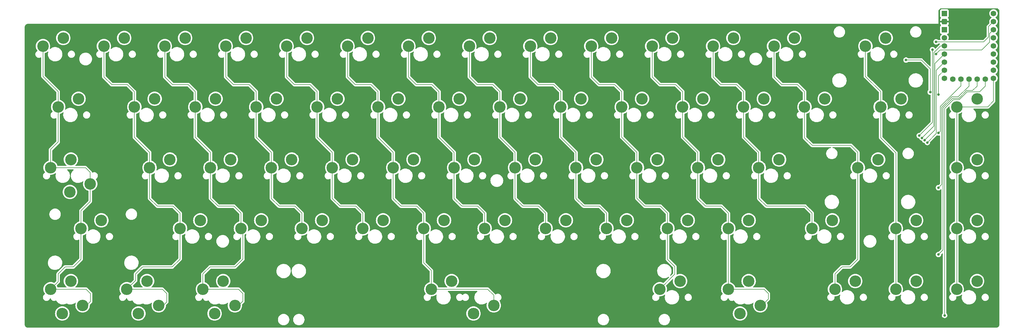
<source format=gbr>
%TF.GenerationSoftware,KiCad,Pcbnew,7.0.5*%
%TF.CreationDate,2023-09-15T18:16:34+08:00*%
%TF.ProjectId,Openero65,4f70656e-6572-46f3-9635-2e6b69636164,rev?*%
%TF.SameCoordinates,Original*%
%TF.FileFunction,Copper,L1,Top*%
%TF.FilePolarity,Positive*%
%FSLAX46Y46*%
G04 Gerber Fmt 4.6, Leading zero omitted, Abs format (unit mm)*
G04 Created by KiCad (PCBNEW 7.0.5) date 2023-09-15 18:16:34*
%MOMM*%
%LPD*%
G01*
G04 APERTURE LIST*
G04 Aperture macros list*
%AMRoundRect*
0 Rectangle with rounded corners*
0 $1 Rounding radius*
0 $2 $3 $4 $5 $6 $7 $8 $9 X,Y pos of 4 corners*
0 Add a 4 corners polygon primitive as box body*
4,1,4,$2,$3,$4,$5,$6,$7,$8,$9,$2,$3,0*
0 Add four circle primitives for the rounded corners*
1,1,$1+$1,$2,$3*
1,1,$1+$1,$4,$5*
1,1,$1+$1,$6,$7*
1,1,$1+$1,$8,$9*
0 Add four rect primitives between the rounded corners*
20,1,$1+$1,$2,$3,$4,$5,0*
20,1,$1+$1,$4,$5,$6,$7,0*
20,1,$1+$1,$6,$7,$8,$9,0*
20,1,$1+$1,$8,$9,$2,$3,0*%
G04 Aperture macros list end*
%TA.AperFunction,ComponentPad*%
%ADD10C,3.600000*%
%TD*%
%TA.AperFunction,ComponentPad*%
%ADD11R,1.752600X1.752600*%
%TD*%
%TA.AperFunction,ComponentPad*%
%ADD12RoundRect,0.438150X-0.438150X-0.438150X0.438150X-0.438150X0.438150X0.438150X-0.438150X0.438150X0*%
%TD*%
%TA.AperFunction,ComponentPad*%
%ADD13C,1.752600*%
%TD*%
%TA.AperFunction,ViaPad*%
%ADD14C,0.800000*%
%TD*%
%TA.AperFunction,Conductor*%
%ADD15C,0.200000*%
%TD*%
G04 APERTURE END LIST*
D10*
%TO.P,SW1,1,1*%
%TO.N,col0*%
X51672000Y-87770000D03*
%TO.P,SW1,2,2*%
%TO.N,Net-(D1-A)*%
X58022000Y-85230000D03*
%TD*%
%TO.P,SW50,1,1*%
%TO.N,col8*%
X227886000Y-144920000D03*
%TO.P,SW50,2,2*%
%TO.N,Net-(D50-A)*%
X234236000Y-142380000D03*
%TD*%
%TO.P,SW42,1,1*%
%TO.N,col0*%
X63579000Y-144920000D03*
%TO.P,SW42,2,2*%
%TO.N,Net-(D42-A)*%
X69929000Y-142380000D03*
%TD*%
%TO.P,SW40,1,1*%
%TO.N,col11*%
X275510000Y-125870000D03*
%TO.P,SW40,2,2*%
%TO.N,Net-(D40-A)*%
X281860000Y-123330000D03*
%TD*%
%TO.P,SW23,1,1*%
%TO.N,col8*%
X213598000Y-106820000D03*
%TO.P,SW23,2,2*%
%TO.N,Net-(D23-A)*%
X219948000Y-104280000D03*
%TD*%
%TO.P,SW63,1,1*%
%TO.N,col14*%
X337422000Y-163970000D03*
%TO.P,SW63,2,2*%
%TO.N,Net-(D63-A)*%
X343772000Y-161430000D03*
%TD*%
%TO.P,SW29,1,1*%
%TO.N,col0*%
X66436000Y-130950000D03*
%TO.P,SW29,2,2*%
%TO.N,Net-(D29-A)*%
X60086000Y-133490000D03*
%TD*%
%TO.P,SW17,1,1*%
%TO.N,col2*%
X99298000Y-106820000D03*
%TO.P,SW17,2,2*%
%TO.N,Net-(D17-A)*%
X105648000Y-104280000D03*
%TD*%
%TO.P,SW44,1,1*%
%TO.N,col2*%
X113586000Y-144920000D03*
%TO.P,SW44,2,2*%
%TO.N,Net-(D44-A)*%
X119936000Y-142380000D03*
%TD*%
%TO.P,SW65,1,1*%
%TO.N,col13*%
X318372000Y-163970000D03*
%TO.P,SW65,2,2*%
%TO.N,Net-(D65-A)*%
X324722000Y-161430000D03*
%TD*%
%TO.P,SW39,1,1*%
%TO.N,col10*%
X256460000Y-125870000D03*
%TO.P,SW39,2,2*%
%TO.N,Net-(D39-A)*%
X262810000Y-123330000D03*
%TD*%
%TO.P,SW31,1,1*%
%TO.N,col2*%
X104060000Y-125870000D03*
%TO.P,SW31,2,2*%
%TO.N,Net-(D31-A)*%
X110410000Y-123330000D03*
%TD*%
%TO.P,SW71,1,1*%
%TO.N,col5*%
X192644000Y-169050000D03*
%TO.P,SW71,2,2*%
%TO.N,Net-(D57-A)*%
X186294000Y-171590000D03*
%TD*%
%TO.P,SW47,1,1*%
%TO.N,col5*%
X170736000Y-144920000D03*
%TO.P,SW47,2,2*%
%TO.N,Net-(D47-A)*%
X177086000Y-142380000D03*
%TD*%
%TO.P,SW59,1,1*%
%TO.N,col10*%
X275986000Y-169050000D03*
%TO.P,SW59,2,2*%
%TO.N,Net-(D59-A)*%
X269636000Y-171590000D03*
%TD*%
%TO.P,SW67,1,1*%
%TO.N,col0*%
X54054000Y-125870000D03*
%TO.P,SW67,2,2*%
%TO.N,Net-(D29-A)*%
X60404000Y-123330000D03*
%TD*%
%TO.P,SW10,1,1*%
%TO.N,col9*%
X223122000Y-87770000D03*
%TO.P,SW10,2,2*%
%TO.N,Net-(D10-A)*%
X229472000Y-85230000D03*
%TD*%
%TO.P,SW5,1,1*%
%TO.N,col4*%
X127872000Y-87770000D03*
%TO.P,SW5,2,2*%
%TO.N,Net-(D5-A)*%
X134222000Y-85230000D03*
%TD*%
%TO.P,SW70,1,1*%
%TO.N,col2*%
X111681000Y-169050000D03*
%TO.P,SW70,2,2*%
%TO.N,Net-(D56-A)*%
X105331000Y-171590000D03*
%TD*%
%TO.P,SW58,1,1*%
%TO.N,col9*%
X244554000Y-163970000D03*
%TO.P,SW58,2,2*%
%TO.N,Net-(D58-A)*%
X250904000Y-161430000D03*
%TD*%
%TO.P,SW34,1,1*%
%TO.N,col5*%
X161210000Y-125870000D03*
%TO.P,SW34,2,2*%
%TO.N,Net-(D34-A)*%
X167560000Y-123330000D03*
%TD*%
%TO.P,SW56,1,1*%
%TO.N,col2*%
X101680000Y-163970000D03*
%TO.P,SW56,2,2*%
%TO.N,Net-(D56-A)*%
X108030000Y-161430000D03*
%TD*%
%TO.P,SW6,1,1*%
%TO.N,col5*%
X146922000Y-87770000D03*
%TO.P,SW6,2,2*%
%TO.N,Net-(D6-A)*%
X153272000Y-85230000D03*
%TD*%
%TO.P,SW37,1,1*%
%TO.N,col8*%
X218360000Y-125870000D03*
%TO.P,SW37,2,2*%
%TO.N,Net-(D37-A)*%
X224710000Y-123330000D03*
%TD*%
%TO.P,SW28,1,1*%
%TO.N,col13*%
X313611000Y-106820000D03*
%TO.P,SW28,2,2*%
%TO.N,Net-(D28-A)*%
X319961000Y-104280000D03*
%TD*%
%TO.P,SW3,1,1*%
%TO.N,col2*%
X89772000Y-87770000D03*
%TO.P,SW3,2,2*%
%TO.N,Net-(D3-A)*%
X96122000Y-85230000D03*
%TD*%
%TO.P,SW27,1,1*%
%TO.N,col12*%
X289798000Y-106820000D03*
%TO.P,SW27,2,2*%
%TO.N,Net-(D27-A)*%
X296148000Y-104280000D03*
%TD*%
%TO.P,SW45,1,1*%
%TO.N,col3*%
X132636000Y-144920000D03*
%TO.P,SW45,2,2*%
%TO.N,Net-(D45-A)*%
X138986000Y-142380000D03*
%TD*%
%TO.P,SW24,1,1*%
%TO.N,col9*%
X232648000Y-106820000D03*
%TO.P,SW24,2,2*%
%TO.N,Net-(D24-A)*%
X238998000Y-104280000D03*
%TD*%
%TO.P,SW4,1,1*%
%TO.N,col3*%
X108822000Y-87770000D03*
%TO.P,SW4,2,2*%
%TO.N,Net-(D4-A)*%
X115172000Y-85230000D03*
%TD*%
%TO.P,SW46,1,1*%
%TO.N,col4*%
X151686000Y-144920000D03*
%TO.P,SW46,2,2*%
%TO.N,Net-(D46-A)*%
X158036000Y-142380000D03*
%TD*%
%TO.P,SW11,1,1*%
%TO.N,col10*%
X242172000Y-87770000D03*
%TO.P,SW11,2,2*%
%TO.N,Net-(D11-A)*%
X248522000Y-85230000D03*
%TD*%
%TO.P,SW52,1,1*%
%TO.N,col10*%
X265986000Y-144920000D03*
%TO.P,SW52,2,2*%
%TO.N,Net-(D52-A)*%
X272336000Y-142380000D03*
%TD*%
%TO.P,SW7,1,1*%
%TO.N,col6*%
X165972000Y-87770000D03*
%TO.P,SW7,2,2*%
%TO.N,Net-(D7-A)*%
X172322000Y-85230000D03*
%TD*%
%TO.P,SW15,1,1*%
%TO.N,col0*%
X56435000Y-106820000D03*
%TO.P,SW15,2,2*%
%TO.N,Net-(D15-A)*%
X62785000Y-104280000D03*
%TD*%
%TO.P,SW49,1,1*%
%TO.N,col7*%
X208836000Y-144920000D03*
%TO.P,SW49,2,2*%
%TO.N,Net-(D49-A)*%
X215186000Y-142380000D03*
%TD*%
%TO.P,SW25,1,1*%
%TO.N,col10*%
X251698000Y-106820000D03*
%TO.P,SW25,2,2*%
%TO.N,Net-(D25-A)*%
X258048000Y-104280000D03*
%TD*%
%TO.P,SW30,1,1*%
%TO.N,col1*%
X85010000Y-125870000D03*
%TO.P,SW30,2,2*%
%TO.N,Net-(D30-A)*%
X91360000Y-123330000D03*
%TD*%
%TO.P,SW68,1,1*%
%TO.N,col0*%
X64055000Y-169050000D03*
%TO.P,SW68,2,2*%
%TO.N,Net-(D54-A)*%
X57705000Y-171590000D03*
%TD*%
D11*
%TO.P,U1,1,5V*%
%TO.N,VCC*%
X333557000Y-77525000D03*
D12*
%TO.P,U1,2,GND*%
%TO.N,GND*%
X333557000Y-80065000D03*
D11*
%TO.P,U1,3,3V3*%
%TO.N,+3V3*%
X333557000Y-82605000D03*
D13*
%TO.P,U1,4,GP29*%
%TO.N,col9*%
X333557000Y-85145000D03*
%TO.P,U1,5,GP28*%
%TO.N,col10*%
X333557000Y-87685000D03*
%TO.P,U1,6,GP27*%
%TO.N,col11*%
X333557000Y-90225000D03*
%TO.P,U1,7,GP26*%
%TO.N,col12*%
X333557000Y-92765000D03*
%TO.P,U1,8,GP15*%
%TO.N,col13*%
X333557000Y-95305000D03*
%TO.P,U1,9,GP14*%
%TO.N,col8*%
X333557000Y-97845000D03*
%TO.P,U1,10,GP0*%
%TO.N,col0*%
X348907000Y-77525000D03*
%TO.P,U1,11,GP1*%
%TO.N,col1*%
X348907000Y-80065000D03*
%TO.P,U1,12,GP2*%
%TO.N,col2*%
X348907000Y-82605000D03*
%TO.P,U1,13,GP3*%
%TO.N,col3*%
X348907000Y-85145000D03*
%TO.P,U1,14,GP4*%
%TO.N,col4*%
X348907000Y-87685000D03*
%TO.P,U1,15,GP5*%
%TO.N,col5*%
X348907000Y-90225000D03*
%TO.P,U1,16,GP6*%
%TO.N,col6*%
X348907000Y-92765000D03*
%TO.P,U1,17,GP7*%
%TO.N,col7*%
X348907000Y-95305000D03*
%TO.P,U1,18,GP8*%
%TO.N,col14*%
X348907000Y-97845000D03*
%TO.P,U1,19,GP9*%
%TO.N,row4*%
X346312000Y-98165000D03*
%TO.P,U1,20,GP10*%
%TO.N,row3*%
X343772000Y-98165000D03*
%TO.P,U1,21,GP11*%
%TO.N,row2*%
X341232000Y-98165000D03*
%TO.P,U1,22,GP12*%
%TO.N,row1*%
X338692000Y-98165000D03*
%TO.P,U1,23,GP13*%
%TO.N,row0*%
X336152000Y-98165000D03*
%TD*%
D10*
%TO.P,SW55,1,1*%
%TO.N,col1*%
X77867000Y-163970000D03*
%TO.P,SW55,2,2*%
%TO.N,Net-(D55-A)*%
X84217000Y-161430000D03*
%TD*%
%TO.P,SW69,1,1*%
%TO.N,col1*%
X87868000Y-169050000D03*
%TO.P,SW69,2,2*%
%TO.N,Net-(D55-A)*%
X81518000Y-171590000D03*
%TD*%
%TO.P,SW18,1,1*%
%TO.N,col3*%
X118348000Y-106820000D03*
%TO.P,SW18,2,2*%
%TO.N,Net-(D18-A)*%
X124698000Y-104280000D03*
%TD*%
%TO.P,SW53,1,1*%
%TO.N,col11*%
X292180000Y-144920000D03*
%TO.P,SW53,2,2*%
%TO.N,Net-(D53-A)*%
X298530000Y-142380000D03*
%TD*%
%TO.P,SW64,1,1*%
%TO.N,col13*%
X318372000Y-144920000D03*
%TO.P,SW64,2,2*%
%TO.N,Net-(D64-A)*%
X324722000Y-142380000D03*
%TD*%
%TO.P,SW26,1,1*%
%TO.N,col11*%
X270748000Y-106820000D03*
%TO.P,SW26,2,2*%
%TO.N,Net-(D26-A)*%
X277098000Y-104280000D03*
%TD*%
%TO.P,SW61,1,1*%
%TO.N,col14*%
X337422000Y-125870000D03*
%TO.P,SW61,2,2*%
%TO.N,Net-(D61-A)*%
X343772000Y-123330000D03*
%TD*%
%TO.P,SW62,1,1*%
%TO.N,col14*%
X337422000Y-144920000D03*
%TO.P,SW62,2,2*%
%TO.N,Net-(D62-A)*%
X343772000Y-142380000D03*
%TD*%
%TO.P,SW66,1,1*%
%TO.N,col12*%
X299322000Y-163970000D03*
%TO.P,SW66,2,2*%
%TO.N,Net-(D66-A)*%
X305672000Y-161430000D03*
%TD*%
%TO.P,SW20,1,1*%
%TO.N,col5*%
X156448000Y-106820000D03*
%TO.P,SW20,2,2*%
%TO.N,Net-(D20-A)*%
X162798000Y-104280000D03*
%TD*%
%TO.P,SW9,1,1*%
%TO.N,col8*%
X204072000Y-87770000D03*
%TO.P,SW9,2,2*%
%TO.N,Net-(D9-A)*%
X210422000Y-85230000D03*
%TD*%
%TO.P,SW36,1,1*%
%TO.N,col7*%
X199310000Y-125870000D03*
%TO.P,SW36,2,2*%
%TO.N,Net-(D36-A)*%
X205660000Y-123330000D03*
%TD*%
%TO.P,SW22,1,1*%
%TO.N,col7*%
X194548000Y-106820000D03*
%TO.P,SW22,2,2*%
%TO.N,Net-(D22-A)*%
X200898000Y-104280000D03*
%TD*%
%TO.P,SW38,1,1*%
%TO.N,col9*%
X237410000Y-125870000D03*
%TO.P,SW38,2,2*%
%TO.N,Net-(D38-A)*%
X243760000Y-123330000D03*
%TD*%
%TO.P,SW33,1,1*%
%TO.N,col4*%
X142160000Y-125870000D03*
%TO.P,SW33,2,2*%
%TO.N,Net-(D33-A)*%
X148510000Y-123330000D03*
%TD*%
%TO.P,SW57,1,1*%
%TO.N,col5*%
X173117000Y-163970000D03*
%TO.P,SW57,2,2*%
%TO.N,Net-(D57-A)*%
X179467000Y-161430000D03*
%TD*%
%TO.P,SW43,1,1*%
%TO.N,col1*%
X94536000Y-144920000D03*
%TO.P,SW43,2,2*%
%TO.N,Net-(D43-A)*%
X100886000Y-142380000D03*
%TD*%
%TO.P,SW35,1,1*%
%TO.N,col6*%
X180260000Y-125870000D03*
%TO.P,SW35,2,2*%
%TO.N,Net-(D35-A)*%
X186610000Y-123330000D03*
%TD*%
%TO.P,SW19,1,1*%
%TO.N,col4*%
X137398000Y-106820000D03*
%TO.P,SW19,2,2*%
%TO.N,Net-(D19-A)*%
X143748000Y-104280000D03*
%TD*%
%TO.P,SW16,1,1*%
%TO.N,col1*%
X80248000Y-106820000D03*
%TO.P,SW16,2,2*%
%TO.N,Net-(D16-A)*%
X86598000Y-104280000D03*
%TD*%
%TO.P,SW2,1,1*%
%TO.N,col1*%
X70722000Y-87770000D03*
%TO.P,SW2,2,2*%
%TO.N,Net-(D2-A)*%
X77072000Y-85230000D03*
%TD*%
%TO.P,SW21,1,1*%
%TO.N,col6*%
X175498000Y-106820000D03*
%TO.P,SW21,2,2*%
%TO.N,Net-(D21-A)*%
X181848000Y-104280000D03*
%TD*%
%TO.P,SW72,1,1*%
%TO.N,col10*%
X265987000Y-163970000D03*
%TO.P,SW72,2,2*%
%TO.N,Net-(D59-A)*%
X272337000Y-161430000D03*
%TD*%
%TO.P,SW41,1,1*%
%TO.N,col12*%
X306467000Y-125870000D03*
%TO.P,SW41,2,2*%
%TO.N,Net-(D41-A)*%
X312817000Y-123330000D03*
%TD*%
%TO.P,SW48,1,1*%
%TO.N,col6*%
X189786000Y-144920000D03*
%TO.P,SW48,2,2*%
%TO.N,Net-(D48-A)*%
X196136000Y-142380000D03*
%TD*%
%TO.P,SW32,1,1*%
%TO.N,col3*%
X123110000Y-125870000D03*
%TO.P,SW32,2,2*%
%TO.N,Net-(D32-A)*%
X129460000Y-123330000D03*
%TD*%
%TO.P,SW54,1,1*%
%TO.N,col0*%
X54054000Y-163970000D03*
%TO.P,SW54,2,2*%
%TO.N,Net-(D54-A)*%
X60404000Y-161430000D03*
%TD*%
%TO.P,SW13,1,1*%
%TO.N,col12*%
X280272000Y-87770000D03*
%TO.P,SW13,2,2*%
%TO.N,Net-(D13-A)*%
X286622000Y-85230000D03*
%TD*%
%TO.P,SW12,1,1*%
%TO.N,col11*%
X261222000Y-87770000D03*
%TO.P,SW12,2,2*%
%TO.N,Net-(D12-A)*%
X267572000Y-85230000D03*
%TD*%
%TO.P,SW8,1,1*%
%TO.N,col7*%
X185022000Y-87770000D03*
%TO.P,SW8,2,2*%
%TO.N,Net-(D8-A)*%
X191372000Y-85230000D03*
%TD*%
%TO.P,SW60,1,1*%
%TO.N,col14*%
X337422000Y-106820000D03*
%TO.P,SW60,2,2*%
%TO.N,Net-(D60-A)*%
X343772000Y-104280000D03*
%TD*%
%TO.P,SW51,1,1*%
%TO.N,col9*%
X246936000Y-144920000D03*
%TO.P,SW51,2,2*%
%TO.N,Net-(D51-A)*%
X253286000Y-142380000D03*
%TD*%
%TO.P,SW14,1,1*%
%TO.N,col13*%
X308847000Y-87770000D03*
%TO.P,SW14,2,2*%
%TO.N,Net-(D14-A)*%
X315197000Y-85230000D03*
%TD*%
D14*
%TO.N,row0*%
X321561500Y-92135500D03*
X329110500Y-102200000D03*
%TO.N,row1*%
X331710000Y-115010000D03*
%TO.N,row2*%
X331700000Y-132160000D03*
%TO.N,row3*%
X331710000Y-153110000D03*
%TO.N,row4*%
X333610000Y-172182500D03*
%TO.N,col1*%
X330960000Y-86440000D03*
%TO.N,col2*%
X330960000Y-90220000D03*
%TO.N,col9*%
X329810000Y-88892000D03*
X325690000Y-115830000D03*
%TO.N,col10*%
X326540000Y-116550000D03*
%TO.N,col11*%
X327360000Y-117270000D03*
%TO.N,col12*%
X328200000Y-117980000D03*
%TO.N,col13*%
X331720000Y-102920000D03*
%TD*%
D15*
%TO.N,row0*%
X329110500Y-94920500D02*
X329110500Y-102200000D01*
X321561500Y-92135500D02*
X326325500Y-92135500D01*
X326325500Y-92135500D02*
X329110500Y-94920500D01*
%TO.N,row1*%
X338692000Y-100278812D02*
X338692000Y-98165000D01*
X332260000Y-114460000D02*
X332260000Y-106710812D01*
X332260000Y-106710812D02*
X338692000Y-100278812D01*
X331710000Y-115010000D02*
X332260000Y-114460000D01*
%TO.N,row2*%
X337890000Y-103670000D02*
X341232000Y-100328000D01*
X332710000Y-131150000D02*
X332710000Y-106897208D01*
X341232000Y-100328000D02*
X341232000Y-98165000D01*
X335937208Y-103670000D02*
X337890000Y-103670000D01*
X331700000Y-132160000D02*
X332710000Y-131150000D01*
X332710000Y-106897208D02*
X335937208Y-103670000D01*
%TO.N,row3*%
X333160000Y-107083604D02*
X336123604Y-104120000D01*
X333160000Y-151660000D02*
X333160000Y-107083604D01*
X336123604Y-104120000D02*
X338087000Y-104120000D01*
X342390000Y-101710000D02*
X343772000Y-100328000D01*
X338087000Y-104120000D02*
X340497001Y-101710000D01*
X331710000Y-153110000D02*
X333160000Y-151660000D01*
X340497001Y-101710000D02*
X342390000Y-101710000D01*
X343772000Y-100328000D02*
X343772000Y-98165000D01*
%TO.N,row4*%
X333610000Y-172182500D02*
X333610000Y-107270000D01*
X338202686Y-104570000D02*
X340662686Y-102110000D01*
X336310000Y-104570000D02*
X338202686Y-104570000D01*
X333610000Y-107270000D02*
X336310000Y-104570000D01*
X346312000Y-100338000D02*
X346312000Y-98165000D01*
X340662686Y-102110000D02*
X344540000Y-102110000D01*
X344540000Y-102110000D02*
X346312000Y-100338000D01*
%TO.N,col0*%
X65190000Y-163970000D02*
X66550000Y-165330000D01*
X63579000Y-139331000D02*
X63579000Y-144920000D01*
X63579000Y-144920000D02*
X63579000Y-154561000D01*
X56435000Y-106820000D02*
X56435000Y-117795000D01*
X51672000Y-87770000D02*
X51672000Y-97272000D01*
X63579000Y-154561000D02*
X61150000Y-156990000D01*
X54054000Y-120176000D02*
X54054000Y-125870000D01*
X54054000Y-163970000D02*
X65190000Y-163970000D01*
X51672000Y-97272000D02*
X56435000Y-102035000D01*
X56432231Y-161591769D02*
X54054000Y-163970000D01*
X61150000Y-156990000D02*
X58620000Y-156990000D01*
X56435000Y-102035000D02*
X56435000Y-106820000D01*
X65320000Y-169050000D02*
X64055000Y-169050000D01*
X58620000Y-156990000D02*
X56432231Y-159177769D01*
X66436000Y-130950000D02*
X66436000Y-136474000D01*
X56432231Y-159177769D02*
X56432231Y-161591769D01*
X66550000Y-165330000D02*
X66550000Y-167820000D01*
X66550000Y-167820000D02*
X65320000Y-169050000D01*
X66436000Y-136474000D02*
X63579000Y-139331000D01*
X56435000Y-117795000D02*
X54054000Y-120176000D01*
X64950000Y-125870000D02*
X66436000Y-127356000D01*
X54054000Y-125870000D02*
X64950000Y-125870000D01*
X66436000Y-127356000D02*
X66436000Y-130950000D01*
%TO.N,col1*%
X82810000Y-157000000D02*
X80640000Y-159170000D01*
X92345000Y-137940000D02*
X94536000Y-140131000D01*
X94536000Y-154564000D02*
X92100000Y-157000000D01*
X77867000Y-163970000D02*
X88990000Y-163970000D01*
X94536000Y-140131000D02*
X94536000Y-144920000D01*
X85010000Y-135510000D02*
X87440000Y-137940000D01*
X330960000Y-86440000D02*
X330980000Y-86420000D01*
X87440000Y-137940000D02*
X92345000Y-137940000D01*
X80248000Y-116328000D02*
X85010000Y-121090000D01*
X85010000Y-125870000D02*
X85010000Y-135510000D01*
X80248000Y-106820000D02*
X80248000Y-116328000D01*
X70722000Y-87770000D02*
X70722000Y-97412000D01*
X80248000Y-102038000D02*
X80248000Y-106820000D01*
X80640000Y-161197000D02*
X77867000Y-163970000D01*
X90363000Y-165343000D02*
X90363000Y-167947000D01*
X89260000Y-169050000D02*
X87868000Y-169050000D01*
X88990000Y-163970000D02*
X90363000Y-165343000D01*
X85010000Y-121090000D02*
X85010000Y-125870000D01*
X90363000Y-167947000D02*
X89260000Y-169050000D01*
X347320000Y-84940000D02*
X347320000Y-81652000D01*
X78060000Y-99850000D02*
X80248000Y-102038000D01*
X330980000Y-86420000D02*
X345840000Y-86420000D01*
X73160000Y-99850000D02*
X78060000Y-99850000D01*
X345840000Y-86420000D02*
X347320000Y-84940000D01*
X94536000Y-144920000D02*
X94536000Y-154564000D01*
X80640000Y-159170000D02*
X80640000Y-161197000D01*
X92100000Y-157000000D02*
X82810000Y-157000000D01*
X70722000Y-97412000D02*
X73160000Y-99850000D01*
X347320000Y-81652000D02*
X348907000Y-80065000D01*
%TO.N,col2*%
X101680000Y-159200000D02*
X101680000Y-163970000D01*
X99298000Y-116348000D02*
X104060000Y-121110000D01*
X112810000Y-163970000D02*
X114176000Y-165336000D01*
X103900000Y-156980000D02*
X101680000Y-159200000D01*
X113586000Y-140126000D02*
X113586000Y-144920000D01*
X330960000Y-90220000D02*
X332210000Y-88970000D01*
X114176000Y-154554000D02*
X111750000Y-156980000D01*
X345240000Y-88970000D02*
X347720000Y-86490000D01*
X347720000Y-86490000D02*
X347720000Y-83792000D01*
X114176000Y-145510000D02*
X114176000Y-154554000D01*
X106490000Y-137940000D02*
X111400000Y-137940000D01*
X104060000Y-125870000D02*
X104060000Y-135510000D01*
X89772000Y-97412000D02*
X92190000Y-99830000D01*
X99298000Y-106820000D02*
X99298000Y-116348000D01*
X347720000Y-83792000D02*
X348907000Y-82605000D01*
X89772000Y-87770000D02*
X89772000Y-97412000D01*
X111400000Y-137940000D02*
X113586000Y-140126000D01*
X114176000Y-165336000D02*
X114176000Y-167735000D01*
X332210000Y-88970000D02*
X345240000Y-88970000D01*
X114176000Y-167735000D02*
X112861000Y-169050000D01*
X111750000Y-156980000D02*
X103900000Y-156980000D01*
X92190000Y-99830000D02*
X97100000Y-99830000D01*
X104060000Y-135510000D02*
X106490000Y-137940000D01*
X112861000Y-169050000D02*
X111681000Y-169050000D01*
X101680000Y-163970000D02*
X112810000Y-163970000D01*
X104060000Y-121110000D02*
X104060000Y-125870000D01*
X97100000Y-99830000D02*
X99298000Y-102028000D01*
X113586000Y-144920000D02*
X114176000Y-145510000D01*
X99298000Y-102028000D02*
X99298000Y-106820000D01*
%TO.N,col3*%
X125520000Y-137930000D02*
X130440000Y-137930000D01*
X108822000Y-97412000D02*
X111250000Y-99840000D01*
X118348000Y-106820000D02*
X118348000Y-116328000D01*
X111250000Y-99840000D02*
X116160000Y-99840000D01*
X108822000Y-87770000D02*
X108822000Y-97412000D01*
X116160000Y-99840000D02*
X118348000Y-102028000D01*
X123110000Y-125870000D02*
X123110000Y-135520000D01*
X130440000Y-137930000D02*
X132636000Y-140126000D01*
X123110000Y-121090000D02*
X123110000Y-125870000D01*
X132636000Y-140126000D02*
X132636000Y-144920000D01*
X123110000Y-135520000D02*
X125520000Y-137930000D01*
X118348000Y-102028000D02*
X118348000Y-106820000D01*
X118348000Y-116328000D02*
X123110000Y-121090000D01*
%TO.N,col4*%
X151686000Y-140136000D02*
X151686000Y-144920000D01*
X135210000Y-99840000D02*
X137398000Y-102028000D01*
X137398000Y-102028000D02*
X137398000Y-106820000D01*
X142160000Y-135510000D02*
X144590000Y-137940000D01*
X137398000Y-106820000D02*
X137398000Y-116328000D01*
X142160000Y-125870000D02*
X142160000Y-135510000D01*
X137398000Y-116328000D02*
X142160000Y-121090000D01*
X130300000Y-99840000D02*
X135210000Y-99840000D01*
X127872000Y-97412000D02*
X130300000Y-99840000D01*
X142160000Y-121090000D02*
X142160000Y-125870000D01*
X127872000Y-87770000D02*
X127872000Y-97412000D01*
X144590000Y-137940000D02*
X149490000Y-137940000D01*
X149490000Y-137940000D02*
X151686000Y-140136000D01*
%TO.N,col5*%
X190720000Y-163970000D02*
X192644000Y-165894000D01*
X146922000Y-87770000D02*
X146922000Y-97412000D01*
X146922000Y-97412000D02*
X149340000Y-99830000D01*
X163620000Y-137930000D02*
X168520000Y-137930000D01*
X173117000Y-163970000D02*
X190720000Y-163970000D01*
X156448000Y-116328000D02*
X161210000Y-121090000D01*
X173117000Y-158097000D02*
X173117000Y-163970000D01*
X156448000Y-106820000D02*
X156448000Y-116328000D01*
X156448000Y-102028000D02*
X156448000Y-106820000D01*
X149340000Y-99830000D02*
X154250000Y-99830000D01*
X170736000Y-140146000D02*
X170736000Y-144920000D01*
X154250000Y-99830000D02*
X156448000Y-102028000D01*
X161210000Y-125870000D02*
X161210000Y-135520000D01*
X161210000Y-121090000D02*
X161210000Y-125870000D01*
X170736000Y-144920000D02*
X170736000Y-155716000D01*
X170736000Y-155716000D02*
X173117000Y-158097000D01*
X192644000Y-165894000D02*
X192644000Y-169050000D01*
X161210000Y-135520000D02*
X163620000Y-137930000D01*
X168520000Y-137930000D02*
X170736000Y-140146000D01*
%TO.N,col6*%
X180260000Y-125870000D02*
X180260000Y-135510000D01*
X165972000Y-87770000D02*
X165972000Y-97412000D01*
X165972000Y-97412000D02*
X168390000Y-99830000D01*
X175498000Y-106820000D02*
X175498000Y-116318000D01*
X180260000Y-121080000D02*
X180260000Y-125870000D01*
X168390000Y-99830000D02*
X173300000Y-99830000D01*
X180260000Y-135510000D02*
X182680000Y-137930000D01*
X175498000Y-102028000D02*
X175498000Y-106820000D01*
X182680000Y-137930000D02*
X187600000Y-137930000D01*
X189786000Y-140116000D02*
X189786000Y-144920000D01*
X187600000Y-137930000D02*
X189786000Y-140116000D01*
X175498000Y-116318000D02*
X180260000Y-121080000D01*
X173300000Y-99830000D02*
X175498000Y-102028000D01*
%TO.N,col7*%
X185022000Y-87770000D02*
X185022000Y-97412000D01*
X199310000Y-121080000D02*
X199310000Y-125870000D01*
X201730000Y-137930000D02*
X206630000Y-137930000D01*
X199310000Y-135510000D02*
X201730000Y-137930000D01*
X206630000Y-137930000D02*
X208836000Y-140136000D01*
X187450000Y-99840000D02*
X192360000Y-99840000D01*
X199310000Y-125870000D02*
X199310000Y-135510000D01*
X194548000Y-116318000D02*
X199310000Y-121080000D01*
X194548000Y-106820000D02*
X194548000Y-116318000D01*
X192360000Y-99840000D02*
X194548000Y-102028000D01*
X194548000Y-102028000D02*
X194548000Y-106820000D01*
X208836000Y-140136000D02*
X208836000Y-144920000D01*
X185022000Y-97412000D02*
X187450000Y-99840000D01*
%TO.N,col8*%
X220780000Y-137930000D02*
X225690000Y-137930000D01*
X206500000Y-99840000D02*
X211400000Y-99840000D01*
X211400000Y-99840000D02*
X213598000Y-102038000D01*
X204072000Y-87770000D02*
X204072000Y-97412000D01*
X213598000Y-116318000D02*
X218360000Y-121080000D01*
X218360000Y-121080000D02*
X218360000Y-125870000D01*
X213598000Y-106820000D02*
X213598000Y-116318000D01*
X225690000Y-137930000D02*
X227886000Y-140126000D01*
X218360000Y-125870000D02*
X218360000Y-135510000D01*
X213598000Y-102038000D02*
X213598000Y-106820000D01*
X227886000Y-140126000D02*
X227886000Y-144920000D01*
X218360000Y-135510000D02*
X220780000Y-137930000D01*
X204072000Y-97412000D02*
X206500000Y-99840000D01*
%TO.N,col9*%
X237410000Y-121080000D02*
X237410000Y-125870000D01*
X329810000Y-88892000D02*
X329810000Y-111710000D01*
X232648000Y-102038000D02*
X232648000Y-106820000D01*
X249240000Y-156870000D02*
X249240000Y-159284000D01*
X246936000Y-154566000D02*
X249240000Y-156870000D01*
X239840000Y-137930000D02*
X244730000Y-137930000D01*
X232648000Y-106820000D02*
X232648000Y-116318000D01*
X237410000Y-125870000D02*
X237410000Y-135500000D01*
X246936000Y-140136000D02*
X246936000Y-144920000D01*
X249240000Y-159284000D02*
X244554000Y-163970000D01*
X230440000Y-99830000D02*
X232648000Y-102038000D01*
X223122000Y-87770000D02*
X223122000Y-97412000D01*
X329810000Y-111710000D02*
X325690000Y-115830000D01*
X223122000Y-97412000D02*
X225540000Y-99830000D01*
X246936000Y-144920000D02*
X246936000Y-154566000D01*
X237410000Y-135500000D02*
X239840000Y-137930000D01*
X225540000Y-99830000D02*
X230440000Y-99830000D01*
X232648000Y-116318000D02*
X237410000Y-121080000D01*
X244730000Y-137930000D02*
X246936000Y-140136000D01*
%TO.N,col10*%
X326540000Y-116550000D02*
X330210000Y-112880000D01*
X277120000Y-163970000D02*
X278481000Y-165331000D01*
X330210000Y-112880000D02*
X330210000Y-89860000D01*
X278481000Y-167017412D02*
X276448412Y-169050000D01*
X244600000Y-99840000D02*
X249510000Y-99840000D01*
X330210000Y-89860000D02*
X332385000Y-87685000D01*
X265986000Y-163969000D02*
X265987000Y-163970000D01*
X332385000Y-87685000D02*
X333557000Y-87685000D01*
X251698000Y-106820000D02*
X251698000Y-116318000D01*
X256460000Y-125870000D02*
X256460000Y-135520000D01*
X265986000Y-144920000D02*
X265986000Y-163969000D01*
X265987000Y-163970000D02*
X277120000Y-163970000D01*
X263790000Y-137940000D02*
X265986000Y-140136000D01*
X242172000Y-87770000D02*
X242172000Y-97412000D01*
X242172000Y-97412000D02*
X244600000Y-99840000D01*
X256460000Y-121080000D02*
X256460000Y-125870000D01*
X256460000Y-135520000D02*
X258880000Y-137940000D01*
X265986000Y-140136000D02*
X265986000Y-144920000D01*
X258880000Y-137940000D02*
X263790000Y-137940000D01*
X249510000Y-99840000D02*
X251698000Y-102028000D01*
X276448412Y-169050000D02*
X275986000Y-169050000D01*
X251698000Y-116318000D02*
X256460000Y-121080000D01*
X278481000Y-165331000D02*
X278481000Y-167017412D01*
X251698000Y-102028000D02*
X251698000Y-106820000D01*
%TO.N,col11*%
X275510000Y-135510000D02*
X277930000Y-137930000D01*
X261222000Y-87770000D02*
X261222000Y-97412000D01*
X263640000Y-99830000D02*
X268550000Y-99830000D01*
X261222000Y-97412000D02*
X263640000Y-99830000D01*
X289980000Y-137930000D02*
X292180000Y-140130000D01*
X330610000Y-93172000D02*
X333557000Y-90225000D01*
X270748000Y-106820000D02*
X270748000Y-116318000D01*
X268550000Y-99830000D02*
X270748000Y-102028000D01*
X270748000Y-116318000D02*
X275510000Y-121080000D01*
X277930000Y-137930000D02*
X289980000Y-137930000D01*
X292180000Y-140130000D02*
X292180000Y-144920000D01*
X275510000Y-121080000D02*
X275510000Y-125870000D01*
X270748000Y-102028000D02*
X270748000Y-106820000D01*
X330610000Y-114020000D02*
X330610000Y-93172000D01*
X275510000Y-125870000D02*
X275510000Y-135510000D01*
X327360000Y-117270000D02*
X330610000Y-114020000D01*
%TO.N,col12*%
X289798000Y-102028000D02*
X289798000Y-106820000D01*
X301520000Y-156980000D02*
X299322000Y-159178000D01*
X287600000Y-99830000D02*
X289798000Y-102028000D01*
X331010000Y-115170000D02*
X331010000Y-95312000D01*
X331010000Y-95312000D02*
X333557000Y-92765000D01*
X289798000Y-106820000D02*
X289798000Y-116468000D01*
X306467000Y-121067000D02*
X306467000Y-125870000D01*
X292210000Y-118880000D02*
X304280000Y-118880000D01*
X328200000Y-117980000D02*
X331010000Y-115170000D01*
X306467000Y-125870000D02*
X306467000Y-154583000D01*
X280272000Y-87770000D02*
X280272000Y-97412000D01*
X306467000Y-154583000D02*
X304070000Y-156980000D01*
X304070000Y-156980000D02*
X301520000Y-156980000D01*
X282690000Y-99830000D02*
X287600000Y-99830000D01*
X280272000Y-97412000D02*
X282690000Y-99830000D01*
X304280000Y-118880000D02*
X306467000Y-121067000D01*
X289798000Y-116468000D02*
X292210000Y-118880000D01*
X299322000Y-159178000D02*
X299322000Y-163970000D01*
%TO.N,col13*%
X308847000Y-97267000D02*
X313611000Y-102031000D01*
X331720000Y-97142000D02*
X333557000Y-95305000D01*
X313611000Y-116461000D02*
X318372000Y-121222000D01*
X331720000Y-102920000D02*
X331720000Y-97142000D01*
X313611000Y-102031000D02*
X313611000Y-106820000D01*
X308847000Y-87770000D02*
X308847000Y-97267000D01*
X313611000Y-106820000D02*
X313611000Y-116461000D01*
X318372000Y-121222000D02*
X318372000Y-163970000D01*
%TO.N,col14*%
X337422000Y-106820000D02*
X337422000Y-163970000D01*
X348907000Y-105003000D02*
X348907000Y-97845000D01*
X347090000Y-106820000D02*
X348907000Y-105003000D01*
X337422000Y-106820000D02*
X347090000Y-106820000D01*
%TD*%
%TA.AperFunction,Conductor*%
%TO.N,GND*%
G36*
X350192469Y-75955185D02*
G01*
X350213111Y-75971819D01*
X350720180Y-76478888D01*
X350753665Y-76540211D01*
X350756499Y-76566569D01*
X350756499Y-175032289D01*
X350756263Y-175037697D01*
X350752522Y-175080445D01*
X350740082Y-175206760D01*
X350736454Y-175226700D01*
X350718860Y-175292362D01*
X350718303Y-175294314D01*
X350690319Y-175386562D01*
X350684041Y-175402971D01*
X350652613Y-175470368D01*
X350651101Y-175473393D01*
X350606236Y-175557327D01*
X350602341Y-175563667D01*
X350556015Y-175629828D01*
X350553154Y-175633600D01*
X350493895Y-175705808D01*
X350489806Y-175710320D01*
X350432320Y-175767806D01*
X350427808Y-175771895D01*
X350355600Y-175831154D01*
X350351828Y-175834015D01*
X350285667Y-175880341D01*
X350279327Y-175884236D01*
X350195393Y-175929101D01*
X350192368Y-175930613D01*
X350124971Y-175962041D01*
X350108562Y-175968319D01*
X350016314Y-175996303D01*
X350014362Y-175996860D01*
X349948700Y-176014454D01*
X349928760Y-176018082D01*
X349802446Y-176030522D01*
X349764251Y-176033865D01*
X349759694Y-176034264D01*
X349754291Y-176034500D01*
X46959709Y-176034500D01*
X46954305Y-176034264D01*
X46949337Y-176033829D01*
X46911552Y-176030522D01*
X46785238Y-176018082D01*
X46765298Y-176014454D01*
X46699636Y-175996860D01*
X46697711Y-175996310D01*
X46660113Y-175984905D01*
X46605436Y-175968319D01*
X46589027Y-175962041D01*
X46521630Y-175930613D01*
X46518605Y-175929101D01*
X46434671Y-175884236D01*
X46428331Y-175880341D01*
X46362170Y-175834015D01*
X46358398Y-175831154D01*
X46286190Y-175771895D01*
X46281688Y-175767815D01*
X46224182Y-175710309D01*
X46220103Y-175705808D01*
X46160844Y-175633600D01*
X46157983Y-175629828D01*
X46111657Y-175563667D01*
X46107762Y-175557327D01*
X46082982Y-175510969D01*
X46062888Y-175473375D01*
X46061399Y-175470396D01*
X46029952Y-175402959D01*
X46023682Y-175386570D01*
X45995664Y-175294208D01*
X45995156Y-175292426D01*
X45977541Y-175226685D01*
X45973918Y-175206776D01*
X45961476Y-175080445D01*
X45957736Y-175037696D01*
X45957500Y-175032291D01*
X45957500Y-171590007D01*
X55449671Y-171590007D01*
X55468964Y-171884363D01*
X55468965Y-171884373D01*
X55468966Y-171884380D01*
X55468968Y-171884390D01*
X55526518Y-172173716D01*
X55526521Y-172173730D01*
X55621349Y-172453080D01*
X55751825Y-172717660D01*
X55751829Y-172717667D01*
X55915725Y-172962955D01*
X56110241Y-173184758D01*
X56312370Y-173362020D01*
X56332043Y-173379273D01*
X56577335Y-173543172D01*
X56841923Y-173673652D01*
X57121278Y-173768481D01*
X57410620Y-173826034D01*
X57438888Y-173827886D01*
X57704993Y-173845329D01*
X57705000Y-173845329D01*
X57705007Y-173845329D01*
X57940675Y-173829881D01*
X57999380Y-173826034D01*
X58288722Y-173768481D01*
X58568077Y-173673652D01*
X58832665Y-173543172D01*
X59077957Y-173379273D01*
X59299758Y-173184758D01*
X59494273Y-172962957D01*
X59658172Y-172717665D01*
X59788652Y-172453077D01*
X59883481Y-172173722D01*
X59941034Y-171884380D01*
X59950799Y-171735398D01*
X59960329Y-171590007D01*
X79262671Y-171590007D01*
X79281964Y-171884363D01*
X79281965Y-171884373D01*
X79281966Y-171884380D01*
X79281968Y-171884390D01*
X79339518Y-172173716D01*
X79339521Y-172173730D01*
X79434349Y-172453080D01*
X79564825Y-172717660D01*
X79564829Y-172717667D01*
X79728725Y-172962955D01*
X79923241Y-173184758D01*
X80125370Y-173362020D01*
X80145043Y-173379273D01*
X80390335Y-173543172D01*
X80654923Y-173673652D01*
X80934278Y-173768481D01*
X81223620Y-173826034D01*
X81251888Y-173827886D01*
X81517993Y-173845329D01*
X81518000Y-173845329D01*
X81518007Y-173845329D01*
X81753675Y-173829881D01*
X81812380Y-173826034D01*
X82101722Y-173768481D01*
X82381077Y-173673652D01*
X82645665Y-173543172D01*
X82890957Y-173379273D01*
X83112758Y-173184758D01*
X83307273Y-172962957D01*
X83471172Y-172717665D01*
X83601652Y-172453077D01*
X83696481Y-172173722D01*
X83754034Y-171884380D01*
X83763799Y-171735398D01*
X83773329Y-171590007D01*
X103075671Y-171590007D01*
X103094964Y-171884363D01*
X103094965Y-171884373D01*
X103094966Y-171884380D01*
X103094968Y-171884390D01*
X103152518Y-172173716D01*
X103152521Y-172173730D01*
X103247349Y-172453080D01*
X103377825Y-172717660D01*
X103377829Y-172717667D01*
X103541725Y-172962955D01*
X103736241Y-173184758D01*
X103938370Y-173362020D01*
X103958043Y-173379273D01*
X104203335Y-173543172D01*
X104467923Y-173673652D01*
X104747278Y-173768481D01*
X105036620Y-173826034D01*
X105064888Y-173827886D01*
X105330993Y-173845329D01*
X105331000Y-173845329D01*
X105331007Y-173845329D01*
X105566675Y-173829881D01*
X105625380Y-173826034D01*
X105914722Y-173768481D01*
X106194077Y-173673652D01*
X106286677Y-173627987D01*
X125152500Y-173627987D01*
X125192137Y-173890966D01*
X125192139Y-173890972D01*
X125270534Y-174145119D01*
X125385924Y-174384729D01*
X125385925Y-174384731D01*
X125385927Y-174384734D01*
X125385929Y-174384738D01*
X125535750Y-174604484D01*
X125535750Y-174604485D01*
X125716644Y-174799444D01*
X125716648Y-174799447D01*
X125716649Y-174799448D01*
X125924585Y-174965272D01*
X126154914Y-175098252D01*
X126402490Y-175195419D01*
X126661783Y-175254601D01*
X126699096Y-175257397D01*
X126860577Y-175269499D01*
X126860596Y-175269499D01*
X126860599Y-175269500D01*
X126860601Y-175269500D01*
X126993399Y-175269500D01*
X126993401Y-175269500D01*
X126993403Y-175269499D01*
X126993422Y-175269499D01*
X127136246Y-175258795D01*
X127192217Y-175254601D01*
X127451510Y-175195419D01*
X127699086Y-175098252D01*
X127929415Y-174965272D01*
X128137351Y-174799448D01*
X128318250Y-174604485D01*
X128468071Y-174384738D01*
X128583467Y-174145116D01*
X128661861Y-173890971D01*
X128668741Y-173845329D01*
X128701499Y-173627987D01*
X129909500Y-173627987D01*
X129949137Y-173890966D01*
X129949139Y-173890972D01*
X130027534Y-174145119D01*
X130142924Y-174384729D01*
X130142925Y-174384731D01*
X130142927Y-174384734D01*
X130142929Y-174384738D01*
X130292750Y-174604485D01*
X130473644Y-174799444D01*
X130473648Y-174799447D01*
X130473649Y-174799448D01*
X130681585Y-174965272D01*
X130911914Y-175098252D01*
X131159490Y-175195419D01*
X131418783Y-175254601D01*
X131456096Y-175257397D01*
X131617577Y-175269499D01*
X131617596Y-175269499D01*
X131617599Y-175269500D01*
X131617601Y-175269500D01*
X131750399Y-175269500D01*
X131750401Y-175269500D01*
X131750403Y-175269499D01*
X131750422Y-175269499D01*
X131893246Y-175258795D01*
X131949217Y-175254601D01*
X132208510Y-175195419D01*
X132456086Y-175098252D01*
X132686415Y-174965272D01*
X132894351Y-174799448D01*
X133075250Y-174604485D01*
X133225071Y-174384738D01*
X133340467Y-174145116D01*
X133418861Y-173890971D01*
X133425741Y-173845329D01*
X133458499Y-173627987D01*
X133458500Y-173627978D01*
X133458500Y-173362021D01*
X133458499Y-173362012D01*
X133418862Y-173099033D01*
X133418860Y-173099027D01*
X133340467Y-172844884D01*
X133279202Y-172717667D01*
X133225075Y-172605270D01*
X133225074Y-172605268D01*
X133225073Y-172605267D01*
X133225071Y-172605262D01*
X133075250Y-172385515D01*
X133065122Y-172374599D01*
X132894355Y-172190555D01*
X132854361Y-172158661D01*
X132686415Y-172024728D01*
X132456086Y-171891748D01*
X132208510Y-171794581D01*
X132208501Y-171794579D01*
X132208498Y-171794578D01*
X131949214Y-171735398D01*
X131750422Y-171720500D01*
X131750401Y-171720500D01*
X131617599Y-171720500D01*
X131617577Y-171720500D01*
X131418785Y-171735398D01*
X131159501Y-171794578D01*
X131159493Y-171794580D01*
X131159490Y-171794581D01*
X131159487Y-171794581D01*
X131159484Y-171794583D01*
X130911913Y-171891748D01*
X130681585Y-172024728D01*
X130473644Y-172190555D01*
X130292750Y-172385514D01*
X130142925Y-172605268D01*
X130142924Y-172605270D01*
X130027534Y-172844880D01*
X129949139Y-173099027D01*
X129949137Y-173099033D01*
X129909500Y-173362012D01*
X129909500Y-173627987D01*
X128701499Y-173627987D01*
X128701500Y-173627978D01*
X128701500Y-173362021D01*
X128701499Y-173362012D01*
X128661862Y-173099033D01*
X128661860Y-173099027D01*
X128583467Y-172844884D01*
X128522202Y-172717667D01*
X128468075Y-172605270D01*
X128468074Y-172605268D01*
X128468073Y-172605267D01*
X128468071Y-172605262D01*
X128318250Y-172385515D01*
X128308122Y-172374599D01*
X128137355Y-172190555D01*
X128097361Y-172158661D01*
X127929415Y-172024728D01*
X127699086Y-171891748D01*
X127451510Y-171794581D01*
X127451501Y-171794579D01*
X127451498Y-171794578D01*
X127192214Y-171735398D01*
X126993422Y-171720500D01*
X126993401Y-171720500D01*
X126860599Y-171720500D01*
X126860577Y-171720500D01*
X126661785Y-171735398D01*
X126402501Y-171794578D01*
X126402493Y-171794580D01*
X126402490Y-171794581D01*
X126402487Y-171794581D01*
X126402484Y-171794583D01*
X126154913Y-171891748D01*
X125924585Y-172024728D01*
X125716644Y-172190555D01*
X125535750Y-172385514D01*
X125385925Y-172605268D01*
X125385924Y-172605270D01*
X125270534Y-172844880D01*
X125192139Y-173099027D01*
X125192137Y-173099033D01*
X125152500Y-173362012D01*
X125152500Y-173627987D01*
X106286677Y-173627987D01*
X106458665Y-173543172D01*
X106703957Y-173379273D01*
X106925758Y-173184758D01*
X107120273Y-172962957D01*
X107284172Y-172717665D01*
X107414652Y-172453077D01*
X107509481Y-172173722D01*
X107567034Y-171884380D01*
X107576799Y-171735398D01*
X107586329Y-171590007D01*
X184038671Y-171590007D01*
X184057964Y-171884363D01*
X184057965Y-171884373D01*
X184057966Y-171884380D01*
X184057968Y-171884390D01*
X184115518Y-172173716D01*
X184115521Y-172173730D01*
X184210349Y-172453080D01*
X184340825Y-172717660D01*
X184340829Y-172717667D01*
X184504725Y-172962955D01*
X184699241Y-173184758D01*
X184901370Y-173362020D01*
X184921043Y-173379273D01*
X185166335Y-173543172D01*
X185430923Y-173673652D01*
X185710278Y-173768481D01*
X185999620Y-173826034D01*
X186027888Y-173827886D01*
X186293993Y-173845329D01*
X186294000Y-173845329D01*
X186294007Y-173845329D01*
X186529675Y-173829881D01*
X186588380Y-173826034D01*
X186877722Y-173768481D01*
X187157077Y-173673652D01*
X187249677Y-173627987D01*
X225152500Y-173627987D01*
X225192137Y-173890966D01*
X225192139Y-173890972D01*
X225270534Y-174145119D01*
X225385924Y-174384729D01*
X225385925Y-174384731D01*
X225385927Y-174384734D01*
X225385929Y-174384738D01*
X225535750Y-174604485D01*
X225716644Y-174799444D01*
X225716648Y-174799447D01*
X225716649Y-174799448D01*
X225924585Y-174965272D01*
X226154914Y-175098252D01*
X226402490Y-175195419D01*
X226661783Y-175254601D01*
X226699096Y-175257397D01*
X226860577Y-175269499D01*
X226860596Y-175269499D01*
X226860599Y-175269500D01*
X226860601Y-175269500D01*
X226993399Y-175269500D01*
X226993401Y-175269500D01*
X226993403Y-175269499D01*
X226993422Y-175269499D01*
X227136246Y-175258795D01*
X227192217Y-175254601D01*
X227451510Y-175195419D01*
X227699086Y-175098252D01*
X227929415Y-174965272D01*
X228137351Y-174799448D01*
X228318250Y-174604485D01*
X228468071Y-174384738D01*
X228583467Y-174145116D01*
X228661861Y-173890971D01*
X228668741Y-173845329D01*
X228701499Y-173627987D01*
X244209500Y-173627987D01*
X244249137Y-173890966D01*
X244249139Y-173890972D01*
X244327534Y-174145119D01*
X244442924Y-174384729D01*
X244442925Y-174384731D01*
X244442927Y-174384734D01*
X244442929Y-174384738D01*
X244592750Y-174604485D01*
X244773644Y-174799444D01*
X244773648Y-174799447D01*
X244773649Y-174799448D01*
X244981585Y-174965272D01*
X245211914Y-175098252D01*
X245459490Y-175195419D01*
X245718783Y-175254601D01*
X245756096Y-175257397D01*
X245917577Y-175269499D01*
X245917596Y-175269499D01*
X245917599Y-175269500D01*
X245917601Y-175269500D01*
X246050399Y-175269500D01*
X246050401Y-175269500D01*
X246050403Y-175269499D01*
X246050422Y-175269499D01*
X246193246Y-175258795D01*
X246249217Y-175254601D01*
X246508510Y-175195419D01*
X246756086Y-175098252D01*
X246986415Y-174965272D01*
X247194351Y-174799448D01*
X247375250Y-174604485D01*
X247525071Y-174384738D01*
X247640467Y-174145116D01*
X247718861Y-173890971D01*
X247725741Y-173845329D01*
X247758499Y-173627987D01*
X247758500Y-173627978D01*
X247758500Y-173362021D01*
X247758499Y-173362012D01*
X247718862Y-173099033D01*
X247718860Y-173099027D01*
X247640467Y-172844884D01*
X247579202Y-172717667D01*
X247525075Y-172605270D01*
X247525074Y-172605268D01*
X247525073Y-172605267D01*
X247525071Y-172605262D01*
X247375250Y-172385515D01*
X247365122Y-172374599D01*
X247194355Y-172190555D01*
X247154361Y-172158661D01*
X246986415Y-172024728D01*
X246756086Y-171891748D01*
X246508510Y-171794581D01*
X246508501Y-171794579D01*
X246508498Y-171794578D01*
X246249214Y-171735398D01*
X246050422Y-171720500D01*
X246050401Y-171720500D01*
X245917599Y-171720500D01*
X245917577Y-171720500D01*
X245718785Y-171735398D01*
X245459501Y-171794578D01*
X245459493Y-171794580D01*
X245459490Y-171794581D01*
X245459487Y-171794581D01*
X245459484Y-171794583D01*
X245211913Y-171891748D01*
X244981585Y-172024728D01*
X244773644Y-172190555D01*
X244592750Y-172385514D01*
X244442925Y-172605268D01*
X244442924Y-172605270D01*
X244327534Y-172844880D01*
X244249139Y-173099027D01*
X244249137Y-173099033D01*
X244209500Y-173362012D01*
X244209500Y-173627987D01*
X228701499Y-173627987D01*
X228701500Y-173627978D01*
X228701500Y-173362021D01*
X228701499Y-173362012D01*
X228661862Y-173099033D01*
X228661860Y-173099027D01*
X228583467Y-172844884D01*
X228522202Y-172717667D01*
X228468075Y-172605270D01*
X228468074Y-172605268D01*
X228468073Y-172605267D01*
X228468071Y-172605262D01*
X228318250Y-172385515D01*
X228308122Y-172374599D01*
X228137355Y-172190555D01*
X228097361Y-172158661D01*
X227929415Y-172024728D01*
X227699086Y-171891748D01*
X227451510Y-171794581D01*
X227451501Y-171794579D01*
X227451498Y-171794578D01*
X227192214Y-171735398D01*
X226993422Y-171720500D01*
X226993401Y-171720500D01*
X226860599Y-171720500D01*
X226860577Y-171720500D01*
X226661785Y-171735398D01*
X226402501Y-171794578D01*
X226402493Y-171794580D01*
X226402490Y-171794581D01*
X226402487Y-171794581D01*
X226402484Y-171794583D01*
X226154913Y-171891748D01*
X225924585Y-172024728D01*
X225716644Y-172190555D01*
X225535750Y-172385514D01*
X225385925Y-172605268D01*
X225385924Y-172605270D01*
X225270534Y-172844880D01*
X225192139Y-173099027D01*
X225192137Y-173099033D01*
X225152500Y-173362012D01*
X225152500Y-173627987D01*
X187249677Y-173627987D01*
X187421665Y-173543172D01*
X187666957Y-173379273D01*
X187888758Y-173184758D01*
X188083273Y-172962957D01*
X188247172Y-172717665D01*
X188377652Y-172453077D01*
X188472481Y-172173722D01*
X188530034Y-171884380D01*
X188539799Y-171735398D01*
X188549329Y-171590007D01*
X267380670Y-171590007D01*
X267399964Y-171884363D01*
X267399965Y-171884373D01*
X267399966Y-171884380D01*
X267399968Y-171884390D01*
X267457518Y-172173716D01*
X267457521Y-172173730D01*
X267552349Y-172453080D01*
X267682825Y-172717660D01*
X267682829Y-172717667D01*
X267846725Y-172962955D01*
X268041241Y-173184758D01*
X268243370Y-173362020D01*
X268263043Y-173379273D01*
X268508335Y-173543172D01*
X268772923Y-173673652D01*
X269052278Y-173768481D01*
X269341620Y-173826034D01*
X269369888Y-173827886D01*
X269635993Y-173845329D01*
X269636000Y-173845329D01*
X269636007Y-173845329D01*
X269871675Y-173829881D01*
X269930380Y-173826034D01*
X270219722Y-173768481D01*
X270499077Y-173673652D01*
X270763665Y-173543172D01*
X271008957Y-173379273D01*
X271230758Y-173184758D01*
X271425273Y-172962957D01*
X271589172Y-172717665D01*
X271719652Y-172453077D01*
X271814481Y-172173722D01*
X271872034Y-171884380D01*
X271881799Y-171735398D01*
X271891329Y-171590007D01*
X271891329Y-171589992D01*
X271872035Y-171295636D01*
X271872034Y-171295620D01*
X271814481Y-171006278D01*
X271719652Y-170726923D01*
X271589172Y-170462336D01*
X271425273Y-170217043D01*
X271382655Y-170168447D01*
X271230758Y-169995241D01*
X271008955Y-169800725D01*
X270763667Y-169636829D01*
X270763660Y-169636825D01*
X270499080Y-169506349D01*
X270219730Y-169411521D01*
X270219724Y-169411519D01*
X270219722Y-169411519D01*
X269930380Y-169353966D01*
X269930373Y-169353965D01*
X269930363Y-169353964D01*
X269636007Y-169334671D01*
X269635993Y-169334671D01*
X269341636Y-169353964D01*
X269341624Y-169353965D01*
X269341620Y-169353966D01*
X269341612Y-169353967D01*
X269341609Y-169353968D01*
X269052283Y-169411518D01*
X269052269Y-169411521D01*
X268772919Y-169506349D01*
X268508334Y-169636828D01*
X268263041Y-169800728D01*
X268041241Y-169995241D01*
X267846728Y-170217041D01*
X267682828Y-170462334D01*
X267552349Y-170726919D01*
X267457521Y-171006269D01*
X267457518Y-171006283D01*
X267399968Y-171295609D01*
X267399964Y-171295636D01*
X267380670Y-171589992D01*
X267380670Y-171590007D01*
X188549329Y-171590007D01*
X188549329Y-171589992D01*
X188530035Y-171295636D01*
X188530034Y-171295620D01*
X188472481Y-171006278D01*
X188377652Y-170726923D01*
X188247172Y-170462336D01*
X188083273Y-170217043D01*
X188040655Y-170168447D01*
X187888758Y-169995241D01*
X187666955Y-169800725D01*
X187421667Y-169636829D01*
X187421660Y-169636825D01*
X187157080Y-169506349D01*
X186877730Y-169411521D01*
X186877724Y-169411519D01*
X186877722Y-169411519D01*
X186588380Y-169353966D01*
X186588373Y-169353965D01*
X186588363Y-169353964D01*
X186294007Y-169334671D01*
X186293993Y-169334671D01*
X185999636Y-169353964D01*
X185999624Y-169353965D01*
X185999620Y-169353966D01*
X185999612Y-169353967D01*
X185999609Y-169353968D01*
X185710283Y-169411518D01*
X185710269Y-169411521D01*
X185430919Y-169506349D01*
X185166334Y-169636828D01*
X184921041Y-169800728D01*
X184699241Y-169995241D01*
X184504728Y-170217041D01*
X184340828Y-170462334D01*
X184210349Y-170726919D01*
X184115521Y-171006269D01*
X184115518Y-171006283D01*
X184057968Y-171295609D01*
X184057964Y-171295636D01*
X184038671Y-171589992D01*
X184038671Y-171590007D01*
X107586329Y-171590007D01*
X107586329Y-171589992D01*
X107567035Y-171295636D01*
X107567034Y-171295620D01*
X107509481Y-171006278D01*
X107414652Y-170726923D01*
X107284172Y-170462336D01*
X107120273Y-170217043D01*
X107077655Y-170168447D01*
X106925758Y-169995241D01*
X106703955Y-169800725D01*
X106458667Y-169636829D01*
X106458660Y-169636825D01*
X106194080Y-169506349D01*
X105914730Y-169411521D01*
X105914724Y-169411519D01*
X105914722Y-169411519D01*
X105625380Y-169353966D01*
X105625373Y-169353965D01*
X105625363Y-169353964D01*
X105331007Y-169334671D01*
X105330993Y-169334671D01*
X105036636Y-169353964D01*
X105036624Y-169353965D01*
X105036620Y-169353966D01*
X105036612Y-169353967D01*
X105036609Y-169353968D01*
X104747283Y-169411518D01*
X104747269Y-169411521D01*
X104467919Y-169506349D01*
X104203334Y-169636828D01*
X103958041Y-169800728D01*
X103736241Y-169995241D01*
X103541728Y-170217041D01*
X103377828Y-170462334D01*
X103247349Y-170726919D01*
X103152521Y-171006269D01*
X103152518Y-171006283D01*
X103094968Y-171295609D01*
X103094964Y-171295636D01*
X103075671Y-171589992D01*
X103075671Y-171590007D01*
X83773329Y-171590007D01*
X83773329Y-171589992D01*
X83754035Y-171295636D01*
X83754034Y-171295620D01*
X83696481Y-171006278D01*
X83601652Y-170726923D01*
X83471172Y-170462336D01*
X83307273Y-170217043D01*
X83264655Y-170168447D01*
X83112758Y-169995241D01*
X82890955Y-169800725D01*
X82645667Y-169636829D01*
X82645660Y-169636825D01*
X82381080Y-169506349D01*
X82101730Y-169411521D01*
X82101724Y-169411519D01*
X82101722Y-169411519D01*
X81812380Y-169353966D01*
X81812373Y-169353965D01*
X81812363Y-169353964D01*
X81518007Y-169334671D01*
X81517993Y-169334671D01*
X81223636Y-169353964D01*
X81223624Y-169353965D01*
X81223620Y-169353966D01*
X81223612Y-169353967D01*
X81223609Y-169353968D01*
X80934283Y-169411518D01*
X80934269Y-169411521D01*
X80654919Y-169506349D01*
X80390334Y-169636828D01*
X80145041Y-169800728D01*
X79923241Y-169995241D01*
X79728728Y-170217041D01*
X79564828Y-170462334D01*
X79434349Y-170726919D01*
X79339521Y-171006269D01*
X79339518Y-171006283D01*
X79281968Y-171295609D01*
X79281964Y-171295636D01*
X79262671Y-171589992D01*
X79262671Y-171590007D01*
X59960329Y-171590007D01*
X59960329Y-171589992D01*
X59941035Y-171295636D01*
X59941034Y-171295620D01*
X59883481Y-171006278D01*
X59788652Y-170726923D01*
X59658172Y-170462336D01*
X59494273Y-170217043D01*
X59451655Y-170168447D01*
X59299758Y-169995241D01*
X59077955Y-169800725D01*
X58832667Y-169636829D01*
X58832660Y-169636825D01*
X58568080Y-169506349D01*
X58288730Y-169411521D01*
X58288724Y-169411519D01*
X58288722Y-169411519D01*
X57999380Y-169353966D01*
X57999373Y-169353965D01*
X57999363Y-169353964D01*
X57705007Y-169334671D01*
X57704993Y-169334671D01*
X57410636Y-169353964D01*
X57410624Y-169353965D01*
X57410620Y-169353966D01*
X57410612Y-169353967D01*
X57410609Y-169353968D01*
X57121283Y-169411518D01*
X57121269Y-169411521D01*
X56841919Y-169506349D01*
X56577334Y-169636828D01*
X56332041Y-169800728D01*
X56110241Y-169995241D01*
X55915728Y-170217041D01*
X55751828Y-170462334D01*
X55621349Y-170726919D01*
X55526521Y-171006269D01*
X55526518Y-171006283D01*
X55468968Y-171295609D01*
X55468964Y-171295636D01*
X55449671Y-171589992D01*
X55449671Y-171590007D01*
X45957500Y-171590007D01*
X45957500Y-155760167D01*
X53202833Y-155760167D01*
X53232910Y-156059142D01*
X53232911Y-156059149D01*
X53302568Y-156351441D01*
X53302571Y-156351453D01*
X53410566Y-156631853D01*
X53410573Y-156631868D01*
X53554979Y-156895375D01*
X53554983Y-156895381D01*
X53646296Y-157019312D01*
X53733223Y-157137290D01*
X53797713Y-157203972D01*
X53942120Y-157353288D01*
X53942127Y-157353294D01*
X53949705Y-157359278D01*
X54177946Y-157539518D01*
X54436487Y-157692652D01*
X54713133Y-157809960D01*
X54713136Y-157809960D01*
X54713139Y-157809962D01*
X54855199Y-157848876D01*
X55002946Y-157889348D01*
X55300755Y-157929400D01*
X55300760Y-157929400D01*
X55526041Y-157929400D01*
X55689513Y-157918456D01*
X55750819Y-157914352D01*
X56045287Y-157854499D01*
X56329151Y-157755931D01*
X56597343Y-157620407D01*
X56845080Y-157450346D01*
X57067939Y-157248782D01*
X57261943Y-157019312D01*
X57423631Y-156766032D01*
X57550118Y-156493460D01*
X57639146Y-156206462D01*
X57689126Y-155910158D01*
X57699167Y-155609836D01*
X57669089Y-155310855D01*
X57599430Y-155018551D01*
X57491431Y-154738140D01*
X57347021Y-154474625D01*
X57168777Y-154232710D01*
X56959879Y-154016711D01*
X56959872Y-154016705D01*
X56724055Y-153830483D01*
X56724056Y-153830483D01*
X56724054Y-153830482D01*
X56465513Y-153677348D01*
X56188867Y-153560040D01*
X56188860Y-153560037D01*
X55899059Y-153480653D01*
X55899056Y-153480652D01*
X55899054Y-153480652D01*
X55601245Y-153440600D01*
X55375967Y-153440600D01*
X55375959Y-153440600D01*
X55151183Y-153455647D01*
X55151174Y-153455649D01*
X54856710Y-153515501D01*
X54572847Y-153614069D01*
X54572844Y-153614071D01*
X54304662Y-153749589D01*
X54056918Y-153919655D01*
X53834062Y-154121216D01*
X53640058Y-154350686D01*
X53640056Y-154350688D01*
X53478366Y-154603972D01*
X53354172Y-154871605D01*
X53351882Y-154876540D01*
X53326952Y-154956906D01*
X53262854Y-155163535D01*
X53216792Y-155436613D01*
X53212874Y-155459842D01*
X53204660Y-155705535D01*
X53202833Y-155760167D01*
X45957500Y-155760167D01*
X45957500Y-140607987D01*
X53676500Y-140607987D01*
X53716137Y-140870966D01*
X53716139Y-140870972D01*
X53794534Y-141125119D01*
X53909924Y-141364729D01*
X53909925Y-141364731D01*
X53909927Y-141364734D01*
X53909929Y-141364738D01*
X54013687Y-141516923D01*
X54059750Y-141584485D01*
X54240644Y-141779444D01*
X54240648Y-141779447D01*
X54240649Y-141779448D01*
X54448585Y-141945272D01*
X54678914Y-142078252D01*
X54926490Y-142175419D01*
X55185783Y-142234601D01*
X55223096Y-142237397D01*
X55384577Y-142249499D01*
X55384596Y-142249499D01*
X55384599Y-142249500D01*
X55384601Y-142249500D01*
X55517399Y-142249500D01*
X55517401Y-142249500D01*
X55517403Y-142249499D01*
X55517422Y-142249499D01*
X55660246Y-142238795D01*
X55716217Y-142234601D01*
X55975510Y-142175419D01*
X56223086Y-142078252D01*
X56453415Y-141945272D01*
X56661351Y-141779448D01*
X56842250Y-141584485D01*
X56992071Y-141364738D01*
X57107467Y-141125116D01*
X57185861Y-140870971D01*
X57198783Y-140785242D01*
X57225499Y-140607987D01*
X57225500Y-140607978D01*
X57225500Y-140342021D01*
X57225499Y-140342012D01*
X57185862Y-140079033D01*
X57185860Y-140079027D01*
X57184055Y-140073174D01*
X57107467Y-139824884D01*
X56992071Y-139585262D01*
X56842250Y-139365515D01*
X56784037Y-139302776D01*
X56661355Y-139170555D01*
X56621361Y-139138661D01*
X56453415Y-139004728D01*
X56223086Y-138871748D01*
X55975510Y-138774581D01*
X55975501Y-138774579D01*
X55975498Y-138774578D01*
X55716214Y-138715398D01*
X55517422Y-138700500D01*
X55517401Y-138700500D01*
X55384599Y-138700500D01*
X55384577Y-138700500D01*
X55185785Y-138715398D01*
X54926501Y-138774578D01*
X54926493Y-138774580D01*
X54926490Y-138774581D01*
X54926487Y-138774581D01*
X54926484Y-138774583D01*
X54678913Y-138871748D01*
X54448585Y-139004728D01*
X54240644Y-139170555D01*
X54059750Y-139365514D01*
X53909925Y-139585268D01*
X53909924Y-139585270D01*
X53794534Y-139824880D01*
X53716139Y-140079027D01*
X53716137Y-140079033D01*
X53676500Y-140342012D01*
X53676500Y-140607987D01*
X45957500Y-140607987D01*
X45957500Y-133490007D01*
X57830671Y-133490007D01*
X57849964Y-133784363D01*
X57849965Y-133784373D01*
X57849966Y-133784380D01*
X57849968Y-133784390D01*
X57907518Y-134073716D01*
X57907521Y-134073730D01*
X58002349Y-134353080D01*
X58132825Y-134617660D01*
X58132829Y-134617667D01*
X58296725Y-134862955D01*
X58491241Y-135084758D01*
X58713044Y-135279274D01*
X58786408Y-135328294D01*
X58958335Y-135443172D01*
X59222923Y-135573652D01*
X59502278Y-135668481D01*
X59791620Y-135726034D01*
X59819888Y-135727886D01*
X60085993Y-135745329D01*
X60086000Y-135745329D01*
X60086007Y-135745329D01*
X60321675Y-135729881D01*
X60380380Y-135726034D01*
X60669722Y-135668481D01*
X60949077Y-135573652D01*
X61213665Y-135443172D01*
X61458957Y-135279273D01*
X61680758Y-135084758D01*
X61875273Y-134862957D01*
X62039172Y-134617665D01*
X62169652Y-134353077D01*
X62264481Y-134073722D01*
X62322034Y-133784380D01*
X62341329Y-133490000D01*
X62341329Y-133489992D01*
X62322035Y-133195636D01*
X62322034Y-133195620D01*
X62264481Y-132906278D01*
X62169652Y-132626923D01*
X62039172Y-132362336D01*
X62022782Y-132337807D01*
X61984042Y-132279829D01*
X61875273Y-132117043D01*
X61757016Y-131982197D01*
X61680758Y-131895241D01*
X61458955Y-131700725D01*
X61213667Y-131536829D01*
X61213660Y-131536825D01*
X60949080Y-131406349D01*
X60669730Y-131311521D01*
X60669724Y-131311519D01*
X60669722Y-131311519D01*
X60380380Y-131253966D01*
X60380373Y-131253965D01*
X60380363Y-131253964D01*
X60086007Y-131234671D01*
X60085993Y-131234671D01*
X59791636Y-131253964D01*
X59791624Y-131253965D01*
X59791620Y-131253966D01*
X59791612Y-131253967D01*
X59791609Y-131253968D01*
X59502283Y-131311518D01*
X59502269Y-131311521D01*
X59222919Y-131406349D01*
X58958334Y-131536828D01*
X58713041Y-131700728D01*
X58491241Y-131895241D01*
X58296728Y-132117041D01*
X58132828Y-132362334D01*
X58002349Y-132626919D01*
X57907521Y-132906269D01*
X57907518Y-132906283D01*
X57849968Y-133195609D01*
X57849964Y-133195636D01*
X57830671Y-133489992D01*
X57830671Y-133490007D01*
X45957500Y-133490007D01*
X45957500Y-90256202D01*
X49272660Y-90256202D01*
X49282887Y-90470901D01*
X49333563Y-90679791D01*
X49333565Y-90679795D01*
X49413817Y-90855523D01*
X49422854Y-90875310D01*
X49547534Y-91050399D01*
X49547535Y-91050400D01*
X49547540Y-91050406D01*
X49703094Y-91198725D01*
X49703096Y-91198726D01*
X49703097Y-91198727D01*
X49883920Y-91314935D01*
X50083468Y-91394822D01*
X50155838Y-91408770D01*
X50294527Y-91435500D01*
X50294528Y-91435500D01*
X50455612Y-91435500D01*
X50455618Y-91435500D01*
X50615971Y-91420188D01*
X50822209Y-91359631D01*
X50940680Y-91298554D01*
X51009287Y-91285331D01*
X51074151Y-91311299D01*
X51114680Y-91368213D01*
X51121500Y-91408770D01*
X51121500Y-97261535D01*
X51121464Y-97263651D01*
X51119382Y-97324625D01*
X51119238Y-97328829D01*
X51129715Y-97371819D01*
X51130901Y-97378061D01*
X51136929Y-97421920D01*
X51144079Y-97438379D01*
X51150819Y-97458420D01*
X51155067Y-97475852D01*
X51176763Y-97514439D01*
X51179582Y-97520115D01*
X51195048Y-97555720D01*
X51197221Y-97560722D01*
X51208541Y-97574636D01*
X51220439Y-97592117D01*
X51229234Y-97607760D01*
X51229236Y-97607761D01*
X51260532Y-97639057D01*
X51264783Y-97643766D01*
X51292722Y-97678108D01*
X51307381Y-97688455D01*
X51323552Y-97702077D01*
X55848180Y-102226704D01*
X55881665Y-102288027D01*
X55884499Y-102314385D01*
X55884499Y-104541384D01*
X55864814Y-104608423D01*
X55812010Y-104654178D01*
X55800358Y-104658803D01*
X55571919Y-104736349D01*
X55307334Y-104866828D01*
X55062041Y-105030728D01*
X54840241Y-105225241D01*
X54645728Y-105447041D01*
X54481828Y-105692334D01*
X54351349Y-105956919D01*
X54256521Y-106236269D01*
X54256518Y-106236283D01*
X54198968Y-106525609D01*
X54198964Y-106525636D01*
X54179671Y-106819992D01*
X54179671Y-106820007D01*
X54198964Y-107114363D01*
X54198965Y-107114373D01*
X54198966Y-107114380D01*
X54246841Y-107355069D01*
X54256518Y-107403716D01*
X54256521Y-107403730D01*
X54351349Y-107683080D01*
X54481825Y-107947660D01*
X54481829Y-107947667D01*
X54645720Y-108192948D01*
X54648044Y-108195977D01*
X54673233Y-108261148D01*
X54659189Y-108329592D01*
X54610372Y-108379578D01*
X54606483Y-108381671D01*
X54553738Y-108408863D01*
X54384785Y-108541729D01*
X54384782Y-108541733D01*
X54244021Y-108704178D01*
X54136553Y-108890319D01*
X54066251Y-109093442D01*
X54066250Y-109093444D01*
X54035661Y-109306200D01*
X54035660Y-109306202D01*
X54045887Y-109520901D01*
X54071519Y-109626557D01*
X54096563Y-109729790D01*
X54185854Y-109925310D01*
X54310534Y-110100399D01*
X54310535Y-110100400D01*
X54310540Y-110100406D01*
X54466094Y-110248725D01*
X54466096Y-110248726D01*
X54466097Y-110248727D01*
X54646920Y-110364935D01*
X54846468Y-110444822D01*
X54918838Y-110458770D01*
X55057527Y-110485500D01*
X55057528Y-110485500D01*
X55218612Y-110485500D01*
X55218618Y-110485500D01*
X55378971Y-110470188D01*
X55585209Y-110409631D01*
X55703680Y-110348554D01*
X55772287Y-110335331D01*
X55837151Y-110361299D01*
X55877680Y-110418213D01*
X55884500Y-110458770D01*
X55884500Y-117515612D01*
X55864815Y-117582651D01*
X55848181Y-117603293D01*
X53672132Y-119779341D01*
X53670610Y-119780812D01*
X53622957Y-119825317D01*
X53599956Y-119863139D01*
X53596384Y-119868388D01*
X53569639Y-119903658D01*
X53569636Y-119903663D01*
X53563055Y-119920352D01*
X53553653Y-119939283D01*
X53544327Y-119954619D01*
X53532385Y-119997237D01*
X53530362Y-120003255D01*
X53514122Y-120044440D01*
X53512288Y-120062284D01*
X53508342Y-120083048D01*
X53503501Y-120100328D01*
X53503500Y-120100337D01*
X53503500Y-120144594D01*
X53503175Y-120150939D01*
X53498648Y-120194970D01*
X53498648Y-120194975D01*
X53501697Y-120212656D01*
X53503500Y-120233724D01*
X53503500Y-123591384D01*
X53483815Y-123658423D01*
X53431011Y-123704178D01*
X53419359Y-123708803D01*
X53190919Y-123786349D01*
X52926334Y-123916828D01*
X52681041Y-124080728D01*
X52459241Y-124275241D01*
X52264728Y-124497041D01*
X52100828Y-124742334D01*
X51970349Y-125006919D01*
X51875521Y-125286269D01*
X51875518Y-125286283D01*
X51817968Y-125575609D01*
X51817964Y-125575636D01*
X51798671Y-125869992D01*
X51798671Y-125870007D01*
X51817964Y-126164363D01*
X51817965Y-126164373D01*
X51817966Y-126164380D01*
X51872826Y-126440185D01*
X51875518Y-126453716D01*
X51875521Y-126453730D01*
X51970349Y-126733080D01*
X52100825Y-126997660D01*
X52100829Y-126997667D01*
X52264720Y-127242948D01*
X52267044Y-127245977D01*
X52292233Y-127311148D01*
X52278189Y-127379592D01*
X52229372Y-127429578D01*
X52225483Y-127431671D01*
X52172738Y-127458863D01*
X52003785Y-127591729D01*
X52003782Y-127591733D01*
X51863021Y-127754178D01*
X51755553Y-127940319D01*
X51685251Y-128143442D01*
X51685250Y-128143444D01*
X51654661Y-128356200D01*
X51654660Y-128356202D01*
X51664887Y-128570901D01*
X51715563Y-128779791D01*
X51715565Y-128779795D01*
X51755092Y-128866348D01*
X51804854Y-128975310D01*
X51929534Y-129150399D01*
X51929535Y-129150400D01*
X51929540Y-129150406D01*
X52085094Y-129298725D01*
X52085096Y-129298726D01*
X52085097Y-129298727D01*
X52265920Y-129414935D01*
X52465468Y-129494822D01*
X52537838Y-129508770D01*
X52676527Y-129535500D01*
X52676528Y-129535500D01*
X52837612Y-129535500D01*
X52837618Y-129535500D01*
X52997971Y-129520188D01*
X53204209Y-129459631D01*
X53395259Y-129361138D01*
X53402757Y-129355242D01*
X53474621Y-129298727D01*
X53564217Y-129228268D01*
X53704976Y-129065824D01*
X53812448Y-128879677D01*
X53882750Y-128676554D01*
X53913339Y-128463797D01*
X53903333Y-128253736D01*
X53919806Y-128185837D01*
X53970373Y-128137621D01*
X54035305Y-128124103D01*
X54054000Y-128125329D01*
X54054000Y-128125328D01*
X54054001Y-128125329D01*
X54054007Y-128125329D01*
X54289675Y-128109881D01*
X54348380Y-128106034D01*
X54637722Y-128048481D01*
X54917077Y-127953652D01*
X55181665Y-127823172D01*
X55426957Y-127659273D01*
X55527404Y-127571182D01*
X55590785Y-127541780D01*
X55660002Y-127551312D01*
X55713077Y-127596752D01*
X55733161Y-127663673D01*
X55727596Y-127701149D01*
X55669907Y-127887118D01*
X55632981Y-128106034D01*
X55619791Y-128184230D01*
X55614042Y-128356202D01*
X55609723Y-128485373D01*
X55639881Y-128785160D01*
X55639882Y-128785162D01*
X55709728Y-129078252D01*
X55709733Y-129078266D01*
X55818020Y-129359427D01*
X55818024Y-129359436D01*
X55962825Y-129623665D01*
X55962829Y-129623671D01*
X56109205Y-129822334D01*
X56141554Y-129866238D01*
X56249671Y-129978030D01*
X56351019Y-130082823D01*
X56587478Y-130269553D01*
X56587480Y-130269554D01*
X56587485Y-130269558D01*
X56846730Y-130423109D01*
X57124128Y-130540736D01*
X57414729Y-130620340D01*
X57713347Y-130660500D01*
X57713351Y-130660500D01*
X57939252Y-130660500D01*
X58103164Y-130649526D01*
X58164634Y-130645412D01*
X58459903Y-130585396D01*
X58744537Y-130486560D01*
X59013459Y-130350668D01*
X59261869Y-130180144D01*
X59485333Y-129978032D01*
X59679865Y-129747939D01*
X59841993Y-129493970D01*
X59968823Y-129220658D01*
X60058093Y-128932879D01*
X60108209Y-128635770D01*
X60118277Y-128334631D01*
X60088118Y-128034838D01*
X60018269Y-127741739D01*
X59909977Y-127460566D01*
X59765175Y-127196335D01*
X59586446Y-126953762D01*
X59376980Y-126737176D01*
X59310065Y-126684334D01*
X59256223Y-126641815D01*
X59215810Y-126584819D01*
X59212627Y-126515022D01*
X59247684Y-126454584D01*
X59309852Y-126422694D01*
X59333072Y-126420500D01*
X61148801Y-126420500D01*
X61215840Y-126440185D01*
X61261595Y-126492989D01*
X61271539Y-126562147D01*
X61242514Y-126625703D01*
X61230928Y-126636768D01*
X61231206Y-126637075D01*
X61228131Y-126639855D01*
X61228131Y-126639856D01*
X61228122Y-126639864D01*
X61004665Y-126841969D01*
X60810132Y-127072064D01*
X60648006Y-127326030D01*
X60648005Y-127326032D01*
X60546866Y-127543983D01*
X60521177Y-127599342D01*
X60509996Y-127635386D01*
X60431907Y-127887118D01*
X60394981Y-128106034D01*
X60381791Y-128184230D01*
X60376042Y-128356202D01*
X60371723Y-128485373D01*
X60401881Y-128785160D01*
X60401882Y-128785162D01*
X60471728Y-129078252D01*
X60471733Y-129078266D01*
X60580020Y-129359427D01*
X60580024Y-129359436D01*
X60724825Y-129623665D01*
X60724829Y-129623671D01*
X60871205Y-129822334D01*
X60903554Y-129866238D01*
X61011671Y-129978030D01*
X61113019Y-130082823D01*
X61349478Y-130269553D01*
X61349480Y-130269554D01*
X61349485Y-130269558D01*
X61608730Y-130423109D01*
X61886128Y-130540736D01*
X62176729Y-130620340D01*
X62475347Y-130660500D01*
X62475351Y-130660500D01*
X62701252Y-130660500D01*
X62865164Y-130649526D01*
X62926634Y-130645412D01*
X63221903Y-130585396D01*
X63506537Y-130486560D01*
X63775459Y-130350668D01*
X64023869Y-130180144D01*
X64098171Y-130112941D01*
X64161094Y-130082572D01*
X64230449Y-130091042D01*
X64284214Y-130135664D01*
X64305320Y-130202269D01*
X64298767Y-130244766D01*
X64257521Y-130366269D01*
X64257518Y-130366283D01*
X64199968Y-130655609D01*
X64199964Y-130655636D01*
X64180671Y-130949992D01*
X64180671Y-130950007D01*
X64199964Y-131244363D01*
X64199965Y-131244373D01*
X64199966Y-131244380D01*
X64255679Y-131524474D01*
X64257518Y-131533716D01*
X64257521Y-131533730D01*
X64352349Y-131813080D01*
X64482825Y-132077660D01*
X64482829Y-132077667D01*
X64646725Y-132322955D01*
X64841241Y-132544758D01*
X65063044Y-132739274D01*
X65308332Y-132903170D01*
X65308339Y-132903174D01*
X65450600Y-132973329D01*
X65572923Y-133033652D01*
X65801358Y-133111195D01*
X65858512Y-133151384D01*
X65884865Y-133216093D01*
X65885499Y-133228614D01*
X65885499Y-136194613D01*
X65865814Y-136261652D01*
X65849180Y-136282294D01*
X63197132Y-138934341D01*
X63195610Y-138935812D01*
X63147957Y-138980317D01*
X63124956Y-139018139D01*
X63121384Y-139023388D01*
X63094639Y-139058658D01*
X63094636Y-139058663D01*
X63088055Y-139075352D01*
X63078653Y-139094283D01*
X63069327Y-139109619D01*
X63057385Y-139152237D01*
X63055362Y-139158255D01*
X63039122Y-139199440D01*
X63037288Y-139217284D01*
X63033342Y-139238048D01*
X63028501Y-139255328D01*
X63028500Y-139255337D01*
X63028500Y-139299594D01*
X63028175Y-139305939D01*
X63023648Y-139349970D01*
X63023648Y-139349975D01*
X63026697Y-139367660D01*
X63028499Y-139388724D01*
X63028499Y-142641384D01*
X63008814Y-142708423D01*
X62956010Y-142754178D01*
X62944358Y-142758803D01*
X62715919Y-142836349D01*
X62451334Y-142966828D01*
X62206041Y-143130728D01*
X61984241Y-143325241D01*
X61789728Y-143547041D01*
X61625828Y-143792334D01*
X61495349Y-144056919D01*
X61400521Y-144336269D01*
X61400518Y-144336283D01*
X61342968Y-144625609D01*
X61342964Y-144625636D01*
X61323671Y-144919992D01*
X61323671Y-144920007D01*
X61342964Y-145214363D01*
X61342965Y-145214373D01*
X61342966Y-145214380D01*
X61342968Y-145214390D01*
X61400518Y-145503716D01*
X61400521Y-145503730D01*
X61495349Y-145783080D01*
X61625825Y-146047660D01*
X61625829Y-146047667D01*
X61789720Y-146292948D01*
X61792044Y-146295977D01*
X61817233Y-146361148D01*
X61803189Y-146429592D01*
X61754372Y-146479578D01*
X61750483Y-146481671D01*
X61697738Y-146508863D01*
X61528785Y-146641729D01*
X61528782Y-146641733D01*
X61388021Y-146804178D01*
X61280553Y-146990319D01*
X61210251Y-147193442D01*
X61210250Y-147193444D01*
X61179661Y-147406200D01*
X61179660Y-147406202D01*
X61189887Y-147620901D01*
X61240563Y-147829791D01*
X61240565Y-147829795D01*
X61286180Y-147929679D01*
X61329854Y-148025310D01*
X61454534Y-148200399D01*
X61454535Y-148200400D01*
X61454540Y-148200406D01*
X61610094Y-148348725D01*
X61610096Y-148348726D01*
X61610097Y-148348727D01*
X61790920Y-148464935D01*
X61990468Y-148544822D01*
X62062838Y-148558770D01*
X62201527Y-148585500D01*
X62201528Y-148585500D01*
X62362612Y-148585500D01*
X62362618Y-148585500D01*
X62522971Y-148570188D01*
X62729209Y-148509631D01*
X62847681Y-148448554D01*
X62916285Y-148435331D01*
X62981150Y-148461299D01*
X63021679Y-148518213D01*
X63028499Y-148558770D01*
X63028500Y-154281613D01*
X63008815Y-154348652D01*
X62992181Y-154369294D01*
X60958294Y-156403181D01*
X60896971Y-156436666D01*
X60870613Y-156439500D01*
X58630494Y-156439500D01*
X58628378Y-156439464D01*
X58587751Y-156438076D01*
X58563174Y-156437237D01*
X58563173Y-156437237D01*
X58563171Y-156437237D01*
X58520164Y-156447717D01*
X58513926Y-156448902D01*
X58470082Y-156454929D01*
X58470079Y-156454930D01*
X58453618Y-156462080D01*
X58433585Y-156468816D01*
X58416152Y-156473064D01*
X58416143Y-156473068D01*
X58377552Y-156494766D01*
X58371865Y-156497590D01*
X58331281Y-156515218D01*
X58331277Y-156515220D01*
X58317363Y-156526541D01*
X58299888Y-156538435D01*
X58284241Y-156547233D01*
X58252934Y-156578539D01*
X58248221Y-156582792D01*
X58213896Y-156610717D01*
X58213891Y-156610722D01*
X58203542Y-156625383D01*
X58189923Y-156641550D01*
X56050377Y-158781096D01*
X56048856Y-158782566D01*
X56001189Y-158827086D01*
X56001187Y-158827088D01*
X56001187Y-158827089D01*
X56001047Y-158827320D01*
X55978187Y-158864908D01*
X55974615Y-158870157D01*
X55947870Y-158905427D01*
X55947867Y-158905432D01*
X55941286Y-158922121D01*
X55931885Y-158941049D01*
X55929877Y-158944352D01*
X55922558Y-158956388D01*
X55910616Y-158999006D01*
X55908593Y-159005024D01*
X55892353Y-159046209D01*
X55890519Y-159064053D01*
X55886573Y-159084817D01*
X55881732Y-159102097D01*
X55881731Y-159102106D01*
X55881731Y-159146363D01*
X55881406Y-159152708D01*
X55876879Y-159196739D01*
X55876879Y-159196744D01*
X55879928Y-159214429D01*
X55881730Y-159235493D01*
X55881730Y-161312381D01*
X55862045Y-161379420D01*
X55845411Y-161400062D01*
X55275960Y-161969513D01*
X55214637Y-162002998D01*
X55144945Y-161998014D01*
X55133440Y-161993046D01*
X55030837Y-161942448D01*
X54917080Y-161886349D01*
X54637730Y-161791521D01*
X54637724Y-161791519D01*
X54637722Y-161791519D01*
X54348380Y-161733966D01*
X54348373Y-161733965D01*
X54348363Y-161733964D01*
X54054007Y-161714671D01*
X54053993Y-161714671D01*
X53759636Y-161733964D01*
X53759624Y-161733965D01*
X53759620Y-161733966D01*
X53759612Y-161733967D01*
X53759609Y-161733968D01*
X53470283Y-161791518D01*
X53470269Y-161791521D01*
X53190919Y-161886349D01*
X52926334Y-162016828D01*
X52681041Y-162180728D01*
X52459241Y-162375241D01*
X52264728Y-162597041D01*
X52100828Y-162842334D01*
X51970349Y-163106919D01*
X51875521Y-163386269D01*
X51875518Y-163386283D01*
X51817968Y-163675609D01*
X51817964Y-163675636D01*
X51798671Y-163969992D01*
X51798671Y-163970007D01*
X51817964Y-164264363D01*
X51817965Y-164264373D01*
X51817966Y-164264380D01*
X51872826Y-164540185D01*
X51875518Y-164553716D01*
X51875521Y-164553730D01*
X51970349Y-164833080D01*
X52100825Y-165097660D01*
X52100829Y-165097667D01*
X52264720Y-165342948D01*
X52267044Y-165345977D01*
X52292233Y-165411148D01*
X52278189Y-165479592D01*
X52229372Y-165529578D01*
X52225483Y-165531671D01*
X52172738Y-165558863D01*
X52003785Y-165691729D01*
X52003782Y-165691733D01*
X51863021Y-165854178D01*
X51755553Y-166040319D01*
X51685251Y-166243442D01*
X51685250Y-166243444D01*
X51654661Y-166456200D01*
X51654660Y-166456202D01*
X51664887Y-166670901D01*
X51715563Y-166879791D01*
X51715565Y-166879795D01*
X51791301Y-167045635D01*
X51804854Y-167075310D01*
X51921270Y-167238794D01*
X51929535Y-167250400D01*
X51929540Y-167250406D01*
X52085094Y-167398725D01*
X52085096Y-167398726D01*
X52085097Y-167398727D01*
X52265920Y-167514935D01*
X52465468Y-167594822D01*
X52538274Y-167608854D01*
X52676527Y-167635500D01*
X52676528Y-167635500D01*
X52837612Y-167635500D01*
X52837618Y-167635500D01*
X52997971Y-167620188D01*
X53204209Y-167559631D01*
X53395259Y-167461138D01*
X53402757Y-167455242D01*
X53474621Y-167398727D01*
X53564217Y-167328268D01*
X53704976Y-167165824D01*
X53746977Y-167093077D01*
X53812447Y-166979679D01*
X53817061Y-166966348D01*
X53855606Y-166854979D01*
X53896134Y-166798066D01*
X53960999Y-166772098D01*
X54029606Y-166785320D01*
X54080173Y-166833536D01*
X54093290Y-166866300D01*
X54096561Y-166879785D01*
X54096565Y-166879795D01*
X54172301Y-167045635D01*
X54185854Y-167075310D01*
X54302270Y-167238794D01*
X54310535Y-167250400D01*
X54310540Y-167250406D01*
X54466094Y-167398725D01*
X54466096Y-167398726D01*
X54466097Y-167398727D01*
X54646920Y-167514935D01*
X54846468Y-167594822D01*
X54919274Y-167608854D01*
X55057527Y-167635500D01*
X55057528Y-167635500D01*
X55218612Y-167635500D01*
X55218618Y-167635500D01*
X55378971Y-167620188D01*
X55585209Y-167559631D01*
X55702092Y-167499373D01*
X55770697Y-167486150D01*
X55835562Y-167512118D01*
X55867652Y-167549995D01*
X55935621Y-167674024D01*
X55962825Y-167723665D01*
X55962829Y-167723671D01*
X56098446Y-167907732D01*
X56141554Y-167966238D01*
X56351020Y-168182824D01*
X56397266Y-168219344D01*
X56587478Y-168369553D01*
X56587480Y-168369554D01*
X56587485Y-168369558D01*
X56846730Y-168523109D01*
X57124128Y-168640736D01*
X57414729Y-168720340D01*
X57713347Y-168760500D01*
X57713351Y-168760500D01*
X57939252Y-168760500D01*
X58103164Y-168749526D01*
X58164634Y-168745412D01*
X58459903Y-168685396D01*
X58744537Y-168586560D01*
X59002437Y-168456237D01*
X59071146Y-168443571D01*
X59121552Y-168460220D01*
X59192741Y-168502385D01*
X59227730Y-168523109D01*
X59505128Y-168640736D01*
X59795729Y-168720340D01*
X60094347Y-168760500D01*
X60094351Y-168760500D01*
X60320252Y-168760500D01*
X60484163Y-168749526D01*
X60545634Y-168745412D01*
X60840903Y-168685396D01*
X61125537Y-168586560D01*
X61394459Y-168450668D01*
X61642869Y-168280144D01*
X61717171Y-168212941D01*
X61780094Y-168182572D01*
X61849449Y-168191042D01*
X61903214Y-168235664D01*
X61924320Y-168302269D01*
X61917767Y-168344766D01*
X61876521Y-168466269D01*
X61876518Y-168466283D01*
X61818968Y-168755609D01*
X61818964Y-168755636D01*
X61799671Y-169049992D01*
X61799671Y-169050007D01*
X61818964Y-169344363D01*
X61818965Y-169344373D01*
X61818966Y-169344380D01*
X61818968Y-169344390D01*
X61876518Y-169633716D01*
X61876521Y-169633730D01*
X61971349Y-169913080D01*
X62101825Y-170177660D01*
X62101829Y-170177667D01*
X62265725Y-170422955D01*
X62460241Y-170644758D01*
X62682044Y-170839274D01*
X62927332Y-171003170D01*
X62927339Y-171003174D01*
X63059629Y-171068411D01*
X63191923Y-171133652D01*
X63471278Y-171228481D01*
X63760620Y-171286034D01*
X63788888Y-171287886D01*
X64054993Y-171305329D01*
X64055000Y-171305329D01*
X64055007Y-171305329D01*
X64290675Y-171289881D01*
X64349380Y-171286034D01*
X64638722Y-171228481D01*
X64918077Y-171133652D01*
X65182665Y-171003172D01*
X65427957Y-170839273D01*
X65649758Y-170644758D01*
X65844273Y-170422957D01*
X66008172Y-170177665D01*
X66138652Y-169913077D01*
X66233481Y-169633722D01*
X66291034Y-169344380D01*
X66310329Y-169050000D01*
X66310328Y-169049992D01*
X66302508Y-168930683D01*
X66300974Y-168907285D01*
X66316231Y-168839105D01*
X66337023Y-168811500D01*
X66931894Y-168216629D01*
X66933360Y-168215212D01*
X66981044Y-168170680D01*
X67004049Y-168132847D01*
X67007606Y-168127622D01*
X67034361Y-168092342D01*
X67040943Y-168075648D01*
X67050344Y-168056719D01*
X67059672Y-168041382D01*
X67071619Y-167998739D01*
X67073632Y-167992753D01*
X67089876Y-167951564D01*
X67091711Y-167933716D01*
X67095658Y-167912944D01*
X67100500Y-167895665D01*
X67100500Y-167851404D01*
X67100825Y-167845060D01*
X67105352Y-167801028D01*
X67102303Y-167783343D01*
X67100500Y-167762275D01*
X67100500Y-165340462D01*
X67100536Y-165338345D01*
X67100738Y-165332414D01*
X67102762Y-165273174D01*
X67095451Y-165243174D01*
X67092283Y-165230174D01*
X67091096Y-165223931D01*
X67086856Y-165193080D01*
X67085070Y-165180080D01*
X67079339Y-165166887D01*
X67077921Y-165163622D01*
X67071180Y-165143578D01*
X67066933Y-165126148D01*
X67049350Y-165094876D01*
X67045239Y-165087564D01*
X67042414Y-165081876D01*
X67027386Y-165047280D01*
X67024780Y-165041280D01*
X67013454Y-165027359D01*
X67001556Y-165009877D01*
X67000074Y-165007241D01*
X66992765Y-164994241D01*
X66961465Y-164962939D01*
X66957216Y-164958232D01*
X66929278Y-164923892D01*
X66914613Y-164913540D01*
X66898441Y-164899917D01*
X66258024Y-164259500D01*
X65586628Y-163588103D01*
X65585213Y-163586639D01*
X65540680Y-163538956D01*
X65528264Y-163531405D01*
X65502861Y-163515957D01*
X65497610Y-163512383D01*
X65462341Y-163485638D01*
X65462342Y-163485638D01*
X65445642Y-163479052D01*
X65426716Y-163469652D01*
X65411380Y-163460327D01*
X65368758Y-163448384D01*
X65362740Y-163446360D01*
X65321565Y-163430124D01*
X65321556Y-163430122D01*
X65303716Y-163428288D01*
X65282951Y-163424342D01*
X65265669Y-163419500D01*
X65265665Y-163419500D01*
X65221406Y-163419500D01*
X65215064Y-163419175D01*
X65187427Y-163416333D01*
X65171029Y-163414648D01*
X65171024Y-163414648D01*
X65153344Y-163417697D01*
X65132276Y-163419500D01*
X61878102Y-163419500D01*
X61811063Y-163399815D01*
X61765308Y-163347011D01*
X61755364Y-163277853D01*
X61784389Y-163214297D01*
X61796343Y-163202272D01*
X61998758Y-163024758D01*
X62176809Y-162821730D01*
X62193273Y-162802957D01*
X62357172Y-162557665D01*
X62487652Y-162293077D01*
X62582481Y-162013722D01*
X62640034Y-161724380D01*
X62648601Y-161593672D01*
X62659329Y-161430007D01*
X62659329Y-161429992D01*
X62640035Y-161135636D01*
X62640034Y-161135620D01*
X62582481Y-160846278D01*
X62487652Y-160566923D01*
X62357172Y-160302336D01*
X62350701Y-160292652D01*
X62248381Y-160139518D01*
X62193273Y-160057043D01*
X62150655Y-160008447D01*
X61998758Y-159835241D01*
X61776955Y-159640725D01*
X61531667Y-159476829D01*
X61531660Y-159476825D01*
X61267080Y-159346349D01*
X60987730Y-159251521D01*
X60987724Y-159251519D01*
X60987722Y-159251519D01*
X60698380Y-159193966D01*
X60698373Y-159193965D01*
X60698363Y-159193964D01*
X60404007Y-159174671D01*
X60403993Y-159174671D01*
X60109636Y-159193964D01*
X60109624Y-159193965D01*
X60109620Y-159193966D01*
X60109612Y-159193967D01*
X60109609Y-159193968D01*
X59820283Y-159251518D01*
X59820269Y-159251521D01*
X59540919Y-159346349D01*
X59276334Y-159476828D01*
X59031041Y-159640728D01*
X58809241Y-159835241D01*
X58614728Y-160057041D01*
X58450828Y-160302334D01*
X58320349Y-160566919D01*
X58225521Y-160846269D01*
X58225518Y-160846283D01*
X58167968Y-161135609D01*
X58167964Y-161135636D01*
X58148671Y-161429992D01*
X58148671Y-161430007D01*
X58167964Y-161724363D01*
X58167965Y-161724373D01*
X58167966Y-161724380D01*
X58216725Y-161969513D01*
X58225518Y-162013716D01*
X58225521Y-162013730D01*
X58320349Y-162293080D01*
X58450825Y-162557660D01*
X58450829Y-162557667D01*
X58614725Y-162802955D01*
X58809241Y-163024758D01*
X59011657Y-163202272D01*
X59049081Y-163261274D01*
X59048665Y-163331142D01*
X59010542Y-163389695D01*
X58946814Y-163418341D01*
X58929898Y-163419500D01*
X56332615Y-163419500D01*
X56265576Y-163399815D01*
X56219821Y-163347011D01*
X56215196Y-163335359D01*
X56195675Y-163277853D01*
X56137652Y-163106923D01*
X56097133Y-163024758D01*
X56030955Y-162890562D01*
X56018959Y-162821730D01*
X56046080Y-162757339D01*
X56054476Y-162748047D01*
X56814125Y-161988398D01*
X56815591Y-161986981D01*
X56863275Y-161942449D01*
X56886280Y-161904616D01*
X56889837Y-161899391D01*
X56916592Y-161864111D01*
X56923174Y-161847417D01*
X56932575Y-161828488D01*
X56941903Y-161813151D01*
X56953850Y-161770508D01*
X56955863Y-161764522D01*
X56972107Y-161723333D01*
X56972998Y-161714671D01*
X56973942Y-161705485D01*
X56977889Y-161684713D01*
X56982731Y-161667434D01*
X56982731Y-161623173D01*
X56983056Y-161616829D01*
X56987583Y-161572797D01*
X56984534Y-161555112D01*
X56982731Y-161534044D01*
X56982731Y-159457156D01*
X57002416Y-159390117D01*
X57019050Y-159369475D01*
X58811706Y-157576819D01*
X58873029Y-157543334D01*
X58899387Y-157540500D01*
X61139536Y-157540500D01*
X61141652Y-157540536D01*
X61151356Y-157540867D01*
X61206826Y-157542762D01*
X61249832Y-157532280D01*
X61256051Y-157531098D01*
X61299920Y-157525070D01*
X61316383Y-157517918D01*
X61336416Y-157511181D01*
X61353852Y-157506933D01*
X61392465Y-157485221D01*
X61398090Y-157482427D01*
X61438720Y-157464780D01*
X61452632Y-157453460D01*
X61470123Y-157441557D01*
X61485755Y-157432768D01*
X61485753Y-157432768D01*
X61485759Y-157432766D01*
X61517059Y-157401464D01*
X61521771Y-157397211D01*
X61556108Y-157369278D01*
X61566456Y-157354616D01*
X61580074Y-157338449D01*
X63158356Y-155760167D01*
X77078833Y-155760167D01*
X77108910Y-156059142D01*
X77108911Y-156059149D01*
X77178568Y-156351441D01*
X77178571Y-156351453D01*
X77286566Y-156631853D01*
X77286573Y-156631868D01*
X77430979Y-156895375D01*
X77430983Y-156895381D01*
X77522296Y-157019312D01*
X77609223Y-157137290D01*
X77673713Y-157203972D01*
X77818120Y-157353288D01*
X77818127Y-157353294D01*
X77825705Y-157359278D01*
X78053946Y-157539518D01*
X78312487Y-157692652D01*
X78589133Y-157809960D01*
X78589136Y-157809960D01*
X78589139Y-157809962D01*
X78731199Y-157848876D01*
X78878946Y-157889348D01*
X79176755Y-157929400D01*
X79176760Y-157929400D01*
X79402041Y-157929400D01*
X79565513Y-157918456D01*
X79626819Y-157914352D01*
X79921287Y-157854499D01*
X80205151Y-157755931D01*
X80473343Y-157620407D01*
X80721080Y-157450346D01*
X80943939Y-157248782D01*
X81137943Y-157019312D01*
X81299631Y-156766032D01*
X81426118Y-156493460D01*
X81515146Y-156206462D01*
X81565126Y-155910158D01*
X81575167Y-155609836D01*
X81545089Y-155310855D01*
X81475430Y-155018551D01*
X81367431Y-154738140D01*
X81223021Y-154474625D01*
X81044777Y-154232710D01*
X80835879Y-154016711D01*
X80835872Y-154016705D01*
X80600055Y-153830483D01*
X80600056Y-153830483D01*
X80600054Y-153830482D01*
X80341513Y-153677348D01*
X80064867Y-153560040D01*
X80064860Y-153560037D01*
X79775059Y-153480653D01*
X79775056Y-153480652D01*
X79775054Y-153480652D01*
X79477245Y-153440600D01*
X79251967Y-153440600D01*
X79251959Y-153440600D01*
X79027183Y-153455647D01*
X79027174Y-153455649D01*
X78732710Y-153515501D01*
X78448847Y-153614069D01*
X78448844Y-153614071D01*
X78180662Y-153749589D01*
X77932918Y-153919655D01*
X77710062Y-154121216D01*
X77516058Y-154350686D01*
X77516056Y-154350688D01*
X77354366Y-154603972D01*
X77230172Y-154871605D01*
X77227882Y-154876540D01*
X77202952Y-154956906D01*
X77138854Y-155163535D01*
X77092792Y-155436613D01*
X77088874Y-155459842D01*
X77080660Y-155705535D01*
X77078833Y-155760167D01*
X63158356Y-155760167D01*
X63960894Y-154957629D01*
X63962360Y-154956212D01*
X64010044Y-154911680D01*
X64033049Y-154873847D01*
X64036606Y-154868622D01*
X64063361Y-154833342D01*
X64069943Y-154816648D01*
X64079344Y-154797719D01*
X64088672Y-154782382D01*
X64100619Y-154739739D01*
X64102632Y-154733753D01*
X64118876Y-154692564D01*
X64119535Y-154686160D01*
X64120711Y-154674716D01*
X64124658Y-154653944D01*
X64129500Y-154636665D01*
X64129500Y-154592404D01*
X64129825Y-154586060D01*
X64134352Y-154542028D01*
X64131302Y-154524340D01*
X64129500Y-154503286D01*
X64129500Y-147198615D01*
X64149185Y-147131576D01*
X64201989Y-147085821D01*
X64213637Y-147081197D01*
X64442077Y-147003652D01*
X64706665Y-146873172D01*
X64951957Y-146709273D01*
X65052404Y-146621182D01*
X65115785Y-146591780D01*
X65185002Y-146601312D01*
X65238077Y-146646752D01*
X65258161Y-146713673D01*
X65252596Y-146751149D01*
X65194907Y-146937118D01*
X65157981Y-147156034D01*
X65144791Y-147234230D01*
X65139042Y-147406202D01*
X65134723Y-147535373D01*
X65164881Y-147835160D01*
X65164882Y-147835162D01*
X65234728Y-148128252D01*
X65234733Y-148128266D01*
X65343020Y-148409427D01*
X65343024Y-148409436D01*
X65487825Y-148673665D01*
X65487829Y-148673671D01*
X65666551Y-148916234D01*
X65666554Y-148916238D01*
X65774671Y-149028030D01*
X65876019Y-149132823D01*
X66112478Y-149319553D01*
X66112480Y-149319554D01*
X66112485Y-149319558D01*
X66371730Y-149473109D01*
X66649128Y-149590736D01*
X66939729Y-149670340D01*
X67238347Y-149710500D01*
X67238351Y-149710500D01*
X67464252Y-149710500D01*
X67628163Y-149699526D01*
X67689634Y-149695412D01*
X67984903Y-149635396D01*
X68269537Y-149536560D01*
X68538459Y-149400668D01*
X68786869Y-149230144D01*
X69010333Y-149028032D01*
X69204865Y-148797939D01*
X69366993Y-148543970D01*
X69493823Y-148270658D01*
X69583093Y-147982879D01*
X69633209Y-147685770D01*
X69642556Y-147406202D01*
X71339660Y-147406202D01*
X71349887Y-147620901D01*
X71400563Y-147829791D01*
X71400565Y-147829795D01*
X71446180Y-147929679D01*
X71489854Y-148025310D01*
X71614534Y-148200399D01*
X71614535Y-148200400D01*
X71614540Y-148200406D01*
X71770094Y-148348725D01*
X71770096Y-148348726D01*
X71770097Y-148348727D01*
X71950920Y-148464935D01*
X72150468Y-148544822D01*
X72222838Y-148558770D01*
X72361527Y-148585500D01*
X72361528Y-148585500D01*
X72522612Y-148585500D01*
X72522618Y-148585500D01*
X72682971Y-148570188D01*
X72889209Y-148509631D01*
X73080259Y-148411138D01*
X73100829Y-148394962D01*
X73159621Y-148348727D01*
X73249217Y-148278268D01*
X73389976Y-148115824D01*
X73497448Y-147929677D01*
X73567750Y-147726554D01*
X73598339Y-147513797D01*
X73588112Y-147299096D01*
X73537437Y-147090210D01*
X73448146Y-146894690D01*
X73323466Y-146719601D01*
X73323464Y-146719599D01*
X73323459Y-146719593D01*
X73167905Y-146571274D01*
X72987080Y-146455065D01*
X72787530Y-146375177D01*
X72576473Y-146334500D01*
X72576472Y-146334500D01*
X72415382Y-146334500D01*
X72255029Y-146349812D01*
X72255025Y-146349813D01*
X72048793Y-146410368D01*
X71857736Y-146508864D01*
X71688785Y-146641729D01*
X71688782Y-146641733D01*
X71548021Y-146804178D01*
X71440553Y-146990319D01*
X71370251Y-147193442D01*
X71370250Y-147193444D01*
X71339661Y-147406200D01*
X71339660Y-147406202D01*
X69642556Y-147406202D01*
X69643277Y-147384631D01*
X69613118Y-147084838D01*
X69543269Y-146791739D01*
X69434977Y-146510566D01*
X69290175Y-146246335D01*
X69111446Y-146003762D01*
X68901980Y-145787176D01*
X68778752Y-145689864D01*
X68665521Y-145600446D01*
X68665517Y-145600443D01*
X68665515Y-145600442D01*
X68406270Y-145446891D01*
X68128872Y-145329264D01*
X68128863Y-145329261D01*
X67838272Y-145249660D01*
X67763616Y-145239620D01*
X67539653Y-145209500D01*
X67313756Y-145209500D01*
X67313748Y-145209500D01*
X67088368Y-145224587D01*
X67088359Y-145224589D01*
X66793094Y-145284604D01*
X66508464Y-145383439D01*
X66508459Y-145383441D01*
X66239546Y-145519328D01*
X66108479Y-145609301D01*
X65991131Y-145689856D01*
X65991128Y-145689858D01*
X65991123Y-145689862D01*
X65991120Y-145689864D01*
X65916827Y-145757058D01*
X65853903Y-145787427D01*
X65784549Y-145778956D01*
X65730784Y-145734334D01*
X65709679Y-145667728D01*
X65716230Y-145625240D01*
X65757481Y-145503722D01*
X65815034Y-145214380D01*
X65834329Y-144920000D01*
X65834329Y-144919992D01*
X65815035Y-144625636D01*
X65815034Y-144625620D01*
X65757481Y-144336278D01*
X65662652Y-144056923D01*
X65532172Y-143792336D01*
X65368273Y-143547043D01*
X65325655Y-143498447D01*
X65173758Y-143325241D01*
X64951955Y-143130725D01*
X64706667Y-142966829D01*
X64706660Y-142966825D01*
X64442080Y-142836349D01*
X64213641Y-142758803D01*
X64156487Y-142718614D01*
X64130134Y-142653904D01*
X64129500Y-142641384D01*
X64129500Y-142380007D01*
X67673671Y-142380007D01*
X67692964Y-142674363D01*
X67692965Y-142674373D01*
X67692966Y-142674380D01*
X67699737Y-142708423D01*
X67750518Y-142963716D01*
X67750521Y-142963730D01*
X67845349Y-143243080D01*
X67975825Y-143507660D01*
X67975829Y-143507667D01*
X68139725Y-143752955D01*
X68334241Y-143974758D01*
X68556044Y-144169274D01*
X68801332Y-144333170D01*
X68801339Y-144333174D01*
X68933628Y-144398411D01*
X69065923Y-144463652D01*
X69345278Y-144558481D01*
X69634620Y-144616034D01*
X69662888Y-144617886D01*
X69928993Y-144635329D01*
X69929000Y-144635329D01*
X69929007Y-144635329D01*
X70164675Y-144619881D01*
X70223380Y-144616034D01*
X70512722Y-144558481D01*
X70792077Y-144463652D01*
X71056665Y-144333172D01*
X71301957Y-144169273D01*
X71523758Y-143974758D01*
X71718273Y-143752957D01*
X71882172Y-143507665D01*
X72012652Y-143243077D01*
X72107481Y-142963722D01*
X72165034Y-142674380D01*
X72184329Y-142380000D01*
X72184329Y-142379992D01*
X72165035Y-142085636D01*
X72165034Y-142085620D01*
X72107481Y-141796278D01*
X72012652Y-141516923D01*
X71882172Y-141252336D01*
X71718273Y-141007043D01*
X71675655Y-140958447D01*
X71523758Y-140785241D01*
X71321639Y-140607987D01*
X77552500Y-140607987D01*
X77592137Y-140870966D01*
X77592139Y-140870972D01*
X77670534Y-141125119D01*
X77785924Y-141364729D01*
X77785925Y-141364731D01*
X77785927Y-141364734D01*
X77785929Y-141364738D01*
X77889687Y-141516923D01*
X77935750Y-141584485D01*
X78116644Y-141779444D01*
X78116648Y-141779447D01*
X78116649Y-141779448D01*
X78324585Y-141945272D01*
X78554914Y-142078252D01*
X78802490Y-142175419D01*
X79061783Y-142234601D01*
X79099096Y-142237397D01*
X79260577Y-142249499D01*
X79260596Y-142249499D01*
X79260599Y-142249500D01*
X79260601Y-142249500D01*
X79393399Y-142249500D01*
X79393401Y-142249500D01*
X79393403Y-142249499D01*
X79393422Y-142249499D01*
X79536246Y-142238795D01*
X79592217Y-142234601D01*
X79851510Y-142175419D01*
X80099086Y-142078252D01*
X80329415Y-141945272D01*
X80537351Y-141779448D01*
X80718250Y-141584485D01*
X80868071Y-141364738D01*
X80983467Y-141125116D01*
X81061861Y-140870971D01*
X81074783Y-140785242D01*
X81101499Y-140607987D01*
X81101500Y-140607978D01*
X81101500Y-140342021D01*
X81101499Y-140342012D01*
X81061862Y-140079033D01*
X81061860Y-140079027D01*
X81060055Y-140073174D01*
X80983467Y-139824884D01*
X80868071Y-139585262D01*
X80718250Y-139365515D01*
X80660037Y-139302776D01*
X80537355Y-139170555D01*
X80497361Y-139138661D01*
X80329415Y-139004728D01*
X80099086Y-138871748D01*
X79851510Y-138774581D01*
X79851501Y-138774579D01*
X79851498Y-138774578D01*
X79592214Y-138715398D01*
X79393422Y-138700500D01*
X79393401Y-138700500D01*
X79260599Y-138700500D01*
X79260577Y-138700500D01*
X79061785Y-138715398D01*
X78802501Y-138774578D01*
X78802493Y-138774580D01*
X78802490Y-138774581D01*
X78802487Y-138774581D01*
X78802484Y-138774583D01*
X78554913Y-138871748D01*
X78324585Y-139004728D01*
X78116644Y-139170555D01*
X77935750Y-139365514D01*
X77785925Y-139585268D01*
X77785924Y-139585270D01*
X77670534Y-139824880D01*
X77592139Y-140079027D01*
X77592137Y-140079033D01*
X77552500Y-140342012D01*
X77552500Y-140607987D01*
X71321639Y-140607987D01*
X71301955Y-140590725D01*
X71056667Y-140426829D01*
X71056660Y-140426825D01*
X70792080Y-140296349D01*
X70512730Y-140201521D01*
X70512724Y-140201519D01*
X70512722Y-140201519D01*
X70223380Y-140143966D01*
X70223373Y-140143965D01*
X70223363Y-140143964D01*
X69929007Y-140124671D01*
X69928993Y-140124671D01*
X69634636Y-140143964D01*
X69634624Y-140143965D01*
X69634620Y-140143966D01*
X69634612Y-140143967D01*
X69634609Y-140143968D01*
X69345283Y-140201518D01*
X69345269Y-140201521D01*
X69065919Y-140296349D01*
X68801334Y-140426828D01*
X68556041Y-140590728D01*
X68334241Y-140785241D01*
X68139728Y-141007041D01*
X67975828Y-141252334D01*
X67845349Y-141516919D01*
X67750521Y-141796269D01*
X67750518Y-141796283D01*
X67692968Y-142085609D01*
X67692964Y-142085636D01*
X67673671Y-142379992D01*
X67673671Y-142380007D01*
X64129500Y-142380007D01*
X64129500Y-139610385D01*
X64149185Y-139543346D01*
X64165814Y-139522709D01*
X66817879Y-136870643D01*
X66819345Y-136869226D01*
X66867044Y-136824680D01*
X66890041Y-136786861D01*
X66893613Y-136781611D01*
X66920361Y-136746342D01*
X66926945Y-136729643D01*
X66936344Y-136710719D01*
X66945672Y-136695382D01*
X66957619Y-136652739D01*
X66959632Y-136646753D01*
X66975876Y-136605564D01*
X66977711Y-136587716D01*
X66981658Y-136566944D01*
X66986500Y-136549665D01*
X66986500Y-136505404D01*
X66986825Y-136499059D01*
X66991352Y-136455028D01*
X66988302Y-136437346D01*
X66986499Y-136416274D01*
X66986499Y-134862955D01*
X66986499Y-133228611D01*
X67006184Y-133161576D01*
X67058988Y-133115821D01*
X67070630Y-133111199D01*
X67299077Y-133033652D01*
X67563665Y-132903172D01*
X67808957Y-132739273D01*
X68030758Y-132544758D01*
X68225273Y-132322957D01*
X68389172Y-132077665D01*
X68519652Y-131813077D01*
X68614481Y-131533722D01*
X68672034Y-131244380D01*
X68675881Y-131185675D01*
X68691329Y-130950007D01*
X68691329Y-130949992D01*
X68672035Y-130655636D01*
X68672034Y-130655620D01*
X68614481Y-130366278D01*
X68519652Y-130086923D01*
X68389172Y-129822336D01*
X68225273Y-129577043D01*
X68225271Y-129577040D01*
X68222957Y-129574024D01*
X68197766Y-129508854D01*
X68211808Y-129440410D01*
X68260625Y-129390423D01*
X68264481Y-129388346D01*
X68317259Y-129361138D01*
X68486217Y-129228268D01*
X68626976Y-129065824D01*
X68734448Y-128879677D01*
X68804750Y-128676554D01*
X68835339Y-128463797D01*
X68825112Y-128249096D01*
X68774437Y-128040210D01*
X68685146Y-127844690D01*
X68560466Y-127669601D01*
X68560464Y-127669599D01*
X68560459Y-127669593D01*
X68404905Y-127521274D01*
X68224080Y-127405065D01*
X68024530Y-127325177D01*
X67813473Y-127284500D01*
X67813472Y-127284500D01*
X67652382Y-127284500D01*
X67492029Y-127299812D01*
X67492025Y-127299813D01*
X67285790Y-127360369D01*
X67169275Y-127420436D01*
X67100668Y-127433658D01*
X67035804Y-127407690D01*
X66995276Y-127350775D01*
X66988529Y-127305988D01*
X66988762Y-127299174D01*
X66978283Y-127256174D01*
X66977096Y-127249931D01*
X66976136Y-127242948D01*
X66971070Y-127206080D01*
X66966837Y-127196335D01*
X66963921Y-127189622D01*
X66957180Y-127169578D01*
X66952933Y-127152148D01*
X66945772Y-127139413D01*
X66931239Y-127113564D01*
X66928414Y-127107876D01*
X66912858Y-127072064D01*
X66910780Y-127067280D01*
X66899454Y-127053359D01*
X66887556Y-127035877D01*
X66878765Y-127020241D01*
X66847465Y-126988939D01*
X66843216Y-126984232D01*
X66815278Y-126949892D01*
X66800613Y-126939540D01*
X66784441Y-126925917D01*
X66093128Y-126234604D01*
X65346628Y-125488103D01*
X65345213Y-125486639D01*
X65300680Y-125438956D01*
X65288264Y-125431405D01*
X65262861Y-125415957D01*
X65257610Y-125412383D01*
X65222341Y-125385638D01*
X65222342Y-125385638D01*
X65205642Y-125379052D01*
X65186716Y-125369652D01*
X65171380Y-125360327D01*
X65128758Y-125348384D01*
X65122740Y-125346360D01*
X65081565Y-125330124D01*
X65081556Y-125330122D01*
X65063716Y-125328288D01*
X65042951Y-125324342D01*
X65025669Y-125319500D01*
X65025665Y-125319500D01*
X64981406Y-125319500D01*
X64975064Y-125319175D01*
X64947427Y-125316333D01*
X64931029Y-125314648D01*
X64931024Y-125314648D01*
X64913344Y-125317697D01*
X64892276Y-125319500D01*
X61878102Y-125319500D01*
X61811063Y-125299815D01*
X61765308Y-125247011D01*
X61755364Y-125177853D01*
X61784389Y-125114297D01*
X61796343Y-125102272D01*
X61998758Y-124924758D01*
X62158740Y-124742334D01*
X62193273Y-124702957D01*
X62357172Y-124457665D01*
X62487652Y-124193077D01*
X62582481Y-123913722D01*
X62640034Y-123624380D01*
X62659329Y-123330000D01*
X62659329Y-123329992D01*
X62640035Y-123035636D01*
X62640034Y-123035620D01*
X62582481Y-122746278D01*
X62487652Y-122466923D01*
X62357172Y-122202336D01*
X62193273Y-121957043D01*
X62150655Y-121908447D01*
X61998758Y-121735241D01*
X61776955Y-121540725D01*
X61531667Y-121376829D01*
X61531660Y-121376825D01*
X61267080Y-121246349D01*
X60987730Y-121151521D01*
X60987724Y-121151519D01*
X60987722Y-121151519D01*
X60698380Y-121093966D01*
X60698373Y-121093965D01*
X60698363Y-121093964D01*
X60404007Y-121074671D01*
X60403993Y-121074671D01*
X60109636Y-121093964D01*
X60109624Y-121093965D01*
X60109620Y-121093966D01*
X60109612Y-121093967D01*
X60109609Y-121093968D01*
X59820283Y-121151518D01*
X59820269Y-121151521D01*
X59540919Y-121246349D01*
X59276334Y-121376828D01*
X59031041Y-121540728D01*
X58809241Y-121735241D01*
X58614728Y-121957041D01*
X58450828Y-122202334D01*
X58320349Y-122466919D01*
X58225521Y-122746269D01*
X58225518Y-122746283D01*
X58167968Y-123035609D01*
X58167964Y-123035636D01*
X58148671Y-123329992D01*
X58148671Y-123330007D01*
X58167964Y-123624363D01*
X58167965Y-123624373D01*
X58167966Y-123624380D01*
X58174737Y-123658423D01*
X58225518Y-123913716D01*
X58225521Y-123913730D01*
X58320349Y-124193080D01*
X58450825Y-124457660D01*
X58450829Y-124457667D01*
X58614725Y-124702955D01*
X58809241Y-124924758D01*
X59011657Y-125102272D01*
X59049081Y-125161274D01*
X59048665Y-125231142D01*
X59010542Y-125289695D01*
X58946814Y-125318341D01*
X58929898Y-125319500D01*
X56332615Y-125319500D01*
X56265576Y-125299815D01*
X56219821Y-125247011D01*
X56215196Y-125235359D01*
X56195675Y-125177853D01*
X56137652Y-125006923D01*
X56007172Y-124742336D01*
X55843273Y-124497043D01*
X55800655Y-124448447D01*
X55648758Y-124275241D01*
X55426955Y-124080725D01*
X55181667Y-123916829D01*
X55181660Y-123916825D01*
X54917080Y-123786349D01*
X54688641Y-123708803D01*
X54631487Y-123668614D01*
X54605134Y-123603904D01*
X54604500Y-123591384D01*
X54604500Y-120455385D01*
X54624185Y-120388346D01*
X54640814Y-120367709D01*
X56816879Y-118191643D01*
X56818345Y-118190226D01*
X56866044Y-118145680D01*
X56880435Y-118122014D01*
X56889039Y-118107866D01*
X56892614Y-118102612D01*
X56919361Y-118067343D01*
X56925943Y-118050650D01*
X56935348Y-118031713D01*
X56944672Y-118016382D01*
X56956615Y-117973755D01*
X56958636Y-117967746D01*
X56974876Y-117926565D01*
X56976710Y-117908715D01*
X56980659Y-117887941D01*
X56985500Y-117870666D01*
X56985500Y-117826398D01*
X56985825Y-117820054D01*
X56990351Y-117776029D01*
X56987303Y-117758348D01*
X56985500Y-117737281D01*
X56985500Y-109098615D01*
X57005185Y-109031576D01*
X57057989Y-108985821D01*
X57069637Y-108981197D01*
X57298077Y-108903652D01*
X57562665Y-108773172D01*
X57807957Y-108609273D01*
X57908404Y-108521182D01*
X57971785Y-108491780D01*
X58041002Y-108501312D01*
X58094077Y-108546752D01*
X58114161Y-108613673D01*
X58108596Y-108651149D01*
X58050907Y-108837118D01*
X58007671Y-109093442D01*
X58000791Y-109134230D01*
X57995042Y-109306202D01*
X57990723Y-109435373D01*
X58020881Y-109735160D01*
X58020882Y-109735162D01*
X58090728Y-110028252D01*
X58090733Y-110028266D01*
X58199020Y-110309427D01*
X58199024Y-110309436D01*
X58343825Y-110573665D01*
X58343829Y-110573671D01*
X58522551Y-110816234D01*
X58522554Y-110816238D01*
X58522561Y-110816245D01*
X58732019Y-111032823D01*
X58968478Y-111219553D01*
X58968480Y-111219554D01*
X58968485Y-111219558D01*
X59227730Y-111373109D01*
X59505128Y-111490736D01*
X59795729Y-111570340D01*
X60094347Y-111610500D01*
X60094351Y-111610500D01*
X60320252Y-111610500D01*
X60484164Y-111599526D01*
X60545634Y-111595412D01*
X60840903Y-111535396D01*
X61125537Y-111436560D01*
X61394459Y-111300668D01*
X61642869Y-111130144D01*
X61866333Y-110928032D01*
X62060865Y-110697939D01*
X62222993Y-110443970D01*
X62349823Y-110170658D01*
X62439093Y-109882879D01*
X62489209Y-109585770D01*
X62498556Y-109306202D01*
X64195660Y-109306202D01*
X64205887Y-109520901D01*
X64231519Y-109626557D01*
X64256563Y-109729790D01*
X64345854Y-109925310D01*
X64470534Y-110100399D01*
X64470535Y-110100400D01*
X64470540Y-110100406D01*
X64626094Y-110248725D01*
X64626096Y-110248726D01*
X64626097Y-110248727D01*
X64806920Y-110364935D01*
X65006468Y-110444822D01*
X65078838Y-110458770D01*
X65217527Y-110485500D01*
X65217528Y-110485500D01*
X65378612Y-110485500D01*
X65378618Y-110485500D01*
X65538971Y-110470188D01*
X65745209Y-110409631D01*
X65936259Y-110311138D01*
X66105217Y-110178268D01*
X66245976Y-110015824D01*
X66353448Y-109829677D01*
X66423750Y-109626554D01*
X66454339Y-109413797D01*
X66444112Y-109199096D01*
X66393437Y-108990210D01*
X66304146Y-108794690D01*
X66179466Y-108619601D01*
X66179464Y-108619599D01*
X66179459Y-108619593D01*
X66023905Y-108471274D01*
X65843080Y-108355065D01*
X65643530Y-108275177D01*
X65432473Y-108234500D01*
X65432472Y-108234500D01*
X65271382Y-108234500D01*
X65111028Y-108249812D01*
X65111029Y-108249812D01*
X65111025Y-108249813D01*
X64904793Y-108310368D01*
X64713736Y-108408864D01*
X64544785Y-108541729D01*
X64544782Y-108541733D01*
X64404021Y-108704178D01*
X64296553Y-108890319D01*
X64226251Y-109093442D01*
X64226250Y-109093444D01*
X64195661Y-109306200D01*
X64195660Y-109306202D01*
X62498556Y-109306202D01*
X62499277Y-109284631D01*
X62469118Y-108984838D01*
X62399269Y-108691739D01*
X62290977Y-108410566D01*
X62146175Y-108146335D01*
X61967446Y-107903762D01*
X61757980Y-107687176D01*
X61691065Y-107634334D01*
X61521521Y-107500446D01*
X61521517Y-107500443D01*
X61521515Y-107500442D01*
X61262270Y-107346891D01*
X60984872Y-107229264D01*
X60984863Y-107229261D01*
X60694272Y-107149660D01*
X60619616Y-107139620D01*
X60395653Y-107109500D01*
X60169756Y-107109500D01*
X60169748Y-107109500D01*
X59944368Y-107124587D01*
X59944359Y-107124589D01*
X59649094Y-107184604D01*
X59364464Y-107283439D01*
X59364459Y-107283441D01*
X59095546Y-107419328D01*
X58964479Y-107509301D01*
X58847131Y-107589856D01*
X58847128Y-107589858D01*
X58847123Y-107589862D01*
X58847120Y-107589864D01*
X58772827Y-107657058D01*
X58709903Y-107687427D01*
X58640549Y-107678956D01*
X58586784Y-107634334D01*
X58565679Y-107567728D01*
X58572230Y-107525240D01*
X58613481Y-107403722D01*
X58671034Y-107114380D01*
X58690329Y-106820000D01*
X58690329Y-106819992D01*
X58671035Y-106525636D01*
X58671034Y-106525620D01*
X58613481Y-106236278D01*
X58518652Y-105956923D01*
X58388172Y-105692336D01*
X58224273Y-105447043D01*
X58181439Y-105398200D01*
X58029758Y-105225241D01*
X57807955Y-105030725D01*
X57562667Y-104866829D01*
X57562660Y-104866825D01*
X57298080Y-104736349D01*
X57069641Y-104658803D01*
X57012487Y-104618614D01*
X56986134Y-104553904D01*
X56985500Y-104541384D01*
X56985500Y-104280007D01*
X60529671Y-104280007D01*
X60548964Y-104574363D01*
X60548965Y-104574373D01*
X60548966Y-104574380D01*
X60596618Y-104813948D01*
X60606518Y-104863716D01*
X60606521Y-104863730D01*
X60701349Y-105143080D01*
X60831825Y-105407660D01*
X60831829Y-105407667D01*
X60995725Y-105652955D01*
X61190241Y-105874758D01*
X61412044Y-106069274D01*
X61657332Y-106233170D01*
X61657339Y-106233174D01*
X61670562Y-106239695D01*
X61921923Y-106363652D01*
X62201278Y-106458481D01*
X62490620Y-106516034D01*
X62518888Y-106517886D01*
X62784993Y-106535329D01*
X62785000Y-106535329D01*
X62785007Y-106535329D01*
X63020675Y-106519881D01*
X63079380Y-106516034D01*
X63368722Y-106458481D01*
X63648077Y-106363652D01*
X63912665Y-106233172D01*
X64157957Y-106069273D01*
X64379758Y-105874758D01*
X64574273Y-105652957D01*
X64738172Y-105407665D01*
X64868652Y-105143077D01*
X64963481Y-104863722D01*
X65021034Y-104574380D01*
X65040329Y-104280000D01*
X65040329Y-104279992D01*
X65021035Y-103985636D01*
X65021034Y-103985620D01*
X64963481Y-103696278D01*
X64868652Y-103416923D01*
X64738172Y-103152336D01*
X64574273Y-102907043D01*
X64511554Y-102835526D01*
X64379758Y-102685241D01*
X64157955Y-102490725D01*
X63912667Y-102326829D01*
X63912660Y-102326825D01*
X63648080Y-102196349D01*
X63368730Y-102101521D01*
X63368724Y-102101519D01*
X63368722Y-102101519D01*
X63079380Y-102043966D01*
X63079373Y-102043965D01*
X63079363Y-102043964D01*
X62785007Y-102024671D01*
X62784993Y-102024671D01*
X62490636Y-102043964D01*
X62490624Y-102043965D01*
X62490620Y-102043966D01*
X62490612Y-102043967D01*
X62490609Y-102043968D01*
X62201283Y-102101518D01*
X62201269Y-102101521D01*
X61921919Y-102196349D01*
X61657334Y-102326828D01*
X61412041Y-102490728D01*
X61190241Y-102685241D01*
X60995728Y-102907041D01*
X60831828Y-103152334D01*
X60701349Y-103416919D01*
X60606521Y-103696269D01*
X60606518Y-103696283D01*
X60548968Y-103985609D01*
X60548964Y-103985636D01*
X60529671Y-104279992D01*
X60529671Y-104280007D01*
X56985500Y-104280007D01*
X56985500Y-102045463D01*
X56985536Y-102043346D01*
X56986258Y-102022192D01*
X56987762Y-101978174D01*
X56977283Y-101935174D01*
X56976096Y-101928931D01*
X56975546Y-101924931D01*
X56970070Y-101885080D01*
X56968333Y-101881082D01*
X56962921Y-101868622D01*
X56956180Y-101848578D01*
X56951933Y-101831148D01*
X56944772Y-101818413D01*
X56930239Y-101792564D01*
X56927414Y-101786876D01*
X56911083Y-101749280D01*
X56909780Y-101746280D01*
X56898454Y-101732359D01*
X56886556Y-101714877D01*
X56882620Y-101707877D01*
X56877765Y-101699241D01*
X56846472Y-101667948D01*
X56842215Y-101663231D01*
X56814278Y-101628892D01*
X56799613Y-101618540D01*
X56783441Y-101604917D01*
X52258819Y-97080294D01*
X52225334Y-97018971D01*
X52222500Y-96992613D01*
X52222500Y-90048615D01*
X52242185Y-89981576D01*
X52294989Y-89935821D01*
X52306637Y-89931197D01*
X52535077Y-89853652D01*
X52799665Y-89723172D01*
X53044957Y-89559273D01*
X53145404Y-89471182D01*
X53208785Y-89441780D01*
X53278002Y-89451312D01*
X53331077Y-89496752D01*
X53351161Y-89563673D01*
X53345596Y-89601149D01*
X53287907Y-89787118D01*
X53250988Y-90005994D01*
X53237791Y-90084230D01*
X53232042Y-90256202D01*
X53227723Y-90385373D01*
X53257881Y-90685160D01*
X53257882Y-90685162D01*
X53327728Y-90978252D01*
X53327733Y-90978266D01*
X53436020Y-91259427D01*
X53436024Y-91259436D01*
X53580825Y-91523665D01*
X53580829Y-91523671D01*
X53695871Y-91679807D01*
X53759554Y-91766238D01*
X53897518Y-91908892D01*
X53969019Y-91982823D01*
X54205478Y-92169553D01*
X54205480Y-92169554D01*
X54205485Y-92169558D01*
X54464730Y-92323109D01*
X54742128Y-92440736D01*
X55032729Y-92520340D01*
X55331347Y-92560500D01*
X55331351Y-92560500D01*
X55557252Y-92560500D01*
X55721164Y-92549526D01*
X55782634Y-92545412D01*
X56077903Y-92485396D01*
X56362537Y-92386560D01*
X56631459Y-92250668D01*
X56879869Y-92080144D01*
X57103333Y-91878032D01*
X57160850Y-91810001D01*
X63001390Y-91810001D01*
X63021804Y-92095433D01*
X63082628Y-92375037D01*
X63082630Y-92375043D01*
X63082631Y-92375046D01*
X63179064Y-92633591D01*
X63182635Y-92643166D01*
X63319770Y-92894309D01*
X63319775Y-92894317D01*
X63491254Y-93123387D01*
X63491270Y-93123405D01*
X63693594Y-93325729D01*
X63693612Y-93325745D01*
X63922682Y-93497224D01*
X63922690Y-93497229D01*
X64173833Y-93634364D01*
X64173832Y-93634364D01*
X64173836Y-93634365D01*
X64173839Y-93634367D01*
X64441954Y-93734369D01*
X64441960Y-93734370D01*
X64441962Y-93734371D01*
X64721566Y-93795195D01*
X64721568Y-93795195D01*
X64721572Y-93795196D01*
X64935552Y-93810500D01*
X65078448Y-93810500D01*
X65292428Y-93795196D01*
X65338058Y-93785270D01*
X65572037Y-93734371D01*
X65572037Y-93734370D01*
X65572046Y-93734369D01*
X65840161Y-93634367D01*
X66091315Y-93497226D01*
X66320395Y-93325739D01*
X66522739Y-93123395D01*
X66694226Y-92894315D01*
X66831367Y-92643161D01*
X66931369Y-92375046D01*
X66942668Y-92323107D01*
X66992195Y-92095433D01*
X66992195Y-92095432D01*
X66992196Y-92095428D01*
X67012610Y-91810000D01*
X66992196Y-91524572D01*
X66989777Y-91513453D01*
X66931371Y-91244962D01*
X66931370Y-91244960D01*
X66931369Y-91244954D01*
X66831367Y-90976839D01*
X66825352Y-90965824D01*
X66694229Y-90725690D01*
X66694224Y-90725682D01*
X66522745Y-90496612D01*
X66522729Y-90496594D01*
X66320405Y-90294270D01*
X66320387Y-90294254D01*
X66269555Y-90256202D01*
X68322660Y-90256202D01*
X68332887Y-90470901D01*
X68383563Y-90679791D01*
X68383565Y-90679795D01*
X68463817Y-90855523D01*
X68472854Y-90875310D01*
X68597534Y-91050399D01*
X68597535Y-91050400D01*
X68597540Y-91050406D01*
X68753094Y-91198725D01*
X68753096Y-91198726D01*
X68753097Y-91198727D01*
X68933920Y-91314935D01*
X69133468Y-91394822D01*
X69205838Y-91408770D01*
X69344527Y-91435500D01*
X69344528Y-91435500D01*
X69505612Y-91435500D01*
X69505618Y-91435500D01*
X69665971Y-91420188D01*
X69872209Y-91359631D01*
X69990680Y-91298554D01*
X70059287Y-91285331D01*
X70124151Y-91311299D01*
X70164680Y-91368213D01*
X70171500Y-91408770D01*
X70171500Y-97401535D01*
X70171464Y-97403651D01*
X70169238Y-97468829D01*
X70179715Y-97511819D01*
X70180901Y-97518061D01*
X70186929Y-97561920D01*
X70194079Y-97578379D01*
X70200818Y-97598419D01*
X70205067Y-97615852D01*
X70217954Y-97638773D01*
X70226763Y-97654439D01*
X70229582Y-97660115D01*
X70245638Y-97697077D01*
X70247221Y-97700722D01*
X70258541Y-97714636D01*
X70270439Y-97732117D01*
X70279234Y-97747760D01*
X70279236Y-97747761D01*
X70310532Y-97779057D01*
X70314783Y-97783766D01*
X70342722Y-97818108D01*
X70357381Y-97828455D01*
X70373552Y-97842077D01*
X72763369Y-100231894D01*
X72764812Y-100233388D01*
X72808607Y-100280281D01*
X72809320Y-100281044D01*
X72847144Y-100304045D01*
X72852374Y-100307604D01*
X72887658Y-100334361D01*
X72888863Y-100334836D01*
X72904353Y-100340945D01*
X72923290Y-100350351D01*
X72938618Y-100359672D01*
X72981247Y-100371616D01*
X72987263Y-100373639D01*
X73028436Y-100389876D01*
X73046287Y-100391711D01*
X73067052Y-100395657D01*
X73084335Y-100400500D01*
X73128594Y-100400500D01*
X73134935Y-100400824D01*
X73178972Y-100405352D01*
X73196655Y-100402303D01*
X73217724Y-100400500D01*
X77780613Y-100400500D01*
X77847652Y-100420185D01*
X77868294Y-100436819D01*
X79661181Y-102229705D01*
X79694666Y-102291028D01*
X79697500Y-102317386D01*
X79697500Y-104541384D01*
X79677815Y-104608423D01*
X79625011Y-104654178D01*
X79613359Y-104658803D01*
X79384919Y-104736349D01*
X79120334Y-104866828D01*
X78875041Y-105030728D01*
X78653241Y-105225241D01*
X78458728Y-105447041D01*
X78294828Y-105692334D01*
X78164349Y-105956919D01*
X78069521Y-106236269D01*
X78069518Y-106236283D01*
X78011968Y-106525609D01*
X78011964Y-106525636D01*
X77992671Y-106819992D01*
X77992671Y-106820007D01*
X78011964Y-107114363D01*
X78011965Y-107114373D01*
X78011966Y-107114380D01*
X78059841Y-107355069D01*
X78069518Y-107403716D01*
X78069521Y-107403730D01*
X78164349Y-107683080D01*
X78294825Y-107947660D01*
X78294829Y-107947667D01*
X78458720Y-108192948D01*
X78461044Y-108195977D01*
X78486233Y-108261148D01*
X78472189Y-108329592D01*
X78423372Y-108379578D01*
X78419483Y-108381671D01*
X78366738Y-108408863D01*
X78197785Y-108541729D01*
X78197782Y-108541733D01*
X78057021Y-108704178D01*
X77949553Y-108890319D01*
X77879251Y-109093442D01*
X77879250Y-109093444D01*
X77848661Y-109306200D01*
X77848660Y-109306202D01*
X77858887Y-109520901D01*
X77884519Y-109626557D01*
X77909563Y-109729790D01*
X77998854Y-109925310D01*
X78123534Y-110100399D01*
X78123535Y-110100400D01*
X78123540Y-110100406D01*
X78279094Y-110248725D01*
X78279096Y-110248726D01*
X78279097Y-110248727D01*
X78459920Y-110364935D01*
X78659468Y-110444822D01*
X78731838Y-110458770D01*
X78870527Y-110485500D01*
X78870528Y-110485500D01*
X79031612Y-110485500D01*
X79031618Y-110485500D01*
X79191971Y-110470188D01*
X79398209Y-110409631D01*
X79516680Y-110348554D01*
X79585287Y-110335331D01*
X79650151Y-110361299D01*
X79690680Y-110418213D01*
X79697500Y-110458770D01*
X79697500Y-116317535D01*
X79697464Y-116319651D01*
X79695580Y-116374829D01*
X79695238Y-116384829D01*
X79705715Y-116427819D01*
X79706901Y-116434061D01*
X79712929Y-116477920D01*
X79720079Y-116494379D01*
X79726818Y-116514419D01*
X79731067Y-116531852D01*
X79750863Y-116567061D01*
X79752763Y-116570439D01*
X79755582Y-116576115D01*
X79763006Y-116593205D01*
X79773221Y-116616722D01*
X79784541Y-116630636D01*
X79796439Y-116648117D01*
X79805234Y-116663760D01*
X79805236Y-116663761D01*
X79836532Y-116695057D01*
X79840783Y-116699766D01*
X79868722Y-116734108D01*
X79883381Y-116744455D01*
X79899552Y-116758077D01*
X84423181Y-121281706D01*
X84456666Y-121343029D01*
X84459500Y-121369387D01*
X84459500Y-123591384D01*
X84439815Y-123658423D01*
X84387011Y-123704178D01*
X84375359Y-123708803D01*
X84146919Y-123786349D01*
X83882334Y-123916828D01*
X83637041Y-124080728D01*
X83415241Y-124275241D01*
X83220728Y-124497041D01*
X83056828Y-124742334D01*
X82926349Y-125006919D01*
X82831521Y-125286269D01*
X82831518Y-125286283D01*
X82773968Y-125575609D01*
X82773964Y-125575636D01*
X82754671Y-125869992D01*
X82754671Y-125870007D01*
X82773964Y-126164363D01*
X82773965Y-126164373D01*
X82773966Y-126164380D01*
X82828826Y-126440185D01*
X82831518Y-126453716D01*
X82831521Y-126453730D01*
X82926349Y-126733080D01*
X83056825Y-126997660D01*
X83056829Y-126997667D01*
X83220720Y-127242948D01*
X83223044Y-127245977D01*
X83248233Y-127311148D01*
X83234189Y-127379592D01*
X83185372Y-127429578D01*
X83181483Y-127431671D01*
X83128738Y-127458863D01*
X82959785Y-127591729D01*
X82959782Y-127591733D01*
X82819021Y-127754178D01*
X82711553Y-127940319D01*
X82641251Y-128143442D01*
X82641250Y-128143444D01*
X82610661Y-128356200D01*
X82610660Y-128356202D01*
X82620887Y-128570901D01*
X82671563Y-128779791D01*
X82671565Y-128779795D01*
X82711092Y-128866348D01*
X82760854Y-128975310D01*
X82885534Y-129150399D01*
X82885535Y-129150400D01*
X82885540Y-129150406D01*
X83041094Y-129298725D01*
X83041096Y-129298726D01*
X83041097Y-129298727D01*
X83221920Y-129414935D01*
X83421468Y-129494822D01*
X83493838Y-129508770D01*
X83632527Y-129535500D01*
X83632528Y-129535500D01*
X83793612Y-129535500D01*
X83793618Y-129535500D01*
X83953971Y-129520188D01*
X84160209Y-129459631D01*
X84278680Y-129398554D01*
X84347287Y-129385331D01*
X84412151Y-129411299D01*
X84452680Y-129468213D01*
X84459500Y-129508770D01*
X84459500Y-135499535D01*
X84459464Y-135501651D01*
X84458076Y-135542273D01*
X84457580Y-135556829D01*
X84457238Y-135566829D01*
X84467715Y-135609819D01*
X84468901Y-135616061D01*
X84474929Y-135659920D01*
X84482079Y-135676379D01*
X84488818Y-135696419D01*
X84493067Y-135713852D01*
X84512338Y-135748127D01*
X84514763Y-135752439D01*
X84517582Y-135758115D01*
X84530876Y-135788720D01*
X84535221Y-135798722D01*
X84546541Y-135812636D01*
X84558439Y-135830117D01*
X84567234Y-135845760D01*
X84567236Y-135845761D01*
X84598532Y-135877057D01*
X84602783Y-135881766D01*
X84630722Y-135916108D01*
X84645381Y-135926455D01*
X84661552Y-135940077D01*
X87043369Y-138321894D01*
X87044812Y-138323388D01*
X87089318Y-138371042D01*
X87089320Y-138371044D01*
X87127144Y-138394045D01*
X87132374Y-138397604D01*
X87167658Y-138424361D01*
X87168863Y-138424836D01*
X87184353Y-138430945D01*
X87203290Y-138440351D01*
X87218618Y-138449672D01*
X87261247Y-138461616D01*
X87267263Y-138463639D01*
X87308436Y-138479876D01*
X87326287Y-138481711D01*
X87347052Y-138485657D01*
X87364335Y-138490500D01*
X87408594Y-138490500D01*
X87414935Y-138490824D01*
X87458972Y-138495352D01*
X87476655Y-138492303D01*
X87497724Y-138490500D01*
X92065613Y-138490500D01*
X92132652Y-138510185D01*
X92153294Y-138526819D01*
X93949181Y-140322706D01*
X93982666Y-140384029D01*
X93985500Y-140410387D01*
X93985500Y-142641384D01*
X93965815Y-142708423D01*
X93913011Y-142754178D01*
X93901359Y-142758803D01*
X93672919Y-142836349D01*
X93408334Y-142966828D01*
X93163041Y-143130728D01*
X92941241Y-143325241D01*
X92746728Y-143547041D01*
X92582828Y-143792334D01*
X92452349Y-144056919D01*
X92357521Y-144336269D01*
X92357518Y-144336283D01*
X92299968Y-144625609D01*
X92299964Y-144625636D01*
X92280671Y-144919992D01*
X92280671Y-144920007D01*
X92299964Y-145214363D01*
X92299965Y-145214373D01*
X92299966Y-145214380D01*
X92299968Y-145214390D01*
X92357518Y-145503716D01*
X92357521Y-145503730D01*
X92452349Y-145783080D01*
X92582825Y-146047660D01*
X92582829Y-146047667D01*
X92746720Y-146292948D01*
X92749044Y-146295977D01*
X92774233Y-146361148D01*
X92760189Y-146429592D01*
X92711372Y-146479578D01*
X92707483Y-146481671D01*
X92654738Y-146508863D01*
X92485785Y-146641729D01*
X92485782Y-146641733D01*
X92345021Y-146804178D01*
X92237553Y-146990319D01*
X92167251Y-147193442D01*
X92167250Y-147193444D01*
X92136661Y-147406200D01*
X92136660Y-147406202D01*
X92146887Y-147620901D01*
X92197563Y-147829791D01*
X92197565Y-147829795D01*
X92243180Y-147929679D01*
X92286854Y-148025310D01*
X92411534Y-148200399D01*
X92411535Y-148200400D01*
X92411540Y-148200406D01*
X92567094Y-148348725D01*
X92567096Y-148348726D01*
X92567097Y-148348727D01*
X92747920Y-148464935D01*
X92947468Y-148544822D01*
X93019838Y-148558770D01*
X93158527Y-148585500D01*
X93158528Y-148585500D01*
X93319612Y-148585500D01*
X93319618Y-148585500D01*
X93479971Y-148570188D01*
X93686209Y-148509631D01*
X93804680Y-148448554D01*
X93873287Y-148435331D01*
X93938151Y-148461299D01*
X93978680Y-148518213D01*
X93985500Y-148558770D01*
X93985500Y-154284613D01*
X93965815Y-154351652D01*
X93949181Y-154372294D01*
X91908294Y-156413181D01*
X91846971Y-156446666D01*
X91820613Y-156449500D01*
X82820464Y-156449500D01*
X82818348Y-156449464D01*
X82777775Y-156448078D01*
X82753174Y-156447238D01*
X82753173Y-156447238D01*
X82753171Y-156447238D01*
X82710170Y-156457717D01*
X82703930Y-156458902D01*
X82660079Y-156464930D01*
X82643616Y-156472081D01*
X82623575Y-156478820D01*
X82606150Y-156483066D01*
X82606145Y-156483068D01*
X82567567Y-156504758D01*
X82561881Y-156507582D01*
X82521279Y-156525220D01*
X82507357Y-156536546D01*
X82489883Y-156548438D01*
X82474246Y-156557230D01*
X82474239Y-156557235D01*
X82442940Y-156588534D01*
X82438226Y-156592788D01*
X82403893Y-156620720D01*
X82393541Y-156635385D01*
X82379920Y-156651554D01*
X80258132Y-158773341D01*
X80256610Y-158774812D01*
X80208957Y-158819317D01*
X80185956Y-158857139D01*
X80182384Y-158862388D01*
X80155639Y-158897658D01*
X80155636Y-158897663D01*
X80149055Y-158914352D01*
X80139653Y-158933283D01*
X80130327Y-158948619D01*
X80118385Y-158991237D01*
X80116362Y-158997255D01*
X80100122Y-159038440D01*
X80098288Y-159056284D01*
X80094342Y-159077048D01*
X80089501Y-159094328D01*
X80089500Y-159094337D01*
X80089500Y-159138594D01*
X80089175Y-159144935D01*
X80089005Y-159146594D01*
X80084648Y-159188970D01*
X80084648Y-159188975D01*
X80087697Y-159206656D01*
X80089500Y-159227724D01*
X80089500Y-160917612D01*
X80069815Y-160984651D01*
X80053181Y-161005293D01*
X79088961Y-161969513D01*
X79027638Y-162002998D01*
X78957946Y-161998014D01*
X78946436Y-161993044D01*
X78730080Y-161886349D01*
X78450730Y-161791521D01*
X78450724Y-161791519D01*
X78450722Y-161791519D01*
X78161380Y-161733966D01*
X78161373Y-161733965D01*
X78161363Y-161733964D01*
X77867007Y-161714671D01*
X77866993Y-161714671D01*
X77572636Y-161733964D01*
X77572624Y-161733965D01*
X77572620Y-161733966D01*
X77572612Y-161733967D01*
X77572609Y-161733968D01*
X77283283Y-161791518D01*
X77283269Y-161791521D01*
X77003919Y-161886349D01*
X76739334Y-162016828D01*
X76494041Y-162180728D01*
X76272241Y-162375241D01*
X76077728Y-162597041D01*
X75913828Y-162842334D01*
X75783349Y-163106919D01*
X75688521Y-163386269D01*
X75688518Y-163386283D01*
X75630968Y-163675609D01*
X75630964Y-163675636D01*
X75611671Y-163969992D01*
X75611671Y-163970007D01*
X75630964Y-164264363D01*
X75630965Y-164264373D01*
X75630966Y-164264380D01*
X75685826Y-164540185D01*
X75688518Y-164553716D01*
X75688521Y-164553730D01*
X75783349Y-164833080D01*
X75913825Y-165097660D01*
X75913829Y-165097667D01*
X76077720Y-165342948D01*
X76080044Y-165345977D01*
X76105233Y-165411148D01*
X76091189Y-165479592D01*
X76042372Y-165529578D01*
X76038483Y-165531671D01*
X75985738Y-165558863D01*
X75816785Y-165691729D01*
X75816782Y-165691733D01*
X75676021Y-165854178D01*
X75568553Y-166040319D01*
X75498251Y-166243442D01*
X75498250Y-166243444D01*
X75467661Y-166456200D01*
X75467660Y-166456202D01*
X75477887Y-166670901D01*
X75528563Y-166879791D01*
X75528565Y-166879795D01*
X75604301Y-167045635D01*
X75617854Y-167075310D01*
X75734270Y-167238794D01*
X75742535Y-167250400D01*
X75742540Y-167250406D01*
X75898094Y-167398725D01*
X75898096Y-167398726D01*
X75898097Y-167398727D01*
X76078920Y-167514935D01*
X76278468Y-167594822D01*
X76351274Y-167608854D01*
X76489527Y-167635500D01*
X76489528Y-167635500D01*
X76650612Y-167635500D01*
X76650618Y-167635500D01*
X76810971Y-167620188D01*
X77017209Y-167559631D01*
X77208259Y-167461138D01*
X77215757Y-167455242D01*
X77287621Y-167398727D01*
X77377217Y-167328268D01*
X77517976Y-167165824D01*
X77559977Y-167093077D01*
X77625447Y-166979679D01*
X77630061Y-166966348D01*
X77668606Y-166854979D01*
X77709134Y-166798066D01*
X77773999Y-166772098D01*
X77842606Y-166785320D01*
X77893173Y-166833536D01*
X77906290Y-166866300D01*
X77909561Y-166879785D01*
X77909565Y-166879795D01*
X77985301Y-167045635D01*
X77998854Y-167075310D01*
X78115270Y-167238794D01*
X78123535Y-167250400D01*
X78123540Y-167250406D01*
X78279094Y-167398725D01*
X78279096Y-167398726D01*
X78279097Y-167398727D01*
X78459920Y-167514935D01*
X78659468Y-167594822D01*
X78732274Y-167608854D01*
X78870527Y-167635500D01*
X78870528Y-167635500D01*
X79031612Y-167635500D01*
X79031618Y-167635500D01*
X79191971Y-167620188D01*
X79398209Y-167559631D01*
X79515092Y-167499373D01*
X79583697Y-167486150D01*
X79648562Y-167512118D01*
X79680652Y-167549995D01*
X79748621Y-167674024D01*
X79775825Y-167723665D01*
X79775829Y-167723671D01*
X79911446Y-167907732D01*
X79954554Y-167966238D01*
X80164020Y-168182824D01*
X80210266Y-168219344D01*
X80400478Y-168369553D01*
X80400480Y-168369554D01*
X80400485Y-168369558D01*
X80659730Y-168523109D01*
X80937128Y-168640736D01*
X81227729Y-168720340D01*
X81526347Y-168760500D01*
X81526351Y-168760500D01*
X81752252Y-168760500D01*
X81916163Y-168749526D01*
X81977634Y-168745412D01*
X82272903Y-168685396D01*
X82557537Y-168586560D01*
X82815437Y-168456237D01*
X82884146Y-168443571D01*
X82934552Y-168460220D01*
X83005741Y-168502385D01*
X83040730Y-168523109D01*
X83318128Y-168640736D01*
X83608729Y-168720340D01*
X83907347Y-168760500D01*
X83907351Y-168760500D01*
X84133252Y-168760500D01*
X84297164Y-168749526D01*
X84358634Y-168745412D01*
X84653903Y-168685396D01*
X84938537Y-168586560D01*
X85207459Y-168450668D01*
X85455869Y-168280144D01*
X85530171Y-168212941D01*
X85593094Y-168182572D01*
X85662449Y-168191042D01*
X85716214Y-168235664D01*
X85737320Y-168302269D01*
X85730767Y-168344766D01*
X85689521Y-168466269D01*
X85689518Y-168466283D01*
X85631968Y-168755609D01*
X85631964Y-168755636D01*
X85612671Y-169049992D01*
X85612671Y-169050007D01*
X85631964Y-169344363D01*
X85631965Y-169344373D01*
X85631966Y-169344380D01*
X85631968Y-169344390D01*
X85689518Y-169633716D01*
X85689521Y-169633730D01*
X85784349Y-169913080D01*
X85914825Y-170177660D01*
X85914829Y-170177667D01*
X86078725Y-170422955D01*
X86273241Y-170644758D01*
X86495044Y-170839274D01*
X86740332Y-171003170D01*
X86740339Y-171003174D01*
X86872628Y-171068412D01*
X87004923Y-171133652D01*
X87284278Y-171228481D01*
X87573620Y-171286034D01*
X87601888Y-171287886D01*
X87867993Y-171305329D01*
X87868000Y-171305329D01*
X87868007Y-171305329D01*
X88103675Y-171289881D01*
X88162380Y-171286034D01*
X88451722Y-171228481D01*
X88731077Y-171133652D01*
X88995665Y-171003172D01*
X89240957Y-170839273D01*
X89462758Y-170644758D01*
X89657273Y-170422957D01*
X89821172Y-170177665D01*
X89951652Y-169913077D01*
X90046481Y-169633722D01*
X90104034Y-169344380D01*
X90123329Y-169050000D01*
X90123328Y-169049992D01*
X90121787Y-169026477D01*
X90137043Y-168958293D01*
X90157836Y-168930687D01*
X90744894Y-168343629D01*
X90746360Y-168342212D01*
X90794044Y-168297680D01*
X90817049Y-168259847D01*
X90820606Y-168254622D01*
X90847361Y-168219342D01*
X90853943Y-168202648D01*
X90863344Y-168183719D01*
X90872672Y-168168382D01*
X90882624Y-168132862D01*
X90884617Y-168125751D01*
X90886637Y-168119742D01*
X90902876Y-168078564D01*
X90904191Y-168065778D01*
X90904711Y-168060716D01*
X90908658Y-168039944D01*
X90913500Y-168022665D01*
X90913500Y-167978404D01*
X90913825Y-167972060D01*
X90914423Y-167966245D01*
X90918352Y-167928028D01*
X90915303Y-167910343D01*
X90913500Y-167889275D01*
X90913500Y-165353463D01*
X90913536Y-165351346D01*
X90913980Y-165338345D01*
X90915762Y-165286174D01*
X90905283Y-165243174D01*
X90904096Y-165236931D01*
X90903990Y-165236163D01*
X90898070Y-165193080D01*
X90890921Y-165176622D01*
X90884180Y-165156578D01*
X90879933Y-165139148D01*
X90872622Y-165126145D01*
X90858239Y-165100564D01*
X90855414Y-165094876D01*
X90848585Y-165079157D01*
X90837780Y-165054280D01*
X90826454Y-165040359D01*
X90814556Y-165022877D01*
X90812449Y-165019129D01*
X90805765Y-165007241D01*
X90774465Y-164975939D01*
X90770216Y-164971232D01*
X90742278Y-164936892D01*
X90732364Y-164929894D01*
X90727613Y-164926540D01*
X90711441Y-164912917D01*
X90058024Y-164259500D01*
X89386628Y-163588103D01*
X89385213Y-163586639D01*
X89340680Y-163538956D01*
X89328264Y-163531405D01*
X89302861Y-163515957D01*
X89297610Y-163512383D01*
X89262341Y-163485638D01*
X89262342Y-163485638D01*
X89245642Y-163479052D01*
X89226716Y-163469652D01*
X89211380Y-163460327D01*
X89168758Y-163448384D01*
X89162740Y-163446360D01*
X89121565Y-163430124D01*
X89121556Y-163430122D01*
X89103716Y-163428288D01*
X89082951Y-163424342D01*
X89065669Y-163419500D01*
X89065665Y-163419500D01*
X89021406Y-163419500D01*
X89015064Y-163419175D01*
X88987427Y-163416333D01*
X88971029Y-163414648D01*
X88971024Y-163414648D01*
X88953344Y-163417697D01*
X88932276Y-163419500D01*
X85691102Y-163419500D01*
X85624063Y-163399815D01*
X85578308Y-163347011D01*
X85568364Y-163277853D01*
X85597389Y-163214297D01*
X85609343Y-163202272D01*
X85811758Y-163024758D01*
X85989809Y-162821730D01*
X86006273Y-162802957D01*
X86170172Y-162557665D01*
X86300652Y-162293077D01*
X86395481Y-162013722D01*
X86453034Y-161724380D01*
X86461601Y-161593672D01*
X86472329Y-161430007D01*
X86472329Y-161429992D01*
X86453035Y-161135636D01*
X86453034Y-161135620D01*
X86395481Y-160846278D01*
X86300652Y-160566923D01*
X86170172Y-160302336D01*
X86163701Y-160292652D01*
X86061381Y-160139518D01*
X86006273Y-160057043D01*
X85963655Y-160008447D01*
X85811758Y-159835241D01*
X85589955Y-159640725D01*
X85344667Y-159476829D01*
X85344660Y-159476825D01*
X85080080Y-159346349D01*
X84800730Y-159251521D01*
X84800724Y-159251519D01*
X84800722Y-159251519D01*
X84511380Y-159193966D01*
X84511373Y-159193965D01*
X84511363Y-159193964D01*
X84217007Y-159174671D01*
X84216993Y-159174671D01*
X83922636Y-159193964D01*
X83922624Y-159193965D01*
X83922620Y-159193966D01*
X83922612Y-159193967D01*
X83922609Y-159193968D01*
X83633283Y-159251518D01*
X83633269Y-159251521D01*
X83353919Y-159346349D01*
X83089334Y-159476828D01*
X82844041Y-159640728D01*
X82622241Y-159835241D01*
X82427728Y-160057041D01*
X82263828Y-160302334D01*
X82133349Y-160566919D01*
X82038521Y-160846269D01*
X82038518Y-160846283D01*
X81980968Y-161135609D01*
X81980964Y-161135636D01*
X81961671Y-161429992D01*
X81961671Y-161430007D01*
X81980964Y-161724363D01*
X81980965Y-161724373D01*
X81980966Y-161724380D01*
X82029725Y-161969513D01*
X82038518Y-162013716D01*
X82038521Y-162013730D01*
X82133349Y-162293080D01*
X82263825Y-162557660D01*
X82263829Y-162557667D01*
X82427725Y-162802955D01*
X82622241Y-163024758D01*
X82824657Y-163202272D01*
X82862081Y-163261274D01*
X82861665Y-163331142D01*
X82823542Y-163389695D01*
X82759814Y-163418341D01*
X82742898Y-163419500D01*
X80145615Y-163419500D01*
X80078576Y-163399815D01*
X80032821Y-163347011D01*
X80028196Y-163335359D01*
X80008675Y-163277853D01*
X79950652Y-163106923D01*
X79910133Y-163024758D01*
X79843955Y-162890562D01*
X79831959Y-162821730D01*
X79859080Y-162757339D01*
X79867477Y-162748046D01*
X81021879Y-161593643D01*
X81023345Y-161592226D01*
X81071044Y-161547680D01*
X81094041Y-161509861D01*
X81097613Y-161504611D01*
X81124361Y-161469342D01*
X81130945Y-161452643D01*
X81140344Y-161433719D01*
X81149672Y-161418382D01*
X81161619Y-161375739D01*
X81163632Y-161369753D01*
X81179876Y-161328564D01*
X81181711Y-161310716D01*
X81185658Y-161289944D01*
X81190500Y-161272665D01*
X81190500Y-161228404D01*
X81190825Y-161222060D01*
X81195352Y-161178028D01*
X81192303Y-161160343D01*
X81190500Y-161139275D01*
X81190500Y-159449386D01*
X81210185Y-159382347D01*
X81226819Y-159361705D01*
X83001705Y-157586819D01*
X83063028Y-157553334D01*
X83089386Y-157550500D01*
X92089536Y-157550500D01*
X92091652Y-157550536D01*
X92101356Y-157550867D01*
X92156826Y-157552762D01*
X92199832Y-157542280D01*
X92206051Y-157541098D01*
X92249920Y-157535070D01*
X92266383Y-157527918D01*
X92286416Y-157521181D01*
X92303852Y-157516933D01*
X92342465Y-157495221D01*
X92348090Y-157492427D01*
X92388720Y-157474780D01*
X92402632Y-157463460D01*
X92420123Y-157451557D01*
X92422277Y-157450346D01*
X92435759Y-157442766D01*
X92467059Y-157411464D01*
X92471771Y-157407211D01*
X92506108Y-157379278D01*
X92516456Y-157364616D01*
X92530074Y-157348449D01*
X94917879Y-154960643D01*
X94919345Y-154959226D01*
X94967044Y-154914680D01*
X94990041Y-154876861D01*
X94993613Y-154871611D01*
X95020361Y-154836342D01*
X95026945Y-154819643D01*
X95036344Y-154800719D01*
X95045672Y-154785382D01*
X95057619Y-154742739D01*
X95059632Y-154736753D01*
X95075876Y-154695564D01*
X95076185Y-154692566D01*
X95077711Y-154677716D01*
X95081658Y-154656944D01*
X95086500Y-154639665D01*
X95086500Y-154595404D01*
X95086825Y-154589060D01*
X95091352Y-154545028D01*
X95088303Y-154527343D01*
X95086500Y-154506275D01*
X95086500Y-147198615D01*
X95106185Y-147131576D01*
X95158989Y-147085821D01*
X95170637Y-147081197D01*
X95399077Y-147003652D01*
X95663665Y-146873172D01*
X95908957Y-146709273D01*
X96009404Y-146621182D01*
X96072785Y-146591780D01*
X96142002Y-146601312D01*
X96195077Y-146646752D01*
X96215161Y-146713673D01*
X96209596Y-146751149D01*
X96151907Y-146937118D01*
X96114981Y-147156034D01*
X96101791Y-147234230D01*
X96096042Y-147406202D01*
X96091723Y-147535373D01*
X96121881Y-147835160D01*
X96121882Y-147835162D01*
X96191728Y-148128252D01*
X96191733Y-148128266D01*
X96300020Y-148409427D01*
X96300024Y-148409436D01*
X96444825Y-148673665D01*
X96444829Y-148673671D01*
X96623551Y-148916234D01*
X96623554Y-148916238D01*
X96731671Y-149028030D01*
X96833019Y-149132823D01*
X97069478Y-149319553D01*
X97069480Y-149319554D01*
X97069485Y-149319558D01*
X97328730Y-149473109D01*
X97606128Y-149590736D01*
X97896729Y-149670340D01*
X98195347Y-149710500D01*
X98195351Y-149710500D01*
X98421252Y-149710500D01*
X98585164Y-149699526D01*
X98646634Y-149695412D01*
X98941903Y-149635396D01*
X99226537Y-149536560D01*
X99495459Y-149400668D01*
X99743869Y-149230144D01*
X99967333Y-149028032D01*
X100024850Y-148960001D01*
X105865390Y-148960001D01*
X105885804Y-149245433D01*
X105946628Y-149525037D01*
X105946630Y-149525043D01*
X105946631Y-149525046D01*
X106015802Y-149710500D01*
X106046635Y-149793166D01*
X106183770Y-150044309D01*
X106183775Y-150044317D01*
X106355254Y-150273387D01*
X106355270Y-150273405D01*
X106557594Y-150475729D01*
X106557612Y-150475745D01*
X106786682Y-150647224D01*
X106786690Y-150647229D01*
X107037833Y-150784364D01*
X107037832Y-150784364D01*
X107037836Y-150784365D01*
X107037839Y-150784367D01*
X107305954Y-150884369D01*
X107305960Y-150884370D01*
X107305962Y-150884371D01*
X107585566Y-150945195D01*
X107585568Y-150945195D01*
X107585572Y-150945196D01*
X107799552Y-150960500D01*
X107942448Y-150960500D01*
X108156428Y-150945196D01*
X108436046Y-150884369D01*
X108704161Y-150784367D01*
X108955315Y-150647226D01*
X109184395Y-150475739D01*
X109386739Y-150273395D01*
X109558226Y-150044315D01*
X109695367Y-149793161D01*
X109795369Y-149525046D01*
X109856196Y-149245428D01*
X109876610Y-148960000D01*
X109856196Y-148674572D01*
X109833488Y-148570187D01*
X109795371Y-148394962D01*
X109795370Y-148394960D01*
X109795369Y-148394954D01*
X109695367Y-148126839D01*
X109689352Y-148115824D01*
X109558229Y-147875690D01*
X109558224Y-147875682D01*
X109386745Y-147646612D01*
X109386729Y-147646594D01*
X109184405Y-147444270D01*
X109184387Y-147444254D01*
X108955317Y-147272775D01*
X108955309Y-147272770D01*
X108704166Y-147135635D01*
X108704167Y-147135635D01*
X108596915Y-147095632D01*
X108436046Y-147035631D01*
X108436043Y-147035630D01*
X108436037Y-147035628D01*
X108156433Y-146974804D01*
X107942450Y-146959500D01*
X107942448Y-146959500D01*
X107799552Y-146959500D01*
X107799549Y-146959500D01*
X107585566Y-146974804D01*
X107305962Y-147035628D01*
X107037833Y-147135635D01*
X106786690Y-147272770D01*
X106786682Y-147272775D01*
X106557612Y-147444254D01*
X106557594Y-147444270D01*
X106355270Y-147646594D01*
X106355254Y-147646612D01*
X106183775Y-147875682D01*
X106183770Y-147875690D01*
X106046635Y-148126833D01*
X105946628Y-148394962D01*
X105885804Y-148674566D01*
X105865390Y-148959998D01*
X105865390Y-148960001D01*
X100024850Y-148960001D01*
X100161865Y-148797939D01*
X100323993Y-148543970D01*
X100450823Y-148270658D01*
X100540093Y-147982879D01*
X100590209Y-147685770D01*
X100599556Y-147406202D01*
X102296660Y-147406202D01*
X102306887Y-147620901D01*
X102357563Y-147829791D01*
X102357565Y-147829795D01*
X102403180Y-147929679D01*
X102446854Y-148025310D01*
X102571534Y-148200399D01*
X102571535Y-148200400D01*
X102571540Y-148200406D01*
X102727094Y-148348725D01*
X102727096Y-148348726D01*
X102727097Y-148348727D01*
X102907920Y-148464935D01*
X103107468Y-148544822D01*
X103179838Y-148558770D01*
X103318527Y-148585500D01*
X103318528Y-148585500D01*
X103479612Y-148585500D01*
X103479618Y-148585500D01*
X103639971Y-148570188D01*
X103846209Y-148509631D01*
X104037259Y-148411138D01*
X104057829Y-148394962D01*
X104116621Y-148348727D01*
X104206217Y-148278268D01*
X104346976Y-148115824D01*
X104454448Y-147929677D01*
X104524750Y-147726554D01*
X104555339Y-147513797D01*
X104545112Y-147299096D01*
X104494437Y-147090210D01*
X104405146Y-146894690D01*
X104280466Y-146719601D01*
X104280464Y-146719599D01*
X104280459Y-146719593D01*
X104124905Y-146571274D01*
X103944080Y-146455065D01*
X103744530Y-146375177D01*
X103533473Y-146334500D01*
X103533472Y-146334500D01*
X103372382Y-146334500D01*
X103212028Y-146349812D01*
X103212029Y-146349812D01*
X103212025Y-146349813D01*
X103005793Y-146410368D01*
X102814736Y-146508864D01*
X102645785Y-146641729D01*
X102645782Y-146641733D01*
X102505021Y-146804178D01*
X102397553Y-146990319D01*
X102327251Y-147193442D01*
X102327250Y-147193444D01*
X102296661Y-147406200D01*
X102296660Y-147406202D01*
X100599556Y-147406202D01*
X100600277Y-147384631D01*
X100570118Y-147084838D01*
X100500269Y-146791739D01*
X100391977Y-146510566D01*
X100247175Y-146246335D01*
X100068446Y-146003762D01*
X99858980Y-145787176D01*
X99735752Y-145689864D01*
X99622521Y-145600446D01*
X99622517Y-145600443D01*
X99622515Y-145600442D01*
X99363270Y-145446891D01*
X99085872Y-145329264D01*
X99085863Y-145329261D01*
X98795272Y-145249660D01*
X98720616Y-145239620D01*
X98496653Y-145209500D01*
X98270756Y-145209500D01*
X98270748Y-145209500D01*
X98045368Y-145224587D01*
X98045359Y-145224589D01*
X97750094Y-145284604D01*
X97465464Y-145383439D01*
X97465459Y-145383441D01*
X97196546Y-145519328D01*
X97065479Y-145609301D01*
X96948131Y-145689856D01*
X96948128Y-145689858D01*
X96948123Y-145689862D01*
X96948120Y-145689864D01*
X96873827Y-145757058D01*
X96810903Y-145787427D01*
X96741549Y-145778956D01*
X96687784Y-145734334D01*
X96666679Y-145667728D01*
X96673230Y-145625240D01*
X96714481Y-145503722D01*
X96772034Y-145214380D01*
X96791329Y-144920000D01*
X96791329Y-144919992D01*
X96772035Y-144625636D01*
X96772034Y-144625620D01*
X96714481Y-144336278D01*
X96619652Y-144056923D01*
X96489172Y-143792336D01*
X96325273Y-143547043D01*
X96282655Y-143498447D01*
X96130758Y-143325241D01*
X95908955Y-143130725D01*
X95663667Y-142966829D01*
X95663660Y-142966825D01*
X95399080Y-142836349D01*
X95170640Y-142758803D01*
X95113486Y-142718614D01*
X95087133Y-142653905D01*
X95086499Y-142641403D01*
X95086499Y-142380007D01*
X98630671Y-142380007D01*
X98649964Y-142674363D01*
X98649965Y-142674373D01*
X98649966Y-142674380D01*
X98656737Y-142708423D01*
X98707518Y-142963716D01*
X98707521Y-142963730D01*
X98802349Y-143243080D01*
X98932825Y-143507660D01*
X98932829Y-143507667D01*
X99096725Y-143752955D01*
X99291241Y-143974758D01*
X99513044Y-144169274D01*
X99758332Y-144333170D01*
X99758339Y-144333174D01*
X99890629Y-144398411D01*
X100022923Y-144463652D01*
X100302278Y-144558481D01*
X100591620Y-144616034D01*
X100619888Y-144617886D01*
X100885993Y-144635329D01*
X100886000Y-144635329D01*
X100886007Y-144635329D01*
X101121675Y-144619881D01*
X101180380Y-144616034D01*
X101469722Y-144558481D01*
X101749077Y-144463652D01*
X102013665Y-144333172D01*
X102258957Y-144169273D01*
X102480758Y-143974758D01*
X102675273Y-143752957D01*
X102839172Y-143507665D01*
X102969652Y-143243077D01*
X103064481Y-142963722D01*
X103122034Y-142674380D01*
X103141329Y-142380000D01*
X103141329Y-142379992D01*
X103122035Y-142085636D01*
X103122034Y-142085620D01*
X103064481Y-141796278D01*
X102969652Y-141516923D01*
X102839172Y-141252336D01*
X102675273Y-141007043D01*
X102632655Y-140958447D01*
X102480758Y-140785241D01*
X102258955Y-140590725D01*
X102013667Y-140426829D01*
X102013660Y-140426825D01*
X101749080Y-140296349D01*
X101469730Y-140201521D01*
X101469724Y-140201519D01*
X101469722Y-140201519D01*
X101180380Y-140143966D01*
X101180373Y-140143965D01*
X101180363Y-140143964D01*
X100886007Y-140124671D01*
X100885993Y-140124671D01*
X100591636Y-140143964D01*
X100591624Y-140143965D01*
X100591620Y-140143966D01*
X100591612Y-140143967D01*
X100591609Y-140143968D01*
X100302283Y-140201518D01*
X100302269Y-140201521D01*
X100022919Y-140296349D01*
X99758334Y-140426828D01*
X99513041Y-140590728D01*
X99291241Y-140785241D01*
X99096728Y-141007041D01*
X98932828Y-141252334D01*
X98802349Y-141516919D01*
X98707521Y-141796269D01*
X98707518Y-141796283D01*
X98649968Y-142085609D01*
X98649964Y-142085636D01*
X98630671Y-142379992D01*
X98630671Y-142380007D01*
X95086499Y-142380007D01*
X95086499Y-140141464D01*
X95086535Y-140139348D01*
X95086975Y-140126463D01*
X95088762Y-140074174D01*
X95087543Y-140069174D01*
X95078283Y-140031174D01*
X95077096Y-140024931D01*
X95076842Y-140023086D01*
X95071070Y-139981080D01*
X95071067Y-139981073D01*
X95063921Y-139964622D01*
X95057180Y-139944578D01*
X95052933Y-139927148D01*
X95031238Y-139888564D01*
X95028414Y-139882878D01*
X95026242Y-139877878D01*
X95010780Y-139842280D01*
X95010780Y-139842279D01*
X94999458Y-139828363D01*
X94987557Y-139810876D01*
X94978768Y-139795244D01*
X94978767Y-139795243D01*
X94978766Y-139795241D01*
X94947456Y-139763931D01*
X94943210Y-139759225D01*
X94919347Y-139729894D01*
X94915278Y-139724892D01*
X94900612Y-139714539D01*
X94884445Y-139700920D01*
X93826175Y-138642650D01*
X92741627Y-137558102D01*
X92740212Y-137556638D01*
X92695680Y-137508956D01*
X92679234Y-137498955D01*
X92657861Y-137485957D01*
X92652610Y-137482383D01*
X92617341Y-137455638D01*
X92617342Y-137455638D01*
X92600642Y-137449052D01*
X92581716Y-137439652D01*
X92566380Y-137430327D01*
X92523758Y-137418384D01*
X92517740Y-137416360D01*
X92476565Y-137400124D01*
X92476556Y-137400122D01*
X92458716Y-137398288D01*
X92437951Y-137394342D01*
X92420669Y-137389500D01*
X92420665Y-137389500D01*
X92376406Y-137389500D01*
X92370064Y-137389175D01*
X92342427Y-137386333D01*
X92326029Y-137384648D01*
X92326024Y-137384648D01*
X92308344Y-137387697D01*
X92287276Y-137389500D01*
X87719387Y-137389500D01*
X87652348Y-137369815D01*
X87631706Y-137353181D01*
X85596819Y-135318294D01*
X85563334Y-135256971D01*
X85560500Y-135230613D01*
X85560500Y-128148615D01*
X85580185Y-128081576D01*
X85632989Y-128035821D01*
X85644637Y-128031197D01*
X85873077Y-127953652D01*
X86137665Y-127823172D01*
X86382957Y-127659273D01*
X86483404Y-127571182D01*
X86546785Y-127541780D01*
X86616002Y-127551312D01*
X86669077Y-127596752D01*
X86689161Y-127663673D01*
X86683596Y-127701149D01*
X86625907Y-127887118D01*
X86588981Y-128106034D01*
X86575791Y-128184230D01*
X86570042Y-128356202D01*
X86565723Y-128485373D01*
X86595881Y-128785160D01*
X86595882Y-128785162D01*
X86665728Y-129078252D01*
X86665733Y-129078266D01*
X86774020Y-129359427D01*
X86774024Y-129359436D01*
X86918825Y-129623665D01*
X86918829Y-129623671D01*
X87065205Y-129822334D01*
X87097554Y-129866238D01*
X87205671Y-129978030D01*
X87307019Y-130082823D01*
X87543478Y-130269553D01*
X87543480Y-130269554D01*
X87543485Y-130269558D01*
X87802730Y-130423109D01*
X88080128Y-130540736D01*
X88370729Y-130620340D01*
X88669347Y-130660500D01*
X88669351Y-130660500D01*
X88895252Y-130660500D01*
X89059164Y-130649526D01*
X89120634Y-130645412D01*
X89415903Y-130585396D01*
X89700537Y-130486560D01*
X89969459Y-130350668D01*
X90217869Y-130180144D01*
X90441333Y-129978032D01*
X90635865Y-129747939D01*
X90797993Y-129493970D01*
X90924823Y-129220658D01*
X91014093Y-128932879D01*
X91064209Y-128635770D01*
X91073556Y-128356202D01*
X92770660Y-128356202D01*
X92780887Y-128570901D01*
X92831563Y-128779791D01*
X92831565Y-128779795D01*
X92871092Y-128866348D01*
X92920854Y-128975310D01*
X93045534Y-129150399D01*
X93045535Y-129150400D01*
X93045540Y-129150406D01*
X93201094Y-129298725D01*
X93201096Y-129298726D01*
X93201097Y-129298727D01*
X93381920Y-129414935D01*
X93581468Y-129494822D01*
X93653838Y-129508770D01*
X93792527Y-129535500D01*
X93792528Y-129535500D01*
X93953612Y-129535500D01*
X93953618Y-129535500D01*
X94113971Y-129520188D01*
X94320209Y-129459631D01*
X94511259Y-129361138D01*
X94518757Y-129355242D01*
X94590621Y-129298727D01*
X94680217Y-129228268D01*
X94820976Y-129065824D01*
X94928448Y-128879677D01*
X94998750Y-128676554D01*
X95029339Y-128463797D01*
X95019112Y-128249096D01*
X94968437Y-128040210D01*
X94879146Y-127844690D01*
X94754466Y-127669601D01*
X94754464Y-127669599D01*
X94754459Y-127669593D01*
X94598905Y-127521274D01*
X94418080Y-127405065D01*
X94218530Y-127325177D01*
X94007473Y-127284500D01*
X94007472Y-127284500D01*
X93846382Y-127284500D01*
X93686029Y-127299812D01*
X93686025Y-127299813D01*
X93479793Y-127360368D01*
X93288736Y-127458864D01*
X93119785Y-127591729D01*
X93119782Y-127591733D01*
X92979021Y-127754178D01*
X92871553Y-127940319D01*
X92801251Y-128143442D01*
X92801250Y-128143444D01*
X92770661Y-128356200D01*
X92770660Y-128356202D01*
X91073556Y-128356202D01*
X91074277Y-128334631D01*
X91044118Y-128034838D01*
X90974269Y-127741739D01*
X90865977Y-127460566D01*
X90721175Y-127196335D01*
X90542446Y-126953762D01*
X90332980Y-126737176D01*
X90266065Y-126684334D01*
X90096521Y-126550446D01*
X90096517Y-126550443D01*
X90096515Y-126550442D01*
X89837270Y-126396891D01*
X89559872Y-126279264D01*
X89559863Y-126279261D01*
X89269272Y-126199660D01*
X89194616Y-126189620D01*
X88970653Y-126159500D01*
X88744756Y-126159500D01*
X88744748Y-126159500D01*
X88519368Y-126174587D01*
X88519359Y-126174589D01*
X88224094Y-126234604D01*
X87939464Y-126333439D01*
X87939459Y-126333441D01*
X87670546Y-126469328D01*
X87539479Y-126559301D01*
X87422131Y-126639856D01*
X87422128Y-126639858D01*
X87422123Y-126639862D01*
X87422120Y-126639864D01*
X87347827Y-126707058D01*
X87284903Y-126737427D01*
X87215549Y-126728956D01*
X87161784Y-126684334D01*
X87140679Y-126617728D01*
X87147230Y-126575240D01*
X87188481Y-126453722D01*
X87246034Y-126164380D01*
X87265329Y-125870000D01*
X87265329Y-125869992D01*
X87246035Y-125575636D01*
X87246034Y-125575620D01*
X87188481Y-125286278D01*
X87093652Y-125006923D01*
X86963172Y-124742336D01*
X86799273Y-124497043D01*
X86756655Y-124448447D01*
X86604758Y-124275241D01*
X86382955Y-124080725D01*
X86137667Y-123916829D01*
X86137660Y-123916825D01*
X85873080Y-123786349D01*
X85644641Y-123708803D01*
X85587487Y-123668614D01*
X85561134Y-123603904D01*
X85560500Y-123591384D01*
X85560500Y-123330007D01*
X89104671Y-123330007D01*
X89123964Y-123624363D01*
X89123965Y-123624373D01*
X89123966Y-123624380D01*
X89130737Y-123658423D01*
X89181518Y-123913716D01*
X89181521Y-123913730D01*
X89276349Y-124193080D01*
X89406825Y-124457660D01*
X89406829Y-124457667D01*
X89570725Y-124702955D01*
X89765241Y-124924758D01*
X89987044Y-125119274D01*
X90232332Y-125283170D01*
X90232339Y-125283174D01*
X90360468Y-125346360D01*
X90496923Y-125413652D01*
X90776278Y-125508481D01*
X91065620Y-125566034D01*
X91093888Y-125567886D01*
X91359993Y-125585329D01*
X91360000Y-125585329D01*
X91360007Y-125585329D01*
X91595675Y-125569881D01*
X91654380Y-125566034D01*
X91943722Y-125508481D01*
X92223077Y-125413652D01*
X92487665Y-125283172D01*
X92732957Y-125119273D01*
X92954758Y-124924758D01*
X93149273Y-124702957D01*
X93313172Y-124457665D01*
X93443652Y-124193077D01*
X93538481Y-123913722D01*
X93596034Y-123624380D01*
X93615329Y-123330000D01*
X93615329Y-123329992D01*
X93596035Y-123035636D01*
X93596034Y-123035620D01*
X93538481Y-122746278D01*
X93443652Y-122466923D01*
X93313172Y-122202336D01*
X93149273Y-121957043D01*
X93106655Y-121908447D01*
X92954758Y-121735241D01*
X92732955Y-121540725D01*
X92487667Y-121376829D01*
X92487660Y-121376825D01*
X92223080Y-121246349D01*
X91943730Y-121151521D01*
X91943724Y-121151519D01*
X91943722Y-121151519D01*
X91654380Y-121093966D01*
X91654373Y-121093965D01*
X91654363Y-121093964D01*
X91360007Y-121074671D01*
X91359993Y-121074671D01*
X91065636Y-121093964D01*
X91065624Y-121093965D01*
X91065620Y-121093966D01*
X91065612Y-121093967D01*
X91065609Y-121093968D01*
X90776283Y-121151518D01*
X90776269Y-121151521D01*
X90496919Y-121246349D01*
X90232334Y-121376828D01*
X89987041Y-121540728D01*
X89765241Y-121735241D01*
X89570728Y-121957041D01*
X89406828Y-122202334D01*
X89276349Y-122466919D01*
X89181521Y-122746269D01*
X89181518Y-122746283D01*
X89123968Y-123035609D01*
X89123964Y-123035636D01*
X89104671Y-123329992D01*
X89104671Y-123330007D01*
X85560500Y-123330007D01*
X85560500Y-121100463D01*
X85560536Y-121098346D01*
X85560877Y-121088346D01*
X85562762Y-121033174D01*
X85556404Y-121007086D01*
X85552283Y-120990174D01*
X85551096Y-120983931D01*
X85550496Y-120979568D01*
X85545070Y-120940080D01*
X85537921Y-120923622D01*
X85531180Y-120903578D01*
X85526933Y-120886148D01*
X85505238Y-120847564D01*
X85502414Y-120841878D01*
X85500541Y-120837567D01*
X85484780Y-120801280D01*
X85484780Y-120801279D01*
X85473458Y-120787363D01*
X85461557Y-120769876D01*
X85452768Y-120754244D01*
X85452767Y-120754243D01*
X85452766Y-120754241D01*
X85421456Y-120722931D01*
X85417210Y-120718225D01*
X85392152Y-120687425D01*
X85389278Y-120683892D01*
X85374612Y-120673539D01*
X85358445Y-120659920D01*
X80834819Y-116136294D01*
X80801334Y-116074971D01*
X80798500Y-116048613D01*
X80798500Y-109098615D01*
X80818185Y-109031576D01*
X80870989Y-108985821D01*
X80882637Y-108981197D01*
X81111077Y-108903652D01*
X81375665Y-108773172D01*
X81620957Y-108609273D01*
X81721404Y-108521182D01*
X81784785Y-108491780D01*
X81854002Y-108501312D01*
X81907077Y-108546752D01*
X81927161Y-108613673D01*
X81921596Y-108651149D01*
X81863907Y-108837118D01*
X81820671Y-109093442D01*
X81813791Y-109134230D01*
X81808042Y-109306202D01*
X81803723Y-109435373D01*
X81833881Y-109735160D01*
X81833882Y-109735162D01*
X81903728Y-110028252D01*
X81903733Y-110028266D01*
X82012020Y-110309427D01*
X82012024Y-110309436D01*
X82156825Y-110573665D01*
X82156829Y-110573671D01*
X82335551Y-110816234D01*
X82335554Y-110816238D01*
X82335561Y-110816245D01*
X82545019Y-111032823D01*
X82781478Y-111219553D01*
X82781480Y-111219554D01*
X82781485Y-111219558D01*
X83040730Y-111373109D01*
X83318128Y-111490736D01*
X83608729Y-111570340D01*
X83907347Y-111610500D01*
X83907351Y-111610500D01*
X84133252Y-111610500D01*
X84297164Y-111599526D01*
X84358634Y-111595412D01*
X84653903Y-111535396D01*
X84938537Y-111436560D01*
X85207459Y-111300668D01*
X85455869Y-111130144D01*
X85679333Y-110928032D01*
X85873865Y-110697939D01*
X86035993Y-110443970D01*
X86162823Y-110170658D01*
X86252093Y-109882879D01*
X86302209Y-109585770D01*
X86311556Y-109306202D01*
X88008660Y-109306202D01*
X88018887Y-109520901D01*
X88044519Y-109626557D01*
X88069563Y-109729790D01*
X88158854Y-109925310D01*
X88283534Y-110100399D01*
X88283535Y-110100400D01*
X88283540Y-110100406D01*
X88439094Y-110248725D01*
X88439096Y-110248726D01*
X88439097Y-110248727D01*
X88619920Y-110364935D01*
X88819468Y-110444822D01*
X88891838Y-110458770D01*
X89030527Y-110485500D01*
X89030528Y-110485500D01*
X89191612Y-110485500D01*
X89191618Y-110485500D01*
X89351971Y-110470188D01*
X89558209Y-110409631D01*
X89749259Y-110311138D01*
X89918217Y-110178268D01*
X90058976Y-110015824D01*
X90166448Y-109829677D01*
X90236750Y-109626554D01*
X90267339Y-109413797D01*
X90257112Y-109199096D01*
X90206437Y-108990210D01*
X90117146Y-108794690D01*
X89992466Y-108619601D01*
X89992464Y-108619599D01*
X89992459Y-108619593D01*
X89836905Y-108471274D01*
X89656080Y-108355065D01*
X89456530Y-108275177D01*
X89245473Y-108234500D01*
X89245472Y-108234500D01*
X89084382Y-108234500D01*
X88924029Y-108249812D01*
X88924025Y-108249813D01*
X88717793Y-108310368D01*
X88526736Y-108408864D01*
X88357785Y-108541729D01*
X88357782Y-108541733D01*
X88217021Y-108704178D01*
X88109553Y-108890319D01*
X88039251Y-109093442D01*
X88039250Y-109093444D01*
X88008661Y-109306200D01*
X88008660Y-109306202D01*
X86311556Y-109306202D01*
X86312277Y-109284631D01*
X86282118Y-108984838D01*
X86212269Y-108691739D01*
X86103977Y-108410566D01*
X85959175Y-108146335D01*
X85780446Y-107903762D01*
X85570980Y-107687176D01*
X85504065Y-107634334D01*
X85334521Y-107500446D01*
X85334517Y-107500443D01*
X85334515Y-107500442D01*
X85075270Y-107346891D01*
X84797872Y-107229264D01*
X84797863Y-107229261D01*
X84507272Y-107149660D01*
X84432616Y-107139620D01*
X84208653Y-107109500D01*
X83982756Y-107109500D01*
X83982748Y-107109500D01*
X83757368Y-107124587D01*
X83757359Y-107124589D01*
X83462094Y-107184604D01*
X83177464Y-107283439D01*
X83177459Y-107283441D01*
X82908546Y-107419328D01*
X82777479Y-107509301D01*
X82660131Y-107589856D01*
X82660128Y-107589858D01*
X82660123Y-107589862D01*
X82660120Y-107589864D01*
X82585827Y-107657058D01*
X82522903Y-107687427D01*
X82453549Y-107678956D01*
X82399784Y-107634334D01*
X82378679Y-107567728D01*
X82385230Y-107525240D01*
X82426481Y-107403722D01*
X82484034Y-107114380D01*
X82503329Y-106820000D01*
X82503329Y-106819992D01*
X82484035Y-106525636D01*
X82484034Y-106525620D01*
X82426481Y-106236278D01*
X82331652Y-105956923D01*
X82201172Y-105692336D01*
X82037273Y-105447043D01*
X81994439Y-105398200D01*
X81842758Y-105225241D01*
X81620955Y-105030725D01*
X81375667Y-104866829D01*
X81375660Y-104866825D01*
X81111080Y-104736349D01*
X80882641Y-104658803D01*
X80825487Y-104618614D01*
X80799134Y-104553904D01*
X80798500Y-104541384D01*
X80798500Y-104280007D01*
X84342671Y-104280007D01*
X84361964Y-104574363D01*
X84361965Y-104574373D01*
X84361966Y-104574380D01*
X84409618Y-104813948D01*
X84419518Y-104863716D01*
X84419521Y-104863730D01*
X84514349Y-105143080D01*
X84644825Y-105407660D01*
X84644829Y-105407667D01*
X84808725Y-105652955D01*
X85003241Y-105874758D01*
X85225044Y-106069274D01*
X85470332Y-106233170D01*
X85470339Y-106233174D01*
X85483562Y-106239695D01*
X85734923Y-106363652D01*
X86014278Y-106458481D01*
X86303620Y-106516034D01*
X86331888Y-106517886D01*
X86597993Y-106535329D01*
X86598000Y-106535329D01*
X86598007Y-106535329D01*
X86833675Y-106519881D01*
X86892380Y-106516034D01*
X87181722Y-106458481D01*
X87461077Y-106363652D01*
X87725665Y-106233172D01*
X87970957Y-106069273D01*
X88192758Y-105874758D01*
X88387273Y-105652957D01*
X88551172Y-105407665D01*
X88681652Y-105143077D01*
X88776481Y-104863722D01*
X88834034Y-104574380D01*
X88853329Y-104280000D01*
X88853329Y-104279992D01*
X88834035Y-103985636D01*
X88834034Y-103985620D01*
X88776481Y-103696278D01*
X88681652Y-103416923D01*
X88551172Y-103152336D01*
X88387273Y-102907043D01*
X88324554Y-102835526D01*
X88192758Y-102685241D01*
X87970955Y-102490725D01*
X87725667Y-102326829D01*
X87725660Y-102326825D01*
X87461080Y-102196349D01*
X87181730Y-102101521D01*
X87181724Y-102101519D01*
X87181722Y-102101519D01*
X86892380Y-102043966D01*
X86892373Y-102043965D01*
X86892363Y-102043964D01*
X86598007Y-102024671D01*
X86597993Y-102024671D01*
X86303636Y-102043964D01*
X86303624Y-102043965D01*
X86303620Y-102043966D01*
X86303612Y-102043967D01*
X86303609Y-102043968D01*
X86014283Y-102101518D01*
X86014269Y-102101521D01*
X85734919Y-102196349D01*
X85470334Y-102326828D01*
X85225041Y-102490728D01*
X85003241Y-102685241D01*
X84808728Y-102907041D01*
X84644828Y-103152334D01*
X84514349Y-103416919D01*
X84419521Y-103696269D01*
X84419518Y-103696283D01*
X84361968Y-103985609D01*
X84361964Y-103985636D01*
X84342671Y-104279992D01*
X84342671Y-104280007D01*
X80798500Y-104280007D01*
X80798500Y-102048463D01*
X80798536Y-102046346D01*
X80798877Y-102036346D01*
X80800762Y-101981174D01*
X80790281Y-101938166D01*
X80789096Y-101931931D01*
X80788155Y-101925086D01*
X80783070Y-101888080D01*
X80775921Y-101871622D01*
X80769180Y-101851577D01*
X80764933Y-101834148D01*
X80743241Y-101795568D01*
X80743239Y-101795564D01*
X80740414Y-101789876D01*
X80722782Y-101749285D01*
X80722780Y-101749280D01*
X80711454Y-101735359D01*
X80699556Y-101717877D01*
X80690765Y-101702241D01*
X80659472Y-101670948D01*
X80655215Y-101666231D01*
X80627278Y-101631892D01*
X80612613Y-101621540D01*
X80596441Y-101607917D01*
X79531174Y-100542650D01*
X78456628Y-99468103D01*
X78455213Y-99466639D01*
X78410680Y-99418956D01*
X78377792Y-99398956D01*
X78372861Y-99395957D01*
X78367610Y-99392383D01*
X78332341Y-99365638D01*
X78332342Y-99365638D01*
X78315642Y-99359052D01*
X78296716Y-99349652D01*
X78281380Y-99340327D01*
X78238758Y-99328384D01*
X78232740Y-99326360D01*
X78191565Y-99310124D01*
X78191556Y-99310122D01*
X78173716Y-99308288D01*
X78152951Y-99304342D01*
X78135669Y-99299500D01*
X78135665Y-99299500D01*
X78091406Y-99299500D01*
X78085064Y-99299175D01*
X78057427Y-99296333D01*
X78041029Y-99294648D01*
X78041024Y-99294648D01*
X78023344Y-99297697D01*
X78002276Y-99299500D01*
X73439387Y-99299500D01*
X73372348Y-99279815D01*
X73351706Y-99263181D01*
X71308819Y-97220294D01*
X71275334Y-97158971D01*
X71272500Y-97132613D01*
X71272500Y-90048615D01*
X71292185Y-89981576D01*
X71344989Y-89935821D01*
X71356637Y-89931197D01*
X71585077Y-89853652D01*
X71849665Y-89723172D01*
X72094957Y-89559273D01*
X72195404Y-89471182D01*
X72258785Y-89441780D01*
X72328002Y-89451312D01*
X72381077Y-89496752D01*
X72401161Y-89563673D01*
X72395596Y-89601149D01*
X72337907Y-89787118D01*
X72300988Y-90005994D01*
X72287791Y-90084230D01*
X72282042Y-90256202D01*
X72277723Y-90385373D01*
X72307881Y-90685160D01*
X72307882Y-90685162D01*
X72377728Y-90978252D01*
X72377733Y-90978266D01*
X72486020Y-91259427D01*
X72486024Y-91259436D01*
X72630825Y-91523665D01*
X72630829Y-91523671D01*
X72745871Y-91679807D01*
X72809554Y-91766238D01*
X72947518Y-91908892D01*
X73019019Y-91982823D01*
X73255478Y-92169553D01*
X73255480Y-92169554D01*
X73255485Y-92169558D01*
X73514730Y-92323109D01*
X73792128Y-92440736D01*
X74082729Y-92520340D01*
X74381347Y-92560500D01*
X74381351Y-92560500D01*
X74607252Y-92560500D01*
X74771163Y-92549526D01*
X74832634Y-92545412D01*
X75127903Y-92485396D01*
X75412537Y-92386560D01*
X75681459Y-92250668D01*
X75929869Y-92080144D01*
X76153333Y-91878032D01*
X76347865Y-91647939D01*
X76509993Y-91393970D01*
X76636823Y-91120658D01*
X76726093Y-90832879D01*
X76776209Y-90535770D01*
X76785556Y-90256202D01*
X78482660Y-90256202D01*
X78492887Y-90470901D01*
X78543563Y-90679791D01*
X78543565Y-90679795D01*
X78623817Y-90855523D01*
X78632854Y-90875310D01*
X78757534Y-91050399D01*
X78757535Y-91050400D01*
X78757540Y-91050406D01*
X78913094Y-91198725D01*
X78913096Y-91198726D01*
X78913097Y-91198727D01*
X79093920Y-91314935D01*
X79293468Y-91394822D01*
X79365838Y-91408770D01*
X79504527Y-91435500D01*
X79504528Y-91435500D01*
X79665612Y-91435500D01*
X79665618Y-91435500D01*
X79825971Y-91420188D01*
X80032209Y-91359631D01*
X80223259Y-91261138D01*
X80243829Y-91244962D01*
X80302621Y-91198727D01*
X80392217Y-91128268D01*
X80532976Y-90965824D01*
X80535987Y-90960610D01*
X80640446Y-90779680D01*
X80640448Y-90779677D01*
X80710750Y-90576554D01*
X80741339Y-90363797D01*
X80736214Y-90256202D01*
X87372660Y-90256202D01*
X87382887Y-90470901D01*
X87433563Y-90679791D01*
X87433565Y-90679795D01*
X87513817Y-90855523D01*
X87522854Y-90875310D01*
X87647534Y-91050399D01*
X87647535Y-91050400D01*
X87647540Y-91050406D01*
X87803094Y-91198725D01*
X87803096Y-91198726D01*
X87803097Y-91198727D01*
X87983920Y-91314935D01*
X88183468Y-91394822D01*
X88255838Y-91408770D01*
X88394527Y-91435500D01*
X88394528Y-91435500D01*
X88555612Y-91435500D01*
X88555618Y-91435500D01*
X88715971Y-91420188D01*
X88922209Y-91359631D01*
X89040680Y-91298554D01*
X89109287Y-91285331D01*
X89174151Y-91311299D01*
X89214680Y-91368213D01*
X89221500Y-91408770D01*
X89221500Y-97401535D01*
X89221464Y-97403651D01*
X89219238Y-97468829D01*
X89229715Y-97511819D01*
X89230901Y-97518061D01*
X89236929Y-97561920D01*
X89244079Y-97578379D01*
X89250818Y-97598419D01*
X89255067Y-97615852D01*
X89267954Y-97638773D01*
X89276763Y-97654439D01*
X89279582Y-97660115D01*
X89295638Y-97697077D01*
X89297221Y-97700722D01*
X89308541Y-97714636D01*
X89320439Y-97732117D01*
X89329234Y-97747760D01*
X89329236Y-97747761D01*
X89360532Y-97779057D01*
X89364783Y-97783766D01*
X89392722Y-97818108D01*
X89407381Y-97828455D01*
X89423552Y-97842077D01*
X91793355Y-100211879D01*
X91794798Y-100213373D01*
X91838195Y-100259840D01*
X91839320Y-100261044D01*
X91872210Y-100281044D01*
X91877140Y-100284042D01*
X91882379Y-100287607D01*
X91917658Y-100314361D01*
X91934353Y-100320944D01*
X91953290Y-100330351D01*
X91968618Y-100339672D01*
X91994618Y-100346956D01*
X92011237Y-100351613D01*
X92017254Y-100353636D01*
X92031883Y-100359405D01*
X92057222Y-100369398D01*
X92058435Y-100369876D01*
X92076284Y-100371710D01*
X92097056Y-100375658D01*
X92106414Y-100378280D01*
X92114334Y-100380500D01*
X92114335Y-100380500D01*
X92158601Y-100380500D01*
X92164942Y-100380824D01*
X92208971Y-100385351D01*
X92226650Y-100382302D01*
X92247718Y-100380500D01*
X96820613Y-100380500D01*
X96887652Y-100400185D01*
X96908294Y-100416819D01*
X98711181Y-102219705D01*
X98744666Y-102281028D01*
X98747500Y-102307386D01*
X98747500Y-104541384D01*
X98727815Y-104608423D01*
X98675011Y-104654178D01*
X98663359Y-104658803D01*
X98434919Y-104736349D01*
X98170334Y-104866828D01*
X97925041Y-105030728D01*
X97703241Y-105225241D01*
X97508728Y-105447041D01*
X97344828Y-105692334D01*
X97214349Y-105956919D01*
X97119521Y-106236269D01*
X97119518Y-106236283D01*
X97061968Y-106525609D01*
X97061964Y-106525636D01*
X97042671Y-106819992D01*
X97042671Y-106820007D01*
X97061964Y-107114363D01*
X97061965Y-107114373D01*
X97061966Y-107114380D01*
X97109841Y-107355069D01*
X97119518Y-107403716D01*
X97119521Y-107403730D01*
X97214349Y-107683080D01*
X97344825Y-107947660D01*
X97344829Y-107947667D01*
X97508720Y-108192948D01*
X97511044Y-108195977D01*
X97536233Y-108261148D01*
X97522189Y-108329592D01*
X97473372Y-108379578D01*
X97469483Y-108381671D01*
X97416738Y-108408863D01*
X97247785Y-108541729D01*
X97247782Y-108541733D01*
X97107021Y-108704178D01*
X96999553Y-108890319D01*
X96929251Y-109093442D01*
X96929250Y-109093444D01*
X96898661Y-109306200D01*
X96898660Y-109306202D01*
X96908887Y-109520901D01*
X96934519Y-109626557D01*
X96959563Y-109729790D01*
X97048854Y-109925310D01*
X97173534Y-110100399D01*
X97173535Y-110100400D01*
X97173540Y-110100406D01*
X97329094Y-110248725D01*
X97329096Y-110248726D01*
X97329097Y-110248727D01*
X97509920Y-110364935D01*
X97709468Y-110444822D01*
X97781838Y-110458770D01*
X97920527Y-110485500D01*
X97920528Y-110485500D01*
X98081612Y-110485500D01*
X98081618Y-110485500D01*
X98241971Y-110470188D01*
X98448209Y-110409631D01*
X98566680Y-110348554D01*
X98635287Y-110335331D01*
X98700151Y-110361299D01*
X98740680Y-110418213D01*
X98747500Y-110458770D01*
X98747500Y-116337535D01*
X98747464Y-116339651D01*
X98745238Y-116404829D01*
X98755715Y-116447819D01*
X98756901Y-116454061D01*
X98762929Y-116497920D01*
X98770079Y-116514379D01*
X98776819Y-116534420D01*
X98781067Y-116551852D01*
X98802763Y-116590439D01*
X98805582Y-116596115D01*
X98819809Y-116628867D01*
X98823221Y-116636722D01*
X98834541Y-116650636D01*
X98846439Y-116668117D01*
X98855234Y-116683760D01*
X98855236Y-116683761D01*
X98886532Y-116715057D01*
X98890783Y-116719766D01*
X98918722Y-116754108D01*
X98933381Y-116764455D01*
X98949552Y-116778077D01*
X103473181Y-121301706D01*
X103506666Y-121363029D01*
X103509500Y-121389387D01*
X103509500Y-123591384D01*
X103489815Y-123658423D01*
X103437011Y-123704178D01*
X103425359Y-123708803D01*
X103196919Y-123786349D01*
X102932334Y-123916828D01*
X102687041Y-124080728D01*
X102465241Y-124275241D01*
X102270728Y-124497041D01*
X102106828Y-124742334D01*
X101976349Y-125006919D01*
X101881521Y-125286269D01*
X101881518Y-125286283D01*
X101823968Y-125575609D01*
X101823964Y-125575636D01*
X101804671Y-125869992D01*
X101804671Y-125870007D01*
X101823964Y-126164363D01*
X101823965Y-126164373D01*
X101823966Y-126164380D01*
X101878826Y-126440185D01*
X101881518Y-126453716D01*
X101881521Y-126453730D01*
X101976349Y-126733080D01*
X102106825Y-126997660D01*
X102106829Y-126997667D01*
X102270720Y-127242948D01*
X102273044Y-127245977D01*
X102298233Y-127311148D01*
X102284189Y-127379592D01*
X102235372Y-127429578D01*
X102231483Y-127431671D01*
X102178738Y-127458863D01*
X102009785Y-127591729D01*
X102009782Y-127591733D01*
X101869021Y-127754178D01*
X101761553Y-127940319D01*
X101691251Y-128143442D01*
X101691250Y-128143444D01*
X101660661Y-128356200D01*
X101660660Y-128356202D01*
X101670887Y-128570901D01*
X101721563Y-128779791D01*
X101721565Y-128779795D01*
X101761092Y-128866348D01*
X101810854Y-128975310D01*
X101935534Y-129150399D01*
X101935535Y-129150400D01*
X101935540Y-129150406D01*
X102091094Y-129298725D01*
X102091096Y-129298726D01*
X102091097Y-129298727D01*
X102271920Y-129414935D01*
X102471468Y-129494822D01*
X102543838Y-129508770D01*
X102682527Y-129535500D01*
X102682528Y-129535500D01*
X102843612Y-129535500D01*
X102843618Y-129535500D01*
X103003971Y-129520188D01*
X103210209Y-129459631D01*
X103328680Y-129398554D01*
X103397286Y-129385332D01*
X103462151Y-129411300D01*
X103502679Y-129468215D01*
X103509499Y-129508771D01*
X103509499Y-135499535D01*
X103509463Y-135501650D01*
X103507238Y-135566828D01*
X103517715Y-135609819D01*
X103518901Y-135616061D01*
X103524929Y-135659920D01*
X103532079Y-135676379D01*
X103538818Y-135696419D01*
X103543067Y-135713852D01*
X103562338Y-135748127D01*
X103564763Y-135752439D01*
X103567582Y-135758115D01*
X103580876Y-135788720D01*
X103585221Y-135798722D01*
X103596541Y-135812636D01*
X103608439Y-135830117D01*
X103617234Y-135845760D01*
X103617236Y-135845761D01*
X103648532Y-135877057D01*
X103652783Y-135881766D01*
X103680722Y-135916108D01*
X103695381Y-135926455D01*
X103711552Y-135940077D01*
X106093369Y-138321894D01*
X106094812Y-138323388D01*
X106139318Y-138371042D01*
X106139320Y-138371044D01*
X106177144Y-138394045D01*
X106182374Y-138397604D01*
X106217658Y-138424361D01*
X106218863Y-138424836D01*
X106234353Y-138430945D01*
X106253290Y-138440351D01*
X106268618Y-138449672D01*
X106311247Y-138461616D01*
X106317263Y-138463639D01*
X106358436Y-138479876D01*
X106376287Y-138481711D01*
X106397052Y-138485657D01*
X106414335Y-138490500D01*
X106458594Y-138490500D01*
X106464935Y-138490824D01*
X106508972Y-138495352D01*
X106526655Y-138492303D01*
X106547724Y-138490500D01*
X111120613Y-138490500D01*
X111187652Y-138510185D01*
X111208294Y-138526819D01*
X112999181Y-140317706D01*
X113032666Y-140379029D01*
X113035500Y-140405387D01*
X113035500Y-142641384D01*
X113015815Y-142708423D01*
X112963011Y-142754178D01*
X112951359Y-142758803D01*
X112722919Y-142836349D01*
X112458334Y-142966828D01*
X112213041Y-143130728D01*
X111991241Y-143325241D01*
X111796728Y-143547041D01*
X111632828Y-143792334D01*
X111502349Y-144056919D01*
X111407521Y-144336269D01*
X111407518Y-144336283D01*
X111349968Y-144625609D01*
X111349964Y-144625636D01*
X111330671Y-144919992D01*
X111330671Y-144920007D01*
X111349964Y-145214363D01*
X111349965Y-145214373D01*
X111349966Y-145214380D01*
X111349968Y-145214390D01*
X111407518Y-145503716D01*
X111407521Y-145503730D01*
X111502349Y-145783080D01*
X111632825Y-146047660D01*
X111632829Y-146047667D01*
X111796720Y-146292948D01*
X111799044Y-146295977D01*
X111824233Y-146361148D01*
X111810189Y-146429592D01*
X111761372Y-146479578D01*
X111757483Y-146481671D01*
X111704738Y-146508863D01*
X111535785Y-146641729D01*
X111535782Y-146641733D01*
X111395021Y-146804178D01*
X111287553Y-146990319D01*
X111217251Y-147193442D01*
X111217250Y-147193444D01*
X111186661Y-147406200D01*
X111186660Y-147406202D01*
X111196887Y-147620901D01*
X111247563Y-147829791D01*
X111247565Y-147829795D01*
X111293180Y-147929679D01*
X111336854Y-148025310D01*
X111461534Y-148200399D01*
X111461535Y-148200400D01*
X111461540Y-148200406D01*
X111617094Y-148348725D01*
X111617096Y-148348726D01*
X111617097Y-148348727D01*
X111797920Y-148464935D01*
X111997468Y-148544822D01*
X112069838Y-148558770D01*
X112208527Y-148585500D01*
X112208528Y-148585500D01*
X112369612Y-148585500D01*
X112369618Y-148585500D01*
X112529971Y-148570188D01*
X112736209Y-148509631D01*
X112927259Y-148411138D01*
X112947829Y-148394962D01*
X113006621Y-148348727D01*
X113096217Y-148278268D01*
X113236976Y-148115824D01*
X113289236Y-148025308D01*
X113344447Y-147929679D01*
X113384319Y-147814478D01*
X113424847Y-147757563D01*
X113489712Y-147731595D01*
X113558319Y-147744818D01*
X113608886Y-147793034D01*
X113625499Y-147855034D01*
X113625499Y-154274613D01*
X113605814Y-154341652D01*
X113589180Y-154362294D01*
X111558294Y-156393181D01*
X111496971Y-156426666D01*
X111470613Y-156429500D01*
X103910464Y-156429500D01*
X103908348Y-156429464D01*
X103867775Y-156428078D01*
X103843174Y-156427238D01*
X103843173Y-156427238D01*
X103843171Y-156427238D01*
X103800170Y-156437717D01*
X103793930Y-156438902D01*
X103750079Y-156444930D01*
X103733616Y-156452081D01*
X103713575Y-156458820D01*
X103696150Y-156463066D01*
X103696145Y-156463068D01*
X103657567Y-156484758D01*
X103651881Y-156487582D01*
X103611279Y-156505220D01*
X103597357Y-156516546D01*
X103579883Y-156528438D01*
X103564246Y-156537230D01*
X103564239Y-156537235D01*
X103532940Y-156568534D01*
X103528226Y-156572788D01*
X103493893Y-156600720D01*
X103483541Y-156615385D01*
X103469920Y-156631554D01*
X101298132Y-158803341D01*
X101296610Y-158804812D01*
X101248957Y-158849317D01*
X101225956Y-158887139D01*
X101222384Y-158892387D01*
X101198245Y-158924221D01*
X101195639Y-158927658D01*
X101195636Y-158927663D01*
X101189055Y-158944352D01*
X101179653Y-158963283D01*
X101170327Y-158978619D01*
X101158385Y-159021237D01*
X101156362Y-159027255D01*
X101140122Y-159068440D01*
X101138288Y-159086284D01*
X101134342Y-159107048D01*
X101129501Y-159124328D01*
X101129500Y-159124337D01*
X101129500Y-159168594D01*
X101129175Y-159174939D01*
X101124648Y-159218970D01*
X101124648Y-159218975D01*
X101127697Y-159236656D01*
X101129500Y-159257724D01*
X101129500Y-161691384D01*
X101109815Y-161758423D01*
X101057011Y-161804178D01*
X101045359Y-161808803D01*
X100816919Y-161886349D01*
X100552334Y-162016828D01*
X100307041Y-162180728D01*
X100085241Y-162375241D01*
X99890728Y-162597041D01*
X99726828Y-162842334D01*
X99596349Y-163106919D01*
X99501521Y-163386269D01*
X99501518Y-163386283D01*
X99443968Y-163675609D01*
X99443964Y-163675636D01*
X99424671Y-163969992D01*
X99424671Y-163970007D01*
X99443964Y-164264363D01*
X99443965Y-164264373D01*
X99443966Y-164264380D01*
X99498826Y-164540185D01*
X99501518Y-164553716D01*
X99501521Y-164553730D01*
X99596349Y-164833080D01*
X99726825Y-165097660D01*
X99726829Y-165097667D01*
X99890720Y-165342948D01*
X99893044Y-165345977D01*
X99918233Y-165411148D01*
X99904189Y-165479592D01*
X99855372Y-165529578D01*
X99851483Y-165531671D01*
X99798738Y-165558863D01*
X99629785Y-165691729D01*
X99629782Y-165691733D01*
X99489021Y-165854178D01*
X99381553Y-166040319D01*
X99311251Y-166243442D01*
X99311250Y-166243444D01*
X99280661Y-166456200D01*
X99280660Y-166456202D01*
X99290887Y-166670901D01*
X99341563Y-166879791D01*
X99341565Y-166879795D01*
X99417301Y-167045635D01*
X99430854Y-167075310D01*
X99547270Y-167238794D01*
X99555535Y-167250400D01*
X99555540Y-167250406D01*
X99711094Y-167398725D01*
X99711096Y-167398726D01*
X99711097Y-167398727D01*
X99891920Y-167514935D01*
X100091468Y-167594822D01*
X100164274Y-167608854D01*
X100302527Y-167635500D01*
X100302528Y-167635500D01*
X100463612Y-167635500D01*
X100463618Y-167635500D01*
X100623971Y-167620188D01*
X100830209Y-167559631D01*
X101021259Y-167461138D01*
X101028757Y-167455242D01*
X101100621Y-167398727D01*
X101190217Y-167328268D01*
X101330976Y-167165824D01*
X101372977Y-167093077D01*
X101438447Y-166979679D01*
X101443061Y-166966348D01*
X101481606Y-166854979D01*
X101522134Y-166798066D01*
X101586999Y-166772098D01*
X101655606Y-166785320D01*
X101706173Y-166833536D01*
X101719290Y-166866300D01*
X101722561Y-166879785D01*
X101722565Y-166879795D01*
X101798301Y-167045635D01*
X101811854Y-167075310D01*
X101928270Y-167238794D01*
X101936535Y-167250400D01*
X101936540Y-167250406D01*
X102092094Y-167398725D01*
X102092096Y-167398726D01*
X102092097Y-167398727D01*
X102272920Y-167514935D01*
X102472468Y-167594822D01*
X102545274Y-167608854D01*
X102683527Y-167635500D01*
X102683528Y-167635500D01*
X102844612Y-167635500D01*
X102844618Y-167635500D01*
X103004971Y-167620188D01*
X103211209Y-167559631D01*
X103328092Y-167499373D01*
X103396697Y-167486150D01*
X103461562Y-167512118D01*
X103493652Y-167549995D01*
X103561621Y-167674024D01*
X103588825Y-167723665D01*
X103588829Y-167723671D01*
X103724446Y-167907732D01*
X103767554Y-167966238D01*
X103977020Y-168182824D01*
X104023266Y-168219344D01*
X104213478Y-168369553D01*
X104213480Y-168369554D01*
X104213485Y-168369558D01*
X104472730Y-168523109D01*
X104750128Y-168640736D01*
X105040729Y-168720340D01*
X105339347Y-168760500D01*
X105339351Y-168760500D01*
X105565252Y-168760500D01*
X105729164Y-168749526D01*
X105790634Y-168745412D01*
X106085903Y-168685396D01*
X106370537Y-168586560D01*
X106628437Y-168456237D01*
X106697146Y-168443571D01*
X106747552Y-168460220D01*
X106818741Y-168502385D01*
X106853730Y-168523109D01*
X107131128Y-168640736D01*
X107421729Y-168720340D01*
X107720347Y-168760500D01*
X107720351Y-168760500D01*
X107946252Y-168760500D01*
X108110164Y-168749526D01*
X108171634Y-168745412D01*
X108466903Y-168685396D01*
X108751537Y-168586560D01*
X109020459Y-168450668D01*
X109268869Y-168280144D01*
X109343171Y-168212941D01*
X109406094Y-168182572D01*
X109475449Y-168191042D01*
X109529214Y-168235664D01*
X109550320Y-168302269D01*
X109543767Y-168344766D01*
X109502521Y-168466269D01*
X109502518Y-168466283D01*
X109444968Y-168755609D01*
X109444964Y-168755636D01*
X109425671Y-169049992D01*
X109425671Y-169050007D01*
X109444964Y-169344363D01*
X109444965Y-169344373D01*
X109444966Y-169344380D01*
X109444968Y-169344390D01*
X109502518Y-169633716D01*
X109502521Y-169633730D01*
X109597349Y-169913080D01*
X109727825Y-170177660D01*
X109727829Y-170177667D01*
X109891725Y-170422955D01*
X110086241Y-170644758D01*
X110308044Y-170839274D01*
X110553332Y-171003170D01*
X110553339Y-171003174D01*
X110685628Y-171068412D01*
X110817923Y-171133652D01*
X111097278Y-171228481D01*
X111386620Y-171286034D01*
X111414888Y-171287886D01*
X111680993Y-171305329D01*
X111681000Y-171305329D01*
X111681007Y-171305329D01*
X111916675Y-171289881D01*
X111975380Y-171286034D01*
X112264722Y-171228481D01*
X112544077Y-171133652D01*
X112808665Y-171003172D01*
X113053957Y-170839273D01*
X113275758Y-170644758D01*
X113470273Y-170422957D01*
X113634172Y-170177665D01*
X113764652Y-169913077D01*
X113859481Y-169633722D01*
X113917034Y-169344380D01*
X113936329Y-169050000D01*
X113936328Y-169049992D01*
X113928508Y-168930683D01*
X113921745Y-168827514D01*
X113937002Y-168759334D01*
X113957794Y-168731729D01*
X114557894Y-168131629D01*
X114559360Y-168130212D01*
X114607044Y-168085680D01*
X114630049Y-168047847D01*
X114633606Y-168042622D01*
X114660361Y-168007342D01*
X114666943Y-167990648D01*
X114676344Y-167971719D01*
X114685672Y-167956382D01*
X114697619Y-167913739D01*
X114699632Y-167907753D01*
X114715876Y-167866564D01*
X114717435Y-167851405D01*
X114717711Y-167848716D01*
X114721658Y-167827944D01*
X114726500Y-167810665D01*
X114726500Y-167766404D01*
X114726825Y-167760060D01*
X114731352Y-167716028D01*
X114728303Y-167698343D01*
X114726500Y-167677275D01*
X114726500Y-165346480D01*
X114726536Y-165344363D01*
X114727355Y-165320378D01*
X114728763Y-165279174D01*
X114722577Y-165253791D01*
X114718281Y-165236163D01*
X114717094Y-165229918D01*
X114716841Y-165228080D01*
X114711070Y-165186080D01*
X114703919Y-165169617D01*
X114697181Y-165149583D01*
X114692933Y-165132148D01*
X114671234Y-165093556D01*
X114668414Y-165087878D01*
X114667075Y-165084796D01*
X114650780Y-165047280D01*
X114650780Y-165047279D01*
X114639458Y-165033363D01*
X114627557Y-165015876D01*
X114618768Y-165000244D01*
X114618767Y-165000243D01*
X114618766Y-165000241D01*
X114587456Y-164968931D01*
X114583210Y-164964225D01*
X114565102Y-164941968D01*
X114555278Y-164929892D01*
X114540612Y-164919539D01*
X114524445Y-164905920D01*
X113878025Y-164259500D01*
X113206627Y-163588102D01*
X113205212Y-163586638D01*
X113160680Y-163538956D01*
X113148264Y-163531405D01*
X113122861Y-163515957D01*
X113117610Y-163512383D01*
X113082341Y-163485638D01*
X113082342Y-163485638D01*
X113065642Y-163479052D01*
X113046716Y-163469652D01*
X113031380Y-163460327D01*
X112988758Y-163448384D01*
X112982740Y-163446360D01*
X112941565Y-163430124D01*
X112941556Y-163430122D01*
X112923716Y-163428288D01*
X112902951Y-163424342D01*
X112885669Y-163419500D01*
X112885665Y-163419500D01*
X112841406Y-163419500D01*
X112835064Y-163419175D01*
X112807427Y-163416333D01*
X112791029Y-163414648D01*
X112791024Y-163414648D01*
X112773344Y-163417697D01*
X112752276Y-163419500D01*
X109504102Y-163419500D01*
X109437063Y-163399815D01*
X109391308Y-163347011D01*
X109381364Y-163277853D01*
X109410389Y-163214297D01*
X109422343Y-163202272D01*
X109624758Y-163024758D01*
X109802809Y-162821730D01*
X109819273Y-162802957D01*
X109983172Y-162557665D01*
X110113652Y-162293077D01*
X110208481Y-162013722D01*
X110266034Y-161724380D01*
X110274601Y-161593672D01*
X110285329Y-161430007D01*
X110285329Y-161429992D01*
X110266035Y-161135636D01*
X110266034Y-161135620D01*
X110208481Y-160846278D01*
X110113652Y-160566923D01*
X109983172Y-160302336D01*
X109976701Y-160292652D01*
X109874381Y-160139518D01*
X109819273Y-160057043D01*
X109776655Y-160008447D01*
X109624758Y-159835241D01*
X109402955Y-159640725D01*
X109157667Y-159476829D01*
X109157660Y-159476825D01*
X108893080Y-159346349D01*
X108613730Y-159251521D01*
X108613724Y-159251519D01*
X108613722Y-159251519D01*
X108324380Y-159193966D01*
X108324373Y-159193965D01*
X108324363Y-159193964D01*
X108030007Y-159174671D01*
X108029993Y-159174671D01*
X107735636Y-159193964D01*
X107735624Y-159193965D01*
X107735620Y-159193966D01*
X107735612Y-159193967D01*
X107735609Y-159193968D01*
X107446283Y-159251518D01*
X107446269Y-159251521D01*
X107166919Y-159346349D01*
X106902334Y-159476828D01*
X106657041Y-159640728D01*
X106435241Y-159835241D01*
X106240728Y-160057041D01*
X106076828Y-160302334D01*
X105946349Y-160566919D01*
X105851521Y-160846269D01*
X105851518Y-160846283D01*
X105793968Y-161135609D01*
X105793964Y-161135636D01*
X105774671Y-161429992D01*
X105774671Y-161430007D01*
X105793964Y-161724363D01*
X105793965Y-161724373D01*
X105793966Y-161724380D01*
X105842725Y-161969513D01*
X105851518Y-162013716D01*
X105851521Y-162013730D01*
X105946349Y-162293080D01*
X106076825Y-162557660D01*
X106076829Y-162557667D01*
X106240725Y-162802955D01*
X106435241Y-163024758D01*
X106637657Y-163202272D01*
X106675081Y-163261274D01*
X106674665Y-163331142D01*
X106636542Y-163389695D01*
X106572814Y-163418341D01*
X106555898Y-163419500D01*
X103958615Y-163419500D01*
X103891576Y-163399815D01*
X103845821Y-163347011D01*
X103841196Y-163335359D01*
X103821675Y-163277853D01*
X103763652Y-163106923D01*
X103633172Y-162842336D01*
X103469273Y-162597043D01*
X103426655Y-162548447D01*
X103274758Y-162375241D01*
X103052955Y-162180725D01*
X102807667Y-162016829D01*
X102807660Y-162016825D01*
X102543080Y-161886349D01*
X102314641Y-161808803D01*
X102257487Y-161768614D01*
X102231134Y-161703904D01*
X102230500Y-161691384D01*
X102230500Y-159479386D01*
X102250185Y-159412347D01*
X102266819Y-159391705D01*
X103298357Y-158360167D01*
X124678833Y-158360167D01*
X124708910Y-158659142D01*
X124708911Y-158659149D01*
X124778568Y-158951441D01*
X124778571Y-158951453D01*
X124886566Y-159231853D01*
X124886573Y-159231868D01*
X125030979Y-159495375D01*
X125030983Y-159495381D01*
X125122296Y-159619312D01*
X125209223Y-159737290D01*
X125418121Y-159953289D01*
X125653946Y-160139518D01*
X125912487Y-160292652D01*
X126189133Y-160409960D01*
X126189136Y-160409960D01*
X126189139Y-160409962D01*
X126334039Y-160449654D01*
X126478946Y-160489348D01*
X126776755Y-160529400D01*
X126776760Y-160529400D01*
X127002041Y-160529400D01*
X127165513Y-160518456D01*
X127226819Y-160514352D01*
X127521287Y-160454499D01*
X127805151Y-160355931D01*
X128073343Y-160220407D01*
X128321080Y-160050346D01*
X128543939Y-159848782D01*
X128737943Y-159619312D01*
X128899631Y-159366032D01*
X129026118Y-159093460D01*
X129115146Y-158806462D01*
X129165126Y-158510158D01*
X129170141Y-158360167D01*
X129435833Y-158360167D01*
X129465910Y-158659142D01*
X129465911Y-158659149D01*
X129535568Y-158951441D01*
X129535571Y-158951453D01*
X129643566Y-159231853D01*
X129643573Y-159231868D01*
X129787979Y-159495375D01*
X129787983Y-159495381D01*
X129879296Y-159619312D01*
X129966223Y-159737290D01*
X130175121Y-159953289D01*
X130410946Y-160139518D01*
X130669487Y-160292652D01*
X130946133Y-160409960D01*
X130946136Y-160409960D01*
X130946139Y-160409962D01*
X131091039Y-160449654D01*
X131235946Y-160489348D01*
X131533755Y-160529400D01*
X131533760Y-160529400D01*
X131759041Y-160529400D01*
X131922513Y-160518456D01*
X131983819Y-160514352D01*
X132278287Y-160454499D01*
X132562151Y-160355931D01*
X132830343Y-160220407D01*
X133078080Y-160050346D01*
X133300939Y-159848782D01*
X133494943Y-159619312D01*
X133656631Y-159366032D01*
X133783118Y-159093460D01*
X133872146Y-158806462D01*
X133922126Y-158510158D01*
X133932167Y-158209836D01*
X133902089Y-157910855D01*
X133897869Y-157893149D01*
X133877644Y-157808279D01*
X133832430Y-157618551D01*
X133724431Y-157338140D01*
X133580021Y-157074625D01*
X133570501Y-157061705D01*
X133447949Y-156895375D01*
X133401777Y-156832710D01*
X133192879Y-156616711D01*
X133192872Y-156616705D01*
X133010976Y-156473064D01*
X132957054Y-156430482D01*
X132698513Y-156277348D01*
X132421867Y-156160040D01*
X132421860Y-156160037D01*
X132132059Y-156080653D01*
X132132056Y-156080652D01*
X132132054Y-156080652D01*
X131834245Y-156040600D01*
X131608967Y-156040600D01*
X131608959Y-156040600D01*
X131384183Y-156055647D01*
X131384174Y-156055649D01*
X131089710Y-156115501D01*
X130805847Y-156214069D01*
X130805844Y-156214071D01*
X130537662Y-156349589D01*
X130289918Y-156519655D01*
X130067062Y-156721216D01*
X129873058Y-156950686D01*
X129873056Y-156950688D01*
X129711366Y-157203972D01*
X129586209Y-157473681D01*
X129584882Y-157476540D01*
X129565030Y-157540536D01*
X129495854Y-157763535D01*
X129445874Y-158059842D01*
X129435833Y-158360167D01*
X129170141Y-158360167D01*
X129175167Y-158209836D01*
X129145089Y-157910855D01*
X129140869Y-157893149D01*
X129120644Y-157808279D01*
X129075430Y-157618551D01*
X128967431Y-157338140D01*
X128823021Y-157074625D01*
X128813501Y-157061705D01*
X128690949Y-156895375D01*
X128644777Y-156832710D01*
X128435879Y-156616711D01*
X128435872Y-156616705D01*
X128253976Y-156473064D01*
X128200054Y-156430482D01*
X127941513Y-156277348D01*
X127664867Y-156160040D01*
X127664860Y-156160037D01*
X127375059Y-156080653D01*
X127375056Y-156080652D01*
X127375054Y-156080652D01*
X127077245Y-156040600D01*
X126851967Y-156040600D01*
X126851959Y-156040600D01*
X126627183Y-156055647D01*
X126627174Y-156055649D01*
X126332710Y-156115501D01*
X126048847Y-156214069D01*
X126048844Y-156214071D01*
X125780662Y-156349589D01*
X125532918Y-156519655D01*
X125310062Y-156721216D01*
X125116058Y-156950686D01*
X125116056Y-156950688D01*
X124954366Y-157203972D01*
X124829209Y-157473681D01*
X124827882Y-157476540D01*
X124808030Y-157540536D01*
X124738854Y-157763535D01*
X124688874Y-158059842D01*
X124678833Y-158360167D01*
X103298357Y-158360167D01*
X104091705Y-157566819D01*
X104153028Y-157533334D01*
X104179386Y-157530500D01*
X111739536Y-157530500D01*
X111741652Y-157530536D01*
X111751356Y-157530867D01*
X111806826Y-157532762D01*
X111849832Y-157522280D01*
X111856051Y-157521098D01*
X111899920Y-157515070D01*
X111916383Y-157507918D01*
X111936416Y-157501181D01*
X111953852Y-157496933D01*
X111992465Y-157475221D01*
X111998090Y-157472427D01*
X112038720Y-157454780D01*
X112052632Y-157443460D01*
X112070123Y-157431557D01*
X112085755Y-157422768D01*
X112085753Y-157422768D01*
X112085759Y-157422766D01*
X112117059Y-157391464D01*
X112121771Y-157387211D01*
X112156108Y-157359278D01*
X112166456Y-157344616D01*
X112180074Y-157328449D01*
X114557879Y-154950643D01*
X114559345Y-154949226D01*
X114607044Y-154904680D01*
X114630041Y-154866861D01*
X114633613Y-154861611D01*
X114655051Y-154833344D01*
X114660359Y-154826345D01*
X114660359Y-154826344D01*
X114660361Y-154826342D01*
X114666945Y-154809643D01*
X114676344Y-154790719D01*
X114685672Y-154775382D01*
X114697619Y-154732739D01*
X114699632Y-154726753D01*
X114715876Y-154685564D01*
X114717711Y-154667716D01*
X114721658Y-154646944D01*
X114726500Y-154629665D01*
X114726500Y-154585404D01*
X114726825Y-154579060D01*
X114728370Y-154564029D01*
X114731352Y-154535028D01*
X114728302Y-154517340D01*
X114726500Y-154496286D01*
X114726500Y-146930874D01*
X114746185Y-146863835D01*
X114781607Y-146827773D01*
X114958957Y-146709273D01*
X115059404Y-146621182D01*
X115122785Y-146591780D01*
X115192002Y-146601312D01*
X115245077Y-146646752D01*
X115265161Y-146713673D01*
X115259596Y-146751149D01*
X115201907Y-146937118D01*
X115164981Y-147156034D01*
X115151791Y-147234230D01*
X115146042Y-147406202D01*
X115141723Y-147535373D01*
X115171881Y-147835160D01*
X115171882Y-147835162D01*
X115241728Y-148128252D01*
X115241733Y-148128266D01*
X115350020Y-148409427D01*
X115350024Y-148409436D01*
X115494825Y-148673665D01*
X115494829Y-148673671D01*
X115673551Y-148916234D01*
X115673554Y-148916238D01*
X115781671Y-149028030D01*
X115883019Y-149132823D01*
X116119478Y-149319553D01*
X116119480Y-149319554D01*
X116119485Y-149319558D01*
X116378730Y-149473109D01*
X116656128Y-149590736D01*
X116946729Y-149670340D01*
X117245347Y-149710500D01*
X117245351Y-149710500D01*
X117471252Y-149710500D01*
X117635163Y-149699526D01*
X117696634Y-149695412D01*
X117991903Y-149635396D01*
X118276537Y-149536560D01*
X118545459Y-149400668D01*
X118793869Y-149230144D01*
X119017333Y-149028032D01*
X119211865Y-148797939D01*
X119373993Y-148543970D01*
X119500823Y-148270658D01*
X119590093Y-147982879D01*
X119640209Y-147685770D01*
X119649556Y-147406202D01*
X121346660Y-147406202D01*
X121356887Y-147620901D01*
X121407563Y-147829791D01*
X121407565Y-147829795D01*
X121453180Y-147929679D01*
X121496854Y-148025310D01*
X121621534Y-148200399D01*
X121621535Y-148200400D01*
X121621540Y-148200406D01*
X121777094Y-148348725D01*
X121777096Y-148348726D01*
X121777097Y-148348727D01*
X121957920Y-148464935D01*
X122157468Y-148544822D01*
X122229838Y-148558770D01*
X122368527Y-148585500D01*
X122368528Y-148585500D01*
X122529612Y-148585500D01*
X122529618Y-148585500D01*
X122689971Y-148570188D01*
X122896209Y-148509631D01*
X123087259Y-148411138D01*
X123107829Y-148394962D01*
X123166621Y-148348727D01*
X123256217Y-148278268D01*
X123396976Y-148115824D01*
X123504448Y-147929677D01*
X123574750Y-147726554D01*
X123605339Y-147513797D01*
X123595112Y-147299096D01*
X123544437Y-147090210D01*
X123455146Y-146894690D01*
X123330466Y-146719601D01*
X123330464Y-146719599D01*
X123330459Y-146719593D01*
X123174905Y-146571274D01*
X122994080Y-146455065D01*
X122794530Y-146375177D01*
X122583473Y-146334500D01*
X122583472Y-146334500D01*
X122422382Y-146334500D01*
X122262029Y-146349812D01*
X122262025Y-146349813D01*
X122055793Y-146410368D01*
X121864736Y-146508864D01*
X121695785Y-146641729D01*
X121695782Y-146641733D01*
X121555021Y-146804178D01*
X121447553Y-146990319D01*
X121377251Y-147193442D01*
X121377250Y-147193444D01*
X121346661Y-147406200D01*
X121346660Y-147406202D01*
X119649556Y-147406202D01*
X119650277Y-147384631D01*
X119620118Y-147084838D01*
X119550269Y-146791739D01*
X119441977Y-146510566D01*
X119297175Y-146246335D01*
X119118446Y-146003762D01*
X118908980Y-145787176D01*
X118785752Y-145689864D01*
X118672521Y-145600446D01*
X118672517Y-145600443D01*
X118672515Y-145600442D01*
X118413270Y-145446891D01*
X118135872Y-145329264D01*
X118135863Y-145329261D01*
X117845272Y-145249660D01*
X117770616Y-145239620D01*
X117546653Y-145209500D01*
X117320756Y-145209500D01*
X117320748Y-145209500D01*
X117095368Y-145224587D01*
X117095359Y-145224589D01*
X116800094Y-145284604D01*
X116515464Y-145383439D01*
X116515459Y-145383441D01*
X116246546Y-145519328D01*
X116115479Y-145609301D01*
X115998131Y-145689856D01*
X115998128Y-145689858D01*
X115998123Y-145689862D01*
X115998120Y-145689864D01*
X115923827Y-145757058D01*
X115860903Y-145787427D01*
X115791549Y-145778956D01*
X115737784Y-145734334D01*
X115716679Y-145667728D01*
X115723230Y-145625240D01*
X115764481Y-145503722D01*
X115822034Y-145214380D01*
X115841329Y-144920000D01*
X115841329Y-144919992D01*
X115822035Y-144625636D01*
X115822034Y-144625620D01*
X115764481Y-144336278D01*
X115669652Y-144056923D01*
X115539172Y-143792336D01*
X115375273Y-143547043D01*
X115332655Y-143498447D01*
X115180758Y-143325241D01*
X114958955Y-143130725D01*
X114713667Y-142966829D01*
X114713660Y-142966825D01*
X114449080Y-142836349D01*
X114220640Y-142758803D01*
X114163486Y-142718614D01*
X114137133Y-142653905D01*
X114136500Y-142641403D01*
X114136500Y-142380007D01*
X117680671Y-142380007D01*
X117699964Y-142674363D01*
X117699965Y-142674373D01*
X117699966Y-142674380D01*
X117706737Y-142708423D01*
X117757518Y-142963716D01*
X117757521Y-142963730D01*
X117852349Y-143243080D01*
X117982825Y-143507660D01*
X117982829Y-143507667D01*
X118146725Y-143752955D01*
X118341241Y-143974758D01*
X118563044Y-144169274D01*
X118808332Y-144333170D01*
X118808339Y-144333174D01*
X118940629Y-144398411D01*
X119072923Y-144463652D01*
X119352278Y-144558481D01*
X119641620Y-144616034D01*
X119669888Y-144617886D01*
X119935993Y-144635329D01*
X119936000Y-144635329D01*
X119936007Y-144635329D01*
X120171675Y-144619881D01*
X120230380Y-144616034D01*
X120519722Y-144558481D01*
X120799077Y-144463652D01*
X121063665Y-144333172D01*
X121308957Y-144169273D01*
X121530758Y-143974758D01*
X121725273Y-143752957D01*
X121889172Y-143507665D01*
X122019652Y-143243077D01*
X122114481Y-142963722D01*
X122172034Y-142674380D01*
X122191329Y-142380000D01*
X122191329Y-142379992D01*
X122172035Y-142085636D01*
X122172034Y-142085620D01*
X122114481Y-141796278D01*
X122019652Y-141516923D01*
X121889172Y-141252336D01*
X121725273Y-141007043D01*
X121682655Y-140958447D01*
X121530758Y-140785241D01*
X121308955Y-140590725D01*
X121063667Y-140426829D01*
X121063660Y-140426825D01*
X120799080Y-140296349D01*
X120519730Y-140201521D01*
X120519724Y-140201519D01*
X120519722Y-140201519D01*
X120230380Y-140143966D01*
X120230373Y-140143965D01*
X120230363Y-140143964D01*
X119936007Y-140124671D01*
X119935993Y-140124671D01*
X119641636Y-140143964D01*
X119641624Y-140143965D01*
X119641620Y-140143966D01*
X119641612Y-140143967D01*
X119641609Y-140143968D01*
X119352283Y-140201518D01*
X119352269Y-140201521D01*
X119072919Y-140296349D01*
X118808334Y-140426828D01*
X118563041Y-140590728D01*
X118341241Y-140785241D01*
X118146728Y-141007041D01*
X117982828Y-141252334D01*
X117852349Y-141516919D01*
X117757521Y-141796269D01*
X117757518Y-141796283D01*
X117699968Y-142085609D01*
X117699964Y-142085636D01*
X117680671Y-142379992D01*
X117680671Y-142380007D01*
X114136500Y-142380007D01*
X114136500Y-140136462D01*
X114136536Y-140134346D01*
X114136877Y-140124346D01*
X114138762Y-140069174D01*
X114132404Y-140043086D01*
X114128283Y-140026174D01*
X114127096Y-140019931D01*
X114126155Y-140013086D01*
X114121070Y-139976080D01*
X114116093Y-139964622D01*
X114113921Y-139959622D01*
X114107180Y-139939578D01*
X114102933Y-139922148D01*
X114081238Y-139883564D01*
X114078414Y-139877878D01*
X114076541Y-139873567D01*
X114060780Y-139837280D01*
X114060780Y-139837279D01*
X114049458Y-139823363D01*
X114037557Y-139805876D01*
X114028768Y-139790244D01*
X114028767Y-139790243D01*
X114028766Y-139790241D01*
X113997456Y-139758931D01*
X113993210Y-139754225D01*
X113973415Y-139729894D01*
X113965278Y-139719892D01*
X113950612Y-139709539D01*
X113934445Y-139695920D01*
X112881175Y-138642650D01*
X111796627Y-137558102D01*
X111795212Y-137556638D01*
X111750680Y-137508956D01*
X111734234Y-137498955D01*
X111712861Y-137485957D01*
X111707610Y-137482383D01*
X111672341Y-137455638D01*
X111672342Y-137455638D01*
X111655642Y-137449052D01*
X111636716Y-137439652D01*
X111621380Y-137430327D01*
X111578758Y-137418384D01*
X111572740Y-137416360D01*
X111531565Y-137400124D01*
X111531556Y-137400122D01*
X111513716Y-137398288D01*
X111492951Y-137394342D01*
X111475669Y-137389500D01*
X111475665Y-137389500D01*
X111431406Y-137389500D01*
X111425064Y-137389175D01*
X111397427Y-137386333D01*
X111381029Y-137384648D01*
X111381024Y-137384648D01*
X111363344Y-137387697D01*
X111342276Y-137389500D01*
X106769387Y-137389500D01*
X106702348Y-137369815D01*
X106681706Y-137353181D01*
X104646819Y-135318294D01*
X104613334Y-135256971D01*
X104610500Y-135230613D01*
X104610500Y-128148615D01*
X104630185Y-128081576D01*
X104682989Y-128035821D01*
X104694637Y-128031197D01*
X104923077Y-127953652D01*
X105187665Y-127823172D01*
X105432957Y-127659273D01*
X105533404Y-127571182D01*
X105596785Y-127541780D01*
X105666002Y-127551312D01*
X105719077Y-127596752D01*
X105739161Y-127663673D01*
X105733596Y-127701149D01*
X105675907Y-127887118D01*
X105638981Y-128106034D01*
X105625791Y-128184230D01*
X105620042Y-128356202D01*
X105615723Y-128485373D01*
X105645881Y-128785160D01*
X105645882Y-128785162D01*
X105715728Y-129078252D01*
X105715733Y-129078266D01*
X105824020Y-129359427D01*
X105824024Y-129359436D01*
X105968825Y-129623665D01*
X105968829Y-129623671D01*
X106115205Y-129822334D01*
X106147554Y-129866238D01*
X106255671Y-129978030D01*
X106357019Y-130082823D01*
X106593478Y-130269553D01*
X106593480Y-130269554D01*
X106593485Y-130269558D01*
X106852730Y-130423109D01*
X107130128Y-130540736D01*
X107420729Y-130620340D01*
X107719347Y-130660500D01*
X107719351Y-130660500D01*
X107945252Y-130660500D01*
X108109163Y-130649526D01*
X108170634Y-130645412D01*
X108465903Y-130585396D01*
X108750537Y-130486560D01*
X109019459Y-130350668D01*
X109267869Y-130180144D01*
X109491333Y-129978032D01*
X109685865Y-129747939D01*
X109847993Y-129493970D01*
X109974823Y-129220658D01*
X110064093Y-128932879D01*
X110114209Y-128635770D01*
X110123556Y-128356202D01*
X111820660Y-128356202D01*
X111830887Y-128570901D01*
X111881563Y-128779791D01*
X111881565Y-128779795D01*
X111921092Y-128866348D01*
X111970854Y-128975310D01*
X112095534Y-129150399D01*
X112095535Y-129150400D01*
X112095540Y-129150406D01*
X112251094Y-129298725D01*
X112251096Y-129298726D01*
X112251097Y-129298727D01*
X112431920Y-129414935D01*
X112631468Y-129494822D01*
X112703838Y-129508770D01*
X112842527Y-129535500D01*
X112842528Y-129535500D01*
X113003612Y-129535500D01*
X113003618Y-129535500D01*
X113163971Y-129520188D01*
X113370209Y-129459631D01*
X113561259Y-129361138D01*
X113568757Y-129355242D01*
X113640621Y-129298727D01*
X113730217Y-129228268D01*
X113870976Y-129065824D01*
X113978448Y-128879677D01*
X114048750Y-128676554D01*
X114079339Y-128463797D01*
X114069112Y-128249096D01*
X114018437Y-128040210D01*
X113929146Y-127844690D01*
X113804466Y-127669601D01*
X113804464Y-127669599D01*
X113804459Y-127669593D01*
X113648905Y-127521274D01*
X113468080Y-127405065D01*
X113268530Y-127325177D01*
X113057473Y-127284500D01*
X113057472Y-127284500D01*
X112896382Y-127284500D01*
X112736029Y-127299812D01*
X112736025Y-127299813D01*
X112529793Y-127360368D01*
X112338736Y-127458864D01*
X112169785Y-127591729D01*
X112169782Y-127591733D01*
X112029021Y-127754178D01*
X111921553Y-127940319D01*
X111851251Y-128143442D01*
X111851250Y-128143444D01*
X111820661Y-128356200D01*
X111820660Y-128356202D01*
X110123556Y-128356202D01*
X110124277Y-128334631D01*
X110094118Y-128034838D01*
X110024269Y-127741739D01*
X109915977Y-127460566D01*
X109771175Y-127196335D01*
X109592446Y-126953762D01*
X109382980Y-126737176D01*
X109316065Y-126684334D01*
X109146521Y-126550446D01*
X109146517Y-126550443D01*
X109146515Y-126550442D01*
X108887270Y-126396891D01*
X108609872Y-126279264D01*
X108609863Y-126279261D01*
X108319272Y-126199660D01*
X108244616Y-126189620D01*
X108020653Y-126159500D01*
X107794756Y-126159500D01*
X107794748Y-126159500D01*
X107569368Y-126174587D01*
X107569359Y-126174589D01*
X107274094Y-126234604D01*
X106989464Y-126333439D01*
X106989459Y-126333441D01*
X106720546Y-126469328D01*
X106589479Y-126559301D01*
X106472131Y-126639856D01*
X106472128Y-126639858D01*
X106472123Y-126639862D01*
X106472120Y-126639864D01*
X106397827Y-126707058D01*
X106334903Y-126737427D01*
X106265549Y-126728956D01*
X106211784Y-126684334D01*
X106190679Y-126617728D01*
X106197230Y-126575240D01*
X106238481Y-126453722D01*
X106296034Y-126164380D01*
X106315329Y-125870000D01*
X106315329Y-125869992D01*
X106296035Y-125575636D01*
X106296034Y-125575620D01*
X106238481Y-125286278D01*
X106143652Y-125006923D01*
X106013172Y-124742336D01*
X105849273Y-124497043D01*
X105806655Y-124448447D01*
X105654758Y-124275241D01*
X105432955Y-124080725D01*
X105187667Y-123916829D01*
X105187660Y-123916825D01*
X104923080Y-123786349D01*
X104694641Y-123708803D01*
X104637487Y-123668614D01*
X104611134Y-123603904D01*
X104610500Y-123591384D01*
X104610500Y-123330007D01*
X108154671Y-123330007D01*
X108173964Y-123624363D01*
X108173965Y-123624373D01*
X108173966Y-123624380D01*
X108180737Y-123658423D01*
X108231518Y-123913716D01*
X108231521Y-123913730D01*
X108326349Y-124193080D01*
X108456825Y-124457660D01*
X108456829Y-124457667D01*
X108620725Y-124702955D01*
X108815241Y-124924758D01*
X109037044Y-125119274D01*
X109282332Y-125283170D01*
X109282339Y-125283174D01*
X109410468Y-125346360D01*
X109546923Y-125413652D01*
X109826278Y-125508481D01*
X110115620Y-125566034D01*
X110143888Y-125567886D01*
X110409993Y-125585329D01*
X110410000Y-125585329D01*
X110410007Y-125585329D01*
X110645675Y-125569881D01*
X110704380Y-125566034D01*
X110993722Y-125508481D01*
X111273077Y-125413652D01*
X111537665Y-125283172D01*
X111782957Y-125119273D01*
X112004758Y-124924758D01*
X112199273Y-124702957D01*
X112363172Y-124457665D01*
X112493652Y-124193077D01*
X112588481Y-123913722D01*
X112646034Y-123624380D01*
X112665329Y-123330000D01*
X112665329Y-123329992D01*
X112646035Y-123035636D01*
X112646034Y-123035620D01*
X112588481Y-122746278D01*
X112493652Y-122466923D01*
X112363172Y-122202336D01*
X112199273Y-121957043D01*
X112156655Y-121908447D01*
X112004758Y-121735241D01*
X111782955Y-121540725D01*
X111537667Y-121376829D01*
X111537660Y-121376825D01*
X111273080Y-121246349D01*
X110993730Y-121151521D01*
X110993724Y-121151519D01*
X110993722Y-121151519D01*
X110704380Y-121093966D01*
X110704373Y-121093965D01*
X110704363Y-121093964D01*
X110410007Y-121074671D01*
X110409993Y-121074671D01*
X110115636Y-121093964D01*
X110115624Y-121093965D01*
X110115620Y-121093966D01*
X110115612Y-121093967D01*
X110115609Y-121093968D01*
X109826283Y-121151518D01*
X109826269Y-121151521D01*
X109546919Y-121246349D01*
X109282334Y-121376828D01*
X109037041Y-121540728D01*
X108815241Y-121735241D01*
X108620728Y-121957041D01*
X108456828Y-122202334D01*
X108326349Y-122466919D01*
X108231521Y-122746269D01*
X108231518Y-122746283D01*
X108173968Y-123035609D01*
X108173964Y-123035636D01*
X108154671Y-123329992D01*
X108154671Y-123330007D01*
X104610500Y-123330007D01*
X104610500Y-121120463D01*
X104610536Y-121118346D01*
X104611219Y-121098346D01*
X104612762Y-121053174D01*
X104602282Y-121010170D01*
X104601096Y-121003931D01*
X104599205Y-120990174D01*
X104595070Y-120960080D01*
X104587921Y-120943622D01*
X104581180Y-120923578D01*
X104576933Y-120906148D01*
X104555238Y-120867564D01*
X104552414Y-120861878D01*
X104549401Y-120854942D01*
X104534780Y-120821280D01*
X104534780Y-120821279D01*
X104523458Y-120807363D01*
X104511557Y-120789876D01*
X104502768Y-120774244D01*
X104502767Y-120774243D01*
X104502766Y-120774241D01*
X104471456Y-120742931D01*
X104467210Y-120738225D01*
X104452945Y-120720691D01*
X104439278Y-120703892D01*
X104424612Y-120693539D01*
X104408445Y-120679920D01*
X99884819Y-116156294D01*
X99851334Y-116094971D01*
X99848500Y-116068613D01*
X99848500Y-109098615D01*
X99868185Y-109031576D01*
X99920989Y-108985821D01*
X99932637Y-108981197D01*
X100161077Y-108903652D01*
X100425665Y-108773172D01*
X100670957Y-108609273D01*
X100771404Y-108521182D01*
X100834785Y-108491780D01*
X100904002Y-108501312D01*
X100957077Y-108546752D01*
X100977161Y-108613673D01*
X100971596Y-108651149D01*
X100913907Y-108837118D01*
X100870671Y-109093442D01*
X100863791Y-109134230D01*
X100858042Y-109306202D01*
X100853723Y-109435373D01*
X100883881Y-109735160D01*
X100883882Y-109735162D01*
X100953728Y-110028252D01*
X100953733Y-110028266D01*
X101062020Y-110309427D01*
X101062024Y-110309436D01*
X101206825Y-110573665D01*
X101206829Y-110573671D01*
X101385551Y-110816234D01*
X101385554Y-110816238D01*
X101385561Y-110816245D01*
X101595019Y-111032823D01*
X101831478Y-111219553D01*
X101831480Y-111219554D01*
X101831485Y-111219558D01*
X102090730Y-111373109D01*
X102368128Y-111490736D01*
X102658729Y-111570340D01*
X102957347Y-111610500D01*
X102957351Y-111610500D01*
X103183252Y-111610500D01*
X103347163Y-111599526D01*
X103408634Y-111595412D01*
X103703903Y-111535396D01*
X103988537Y-111436560D01*
X104257459Y-111300668D01*
X104505869Y-111130144D01*
X104729333Y-110928032D01*
X104923865Y-110697939D01*
X105085993Y-110443970D01*
X105212823Y-110170658D01*
X105302093Y-109882879D01*
X105352209Y-109585770D01*
X105361556Y-109306202D01*
X107058660Y-109306202D01*
X107068887Y-109520901D01*
X107094519Y-109626557D01*
X107119563Y-109729790D01*
X107208854Y-109925310D01*
X107333534Y-110100399D01*
X107333535Y-110100400D01*
X107333540Y-110100406D01*
X107489094Y-110248725D01*
X107489096Y-110248726D01*
X107489097Y-110248727D01*
X107669920Y-110364935D01*
X107869468Y-110444822D01*
X107941838Y-110458770D01*
X108080527Y-110485500D01*
X108080528Y-110485500D01*
X108241612Y-110485500D01*
X108241618Y-110485500D01*
X108401971Y-110470188D01*
X108608209Y-110409631D01*
X108799259Y-110311138D01*
X108968217Y-110178268D01*
X109108976Y-110015824D01*
X109216448Y-109829677D01*
X109286750Y-109626554D01*
X109317339Y-109413797D01*
X109307112Y-109199096D01*
X109256437Y-108990210D01*
X109167146Y-108794690D01*
X109042466Y-108619601D01*
X109042464Y-108619599D01*
X109042459Y-108619593D01*
X108886905Y-108471274D01*
X108706080Y-108355065D01*
X108506530Y-108275177D01*
X108295473Y-108234500D01*
X108295472Y-108234500D01*
X108134382Y-108234500D01*
X107974028Y-108249812D01*
X107974029Y-108249812D01*
X107974025Y-108249813D01*
X107767793Y-108310368D01*
X107576736Y-108408864D01*
X107407785Y-108541729D01*
X107407782Y-108541733D01*
X107267021Y-108704178D01*
X107159553Y-108890319D01*
X107089251Y-109093442D01*
X107089250Y-109093444D01*
X107058661Y-109306200D01*
X107058660Y-109306202D01*
X105361556Y-109306202D01*
X105362277Y-109284631D01*
X105332118Y-108984838D01*
X105262269Y-108691739D01*
X105153977Y-108410566D01*
X105009175Y-108146335D01*
X104830446Y-107903762D01*
X104620980Y-107687176D01*
X104554065Y-107634334D01*
X104384521Y-107500446D01*
X104384517Y-107500443D01*
X104384515Y-107500442D01*
X104125270Y-107346891D01*
X103847872Y-107229264D01*
X103847863Y-107229261D01*
X103557272Y-107149660D01*
X103482616Y-107139620D01*
X103258653Y-107109500D01*
X103032756Y-107109500D01*
X103032748Y-107109500D01*
X102807368Y-107124587D01*
X102807359Y-107124589D01*
X102512094Y-107184604D01*
X102227464Y-107283439D01*
X102227459Y-107283441D01*
X101958546Y-107419328D01*
X101827479Y-107509301D01*
X101710131Y-107589856D01*
X101710128Y-107589858D01*
X101710123Y-107589862D01*
X101710120Y-107589864D01*
X101635827Y-107657058D01*
X101572903Y-107687427D01*
X101503549Y-107678956D01*
X101449784Y-107634334D01*
X101428679Y-107567728D01*
X101435230Y-107525240D01*
X101476481Y-107403722D01*
X101534034Y-107114380D01*
X101553329Y-106820000D01*
X101553329Y-106819992D01*
X101534035Y-106525636D01*
X101534034Y-106525620D01*
X101476481Y-106236278D01*
X101381652Y-105956923D01*
X101251172Y-105692336D01*
X101087273Y-105447043D01*
X101044439Y-105398200D01*
X100892758Y-105225241D01*
X100670955Y-105030725D01*
X100425667Y-104866829D01*
X100425660Y-104866825D01*
X100161080Y-104736349D01*
X99932640Y-104658803D01*
X99875486Y-104618614D01*
X99849133Y-104553905D01*
X99848499Y-104541403D01*
X99848499Y-104280007D01*
X103392671Y-104280007D01*
X103411964Y-104574363D01*
X103411965Y-104574373D01*
X103411966Y-104574380D01*
X103459618Y-104813948D01*
X103469518Y-104863716D01*
X103469521Y-104863730D01*
X103564349Y-105143080D01*
X103694825Y-105407660D01*
X103694829Y-105407667D01*
X103858725Y-105652955D01*
X104053241Y-105874758D01*
X104275044Y-106069274D01*
X104520332Y-106233170D01*
X104520339Y-106233174D01*
X104533562Y-106239695D01*
X104784923Y-106363652D01*
X105064278Y-106458481D01*
X105353620Y-106516034D01*
X105381888Y-106517886D01*
X105647993Y-106535329D01*
X105648000Y-106535329D01*
X105648007Y-106535329D01*
X105883675Y-106519881D01*
X105942380Y-106516034D01*
X106231722Y-106458481D01*
X106511077Y-106363652D01*
X106775665Y-106233172D01*
X107020957Y-106069273D01*
X107242758Y-105874758D01*
X107437273Y-105652957D01*
X107601172Y-105407665D01*
X107731652Y-105143077D01*
X107826481Y-104863722D01*
X107884034Y-104574380D01*
X107903329Y-104280000D01*
X107903329Y-104279992D01*
X107884035Y-103985636D01*
X107884034Y-103985620D01*
X107826481Y-103696278D01*
X107731652Y-103416923D01*
X107601172Y-103152336D01*
X107437273Y-102907043D01*
X107374554Y-102835526D01*
X107242758Y-102685241D01*
X107020955Y-102490725D01*
X106775667Y-102326829D01*
X106775660Y-102326825D01*
X106511080Y-102196349D01*
X106231730Y-102101521D01*
X106231724Y-102101519D01*
X106231722Y-102101519D01*
X105942380Y-102043966D01*
X105942373Y-102043965D01*
X105942363Y-102043964D01*
X105648007Y-102024671D01*
X105647993Y-102024671D01*
X105353636Y-102043964D01*
X105353624Y-102043965D01*
X105353620Y-102043966D01*
X105353612Y-102043967D01*
X105353609Y-102043968D01*
X105064283Y-102101518D01*
X105064269Y-102101521D01*
X104784919Y-102196349D01*
X104520334Y-102326828D01*
X104275041Y-102490728D01*
X104053241Y-102685241D01*
X103858728Y-102907041D01*
X103694828Y-103152334D01*
X103564349Y-103416919D01*
X103469521Y-103696269D01*
X103469518Y-103696283D01*
X103411968Y-103985609D01*
X103411964Y-103985636D01*
X103392671Y-104279992D01*
X103392671Y-104280007D01*
X99848499Y-104280007D01*
X99848500Y-102038461D01*
X99848536Y-102036345D01*
X99850420Y-101981173D01*
X99850762Y-101971174D01*
X99841236Y-101932086D01*
X99840283Y-101928174D01*
X99839096Y-101921931D01*
X99834444Y-101888082D01*
X99833070Y-101878080D01*
X99825921Y-101861622D01*
X99819180Y-101841578D01*
X99814933Y-101824148D01*
X99807772Y-101811413D01*
X99793239Y-101785564D01*
X99790414Y-101779876D01*
X99777126Y-101749285D01*
X99772780Y-101739280D01*
X99761454Y-101725359D01*
X99749556Y-101707877D01*
X99746387Y-101702240D01*
X99740765Y-101692241D01*
X99709472Y-101660948D01*
X99705215Y-101656231D01*
X99677278Y-101621892D01*
X99662613Y-101611540D01*
X99646441Y-101597917D01*
X98582992Y-100534468D01*
X97496628Y-99448103D01*
X97495213Y-99446639D01*
X97450680Y-99398956D01*
X97438264Y-99391405D01*
X97412861Y-99375957D01*
X97407610Y-99372383D01*
X97372341Y-99345638D01*
X97372342Y-99345638D01*
X97355642Y-99339052D01*
X97336716Y-99329652D01*
X97321380Y-99320327D01*
X97278758Y-99308384D01*
X97272740Y-99306360D01*
X97231565Y-99290124D01*
X97231556Y-99290122D01*
X97213716Y-99288288D01*
X97192951Y-99284342D01*
X97175669Y-99279500D01*
X97175665Y-99279500D01*
X97131406Y-99279500D01*
X97125064Y-99279175D01*
X97097427Y-99276333D01*
X97081029Y-99274648D01*
X97081024Y-99274648D01*
X97063344Y-99277697D01*
X97042276Y-99279500D01*
X92469386Y-99279500D01*
X92402347Y-99259815D01*
X92381705Y-99243181D01*
X90358819Y-97220294D01*
X90325334Y-97158971D01*
X90322500Y-97132613D01*
X90322500Y-90048615D01*
X90342185Y-89981576D01*
X90394989Y-89935821D01*
X90406637Y-89931197D01*
X90635077Y-89853652D01*
X90899665Y-89723172D01*
X91144957Y-89559273D01*
X91245404Y-89471182D01*
X91308785Y-89441780D01*
X91378002Y-89451312D01*
X91431077Y-89496752D01*
X91451161Y-89563673D01*
X91445596Y-89601149D01*
X91387907Y-89787118D01*
X91350988Y-90005994D01*
X91337791Y-90084230D01*
X91332042Y-90256202D01*
X91327723Y-90385373D01*
X91357881Y-90685160D01*
X91357882Y-90685162D01*
X91427728Y-90978252D01*
X91427733Y-90978266D01*
X91536020Y-91259427D01*
X91536024Y-91259436D01*
X91680825Y-91523665D01*
X91680829Y-91523671D01*
X91795871Y-91679807D01*
X91859554Y-91766238D01*
X91997518Y-91908892D01*
X92069019Y-91982823D01*
X92305478Y-92169553D01*
X92305480Y-92169554D01*
X92305485Y-92169558D01*
X92564730Y-92323109D01*
X92842128Y-92440736D01*
X93132729Y-92520340D01*
X93431347Y-92560500D01*
X93431351Y-92560500D01*
X93657252Y-92560500D01*
X93821164Y-92549526D01*
X93882634Y-92545412D01*
X94177903Y-92485396D01*
X94462537Y-92386560D01*
X94731459Y-92250668D01*
X94979869Y-92080144D01*
X95203333Y-91878032D01*
X95397865Y-91647939D01*
X95559993Y-91393970D01*
X95686823Y-91120658D01*
X95776093Y-90832879D01*
X95826209Y-90535770D01*
X95835556Y-90256202D01*
X97532660Y-90256202D01*
X97542887Y-90470901D01*
X97593563Y-90679791D01*
X97593565Y-90679795D01*
X97673817Y-90855523D01*
X97682854Y-90875310D01*
X97807534Y-91050399D01*
X97807535Y-91050400D01*
X97807540Y-91050406D01*
X97963094Y-91198725D01*
X97963096Y-91198726D01*
X97963097Y-91198727D01*
X98143920Y-91314935D01*
X98343468Y-91394822D01*
X98415838Y-91408770D01*
X98554527Y-91435500D01*
X98554528Y-91435500D01*
X98715612Y-91435500D01*
X98715618Y-91435500D01*
X98875971Y-91420188D01*
X99082209Y-91359631D01*
X99273259Y-91261138D01*
X99293829Y-91244962D01*
X99352621Y-91198727D01*
X99442217Y-91128268D01*
X99582976Y-90965824D01*
X99585987Y-90960610D01*
X99690446Y-90779680D01*
X99690448Y-90779677D01*
X99760750Y-90576554D01*
X99791339Y-90363797D01*
X99786214Y-90256202D01*
X106422660Y-90256202D01*
X106432887Y-90470901D01*
X106483563Y-90679791D01*
X106483565Y-90679795D01*
X106563817Y-90855523D01*
X106572854Y-90875310D01*
X106697534Y-91050399D01*
X106697535Y-91050400D01*
X106697540Y-91050406D01*
X106853094Y-91198725D01*
X106853096Y-91198726D01*
X106853097Y-91198727D01*
X107033920Y-91314935D01*
X107233468Y-91394822D01*
X107305838Y-91408770D01*
X107444527Y-91435500D01*
X107444528Y-91435500D01*
X107605612Y-91435500D01*
X107605618Y-91435500D01*
X107765971Y-91420188D01*
X107972209Y-91359631D01*
X108090680Y-91298554D01*
X108159287Y-91285331D01*
X108224151Y-91311299D01*
X108264680Y-91368213D01*
X108271500Y-91408770D01*
X108271500Y-97401535D01*
X108271464Y-97403651D01*
X108269238Y-97468829D01*
X108279715Y-97511819D01*
X108280901Y-97518061D01*
X108286929Y-97561920D01*
X108294079Y-97578379D01*
X108300818Y-97598419D01*
X108305067Y-97615852D01*
X108317954Y-97638773D01*
X108326763Y-97654439D01*
X108329582Y-97660115D01*
X108345638Y-97697077D01*
X108347221Y-977007
... [561027 chars truncated]
</source>
